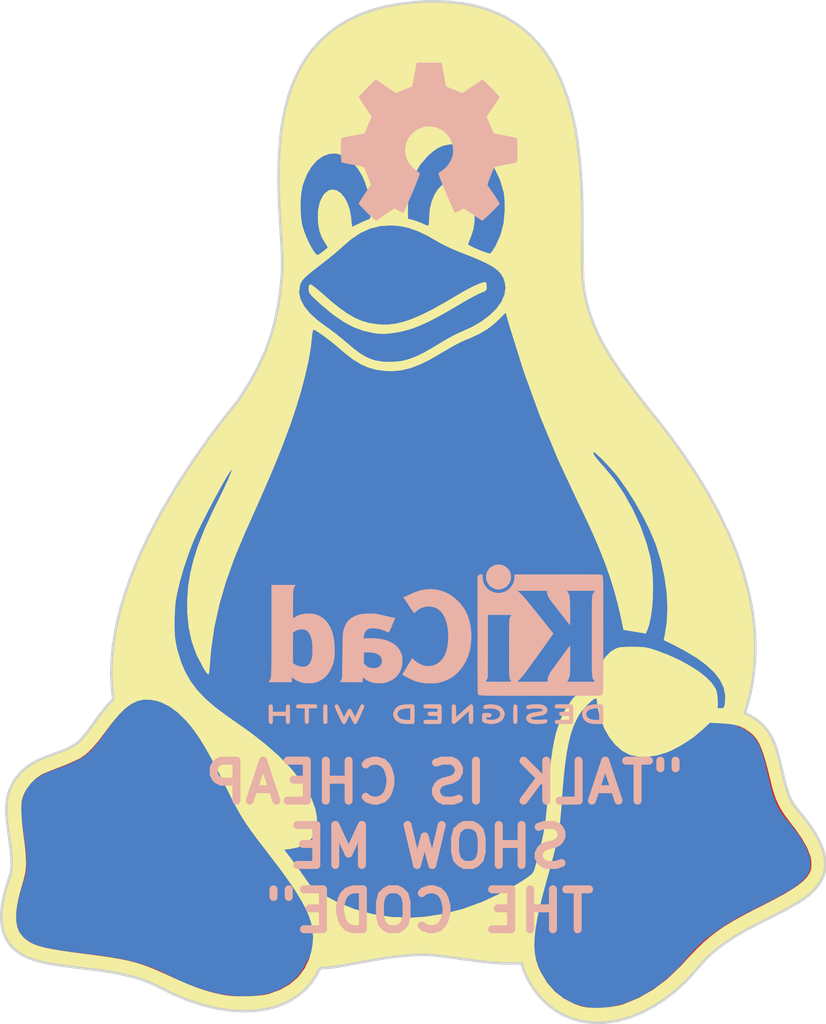
<source format=kicad_pcb>
(kicad_pcb (version 20171130) (host pcbnew "(5.1.5)-3")

  (general
    (thickness 1.6)
    (drawings 273)
    (tracks 0)
    (zones 0)
    (modules 6)
    (nets 1)
  )

  (page A4)
  (layers
    (0 F.Cu signal hide)
    (31 B.Cu signal hide)
    (32 B.Adhes user)
    (33 F.Adhes user)
    (34 B.Paste user)
    (35 F.Paste user)
    (36 B.SilkS user)
    (37 F.SilkS user hide)
    (38 B.Mask user)
    (39 F.Mask user hide)
    (40 Dwgs.User user)
    (41 Cmts.User user)
    (42 Eco1.User user)
    (43 Eco2.User user)
    (44 Edge.Cuts user)
    (45 Margin user)
    (46 B.CrtYd user)
    (47 F.CrtYd user)
    (48 B.Fab user)
    (49 F.Fab user)
  )

  (setup
    (last_trace_width 0.25)
    (trace_clearance 0.2)
    (zone_clearance 0.508)
    (zone_45_only no)
    (trace_min 0.2)
    (via_size 0.6)
    (via_drill 0.4)
    (via_min_size 0.4)
    (via_min_drill 0.3)
    (uvia_size 0.3)
    (uvia_drill 0.1)
    (uvias_allowed no)
    (uvia_min_size 0.2)
    (uvia_min_drill 0.1)
    (edge_width 0.15)
    (segment_width 0.2)
    (pcb_text_width 0.3)
    (pcb_text_size 1.5 1.5)
    (mod_edge_width 0.15)
    (mod_text_size 1 1)
    (mod_text_width 0.15)
    (pad_size 1.524 1.524)
    (pad_drill 0.762)
    (pad_to_mask_clearance 0.2)
    (aux_axis_origin 0 0)
    (visible_elements 7FFFFFFF)
    (pcbplotparams
      (layerselection 0x010f0_80000001)
      (usegerberextensions false)
      (usegerberattributes false)
      (usegerberadvancedattributes false)
      (creategerberjobfile false)
      (excludeedgelayer true)
      (linewidth 0.100000)
      (plotframeref false)
      (viasonmask false)
      (mode 1)
      (useauxorigin false)
      (hpglpennumber 1)
      (hpglpenspeed 20)
      (hpglpendiameter 15.000000)
      (psnegative false)
      (psa4output false)
      (plotreference true)
      (plotvalue true)
      (plotinvisibletext false)
      (padsonsilk false)
      (subtractmaskfromsilk false)
      (outputformat 1)
      (mirror false)
      (drillshape 1)
      (scaleselection 1)
      (outputdirectory "gerbers/"))
  )

  (net 0 "")

  (net_class Default "This is the default net class."
    (clearance 0.2)
    (trace_width 0.25)
    (via_dia 0.6)
    (via_drill 0.4)
    (uvia_dia 0.3)
    (uvia_drill 0.1)
  )

  (module Symbol:KiCad-Logo2_5mm_SilkScreen (layer B.Cu) (tedit 0) (tstamp 5E98554E)
    (at 109.728 91.186 180)
    (descr "KiCad Logo")
    (tags "Logo KiCad")
    (attr virtual)
    (fp_text reference REF** (at 0 5.08) (layer B.SilkS) hide
      (effects (font (size 1 1) (thickness 0.15)) (justify mirror))
    )
    (fp_text value KiCad-Logo2_5mm_SilkScreen (at 0 -5.08) (layer B.Fab) hide
      (effects (font (size 1 1) (thickness 0.15)) (justify mirror))
    )
    (fp_poly (pts (xy 6.228823 -2.274533) (xy 6.260202 -2.296776) (xy 6.287911 -2.324485) (xy 6.287911 -2.63392)
      (xy 6.287838 -2.725799) (xy 6.287495 -2.79784) (xy 6.286692 -2.85278) (xy 6.285241 -2.89336)
      (xy 6.282952 -2.922317) (xy 6.279636 -2.942391) (xy 6.275105 -2.956321) (xy 6.269169 -2.966845)
      (xy 6.264514 -2.9731) (xy 6.233783 -2.997673) (xy 6.198496 -3.000341) (xy 6.166245 -2.985271)
      (xy 6.155588 -2.976374) (xy 6.148464 -2.964557) (xy 6.144167 -2.945526) (xy 6.141991 -2.914992)
      (xy 6.141228 -2.868662) (xy 6.141155 -2.832871) (xy 6.141155 -2.698045) (xy 5.644444 -2.698045)
      (xy 5.644444 -2.8207) (xy 5.643931 -2.876787) (xy 5.641876 -2.915333) (xy 5.637508 -2.941361)
      (xy 5.630056 -2.959897) (xy 5.621047 -2.9731) (xy 5.590144 -2.997604) (xy 5.555196 -3.000506)
      (xy 5.521738 -2.983089) (xy 5.512604 -2.973959) (xy 5.506152 -2.961855) (xy 5.501897 -2.943001)
      (xy 5.499352 -2.91362) (xy 5.498029 -2.869937) (xy 5.497443 -2.808175) (xy 5.497375 -2.794)
      (xy 5.496891 -2.677631) (xy 5.496641 -2.581727) (xy 5.496723 -2.504177) (xy 5.497231 -2.442869)
      (xy 5.498262 -2.39569) (xy 5.499913 -2.36053) (xy 5.502279 -2.335276) (xy 5.505457 -2.317817)
      (xy 5.509544 -2.306041) (xy 5.514634 -2.297835) (xy 5.520266 -2.291645) (xy 5.552128 -2.271844)
      (xy 5.585357 -2.274533) (xy 5.616735 -2.296776) (xy 5.629433 -2.311126) (xy 5.637526 -2.326978)
      (xy 5.642042 -2.349554) (xy 5.644006 -2.384078) (xy 5.644444 -2.435776) (xy 5.644444 -2.551289)
      (xy 6.141155 -2.551289) (xy 6.141155 -2.432756) (xy 6.141662 -2.378148) (xy 6.143698 -2.341275)
      (xy 6.148035 -2.317307) (xy 6.155447 -2.301415) (xy 6.163733 -2.291645) (xy 6.195594 -2.271844)
      (xy 6.228823 -2.274533)) (layer B.SilkS) (width 0.01))
    (fp_poly (pts (xy 4.963065 -2.269163) (xy 5.041772 -2.269542) (xy 5.102863 -2.270333) (xy 5.148817 -2.27167)
      (xy 5.182114 -2.273683) (xy 5.205236 -2.276506) (xy 5.220662 -2.280269) (xy 5.230871 -2.285105)
      (xy 5.235813 -2.288822) (xy 5.261457 -2.321358) (xy 5.264559 -2.355138) (xy 5.248711 -2.385826)
      (xy 5.238348 -2.398089) (xy 5.227196 -2.40645) (xy 5.211035 -2.411657) (xy 5.185642 -2.414457)
      (xy 5.146798 -2.415596) (xy 5.09028 -2.415821) (xy 5.07918 -2.415822) (xy 4.933244 -2.415822)
      (xy 4.933244 -2.686756) (xy 4.933148 -2.772154) (xy 4.932711 -2.837864) (xy 4.931712 -2.886774)
      (xy 4.929928 -2.921773) (xy 4.927137 -2.945749) (xy 4.923117 -2.961593) (xy 4.917645 -2.972191)
      (xy 4.910666 -2.980267) (xy 4.877734 -3.000112) (xy 4.843354 -2.998548) (xy 4.812176 -2.975906)
      (xy 4.809886 -2.9731) (xy 4.802429 -2.962492) (xy 4.796747 -2.950081) (xy 4.792601 -2.93285)
      (xy 4.78975 -2.907784) (xy 4.787954 -2.871867) (xy 4.786972 -2.822083) (xy 4.786564 -2.755417)
      (xy 4.786489 -2.679589) (xy 4.786489 -2.415822) (xy 4.647127 -2.415822) (xy 4.587322 -2.415418)
      (xy 4.545918 -2.41384) (xy 4.518748 -2.410547) (xy 4.501646 -2.404992) (xy 4.490443 -2.396631)
      (xy 4.489083 -2.395178) (xy 4.472725 -2.361939) (xy 4.474172 -2.324362) (xy 4.492978 -2.291645)
      (xy 4.50025 -2.285298) (xy 4.509627 -2.280266) (xy 4.523609 -2.276396) (xy 4.544696 -2.273537)
      (xy 4.575389 -2.271535) (xy 4.618189 -2.270239) (xy 4.675595 -2.269498) (xy 4.75011 -2.269158)
      (xy 4.844233 -2.269068) (xy 4.86426 -2.269067) (xy 4.963065 -2.269163)) (layer B.SilkS) (width 0.01))
    (fp_poly (pts (xy 4.188614 -2.275877) (xy 4.212327 -2.290647) (xy 4.238978 -2.312227) (xy 4.238978 -2.633773)
      (xy 4.238893 -2.72783) (xy 4.238529 -2.801932) (xy 4.237724 -2.858704) (xy 4.236313 -2.900768)
      (xy 4.234133 -2.930748) (xy 4.231021 -2.951267) (xy 4.226814 -2.964949) (xy 4.221348 -2.974416)
      (xy 4.217472 -2.979082) (xy 4.186034 -2.999575) (xy 4.150233 -2.998739) (xy 4.118873 -2.981264)
      (xy 4.092222 -2.959684) (xy 4.092222 -2.312227) (xy 4.118873 -2.290647) (xy 4.144594 -2.274949)
      (xy 4.1656 -2.269067) (xy 4.188614 -2.275877)) (layer B.SilkS) (width 0.01))
    (fp_poly (pts (xy 3.744665 -2.271034) (xy 3.764255 -2.278035) (xy 3.76501 -2.278377) (xy 3.791613 -2.298678)
      (xy 3.80627 -2.319561) (xy 3.809138 -2.329352) (xy 3.808996 -2.342361) (xy 3.804961 -2.360895)
      (xy 3.796146 -2.387257) (xy 3.781669 -2.423752) (xy 3.760645 -2.472687) (xy 3.732188 -2.536365)
      (xy 3.695415 -2.617093) (xy 3.675175 -2.661216) (xy 3.638625 -2.739985) (xy 3.604315 -2.812423)
      (xy 3.573552 -2.87588) (xy 3.547648 -2.927708) (xy 3.52791 -2.965259) (xy 3.51565 -2.985884)
      (xy 3.513224 -2.988733) (xy 3.482183 -3.001302) (xy 3.447121 -2.999619) (xy 3.419 -2.984332)
      (xy 3.417854 -2.983089) (xy 3.406668 -2.966154) (xy 3.387904 -2.93317) (xy 3.363875 -2.88838)
      (xy 3.336897 -2.836032) (xy 3.327201 -2.816742) (xy 3.254014 -2.67015) (xy 3.17424 -2.829393)
      (xy 3.145767 -2.884415) (xy 3.11935 -2.932132) (xy 3.097148 -2.968893) (xy 3.081319 -2.991044)
      (xy 3.075954 -2.995741) (xy 3.034257 -3.002102) (xy 2.999849 -2.988733) (xy 2.989728 -2.974446)
      (xy 2.972214 -2.942692) (xy 2.948735 -2.896597) (xy 2.92072 -2.839285) (xy 2.889599 -2.77388)
      (xy 2.856799 -2.703507) (xy 2.82375 -2.631291) (xy 2.791881 -2.560355) (xy 2.762619 -2.493825)
      (xy 2.737395 -2.434826) (xy 2.717636 -2.386481) (xy 2.704772 -2.351915) (xy 2.700231 -2.334253)
      (xy 2.700277 -2.333613) (xy 2.711326 -2.311388) (xy 2.73341 -2.288753) (xy 2.73471 -2.287768)
      (xy 2.761853 -2.272425) (xy 2.786958 -2.272574) (xy 2.796368 -2.275466) (xy 2.807834 -2.281718)
      (xy 2.82001 -2.294014) (xy 2.834357 -2.314908) (xy 2.852336 -2.346949) (xy 2.875407 -2.392688)
      (xy 2.90503 -2.454677) (xy 2.931745 -2.511898) (xy 2.96248 -2.578226) (xy 2.990021 -2.637874)
      (xy 3.012938 -2.687725) (xy 3.029798 -2.724664) (xy 3.039173 -2.745573) (xy 3.04054 -2.748845)
      (xy 3.046689 -2.743497) (xy 3.060822 -2.721109) (xy 3.081057 -2.684946) (xy 3.105515 -2.638277)
      (xy 3.115248 -2.619022) (xy 3.148217 -2.554004) (xy 3.173643 -2.506654) (xy 3.193612 -2.474219)
      (xy 3.21021 -2.453946) (xy 3.225524 -2.443082) (xy 3.24164 -2.438875) (xy 3.252143 -2.4384)
      (xy 3.27067 -2.440042) (xy 3.286904 -2.446831) (xy 3.303035 -2.461566) (xy 3.321251 -2.487044)
      (xy 3.343739 -2.526061) (xy 3.372689 -2.581414) (xy 3.388662 -2.612903) (xy 3.41457 -2.663087)
      (xy 3.437167 -2.704704) (xy 3.454458 -2.734242) (xy 3.46445 -2.748189) (xy 3.465809 -2.74877)
      (xy 3.472261 -2.737793) (xy 3.486708 -2.70929) (xy 3.507703 -2.666244) (xy 3.533797 -2.611638)
      (xy 3.563546 -2.548454) (xy 3.57818 -2.517071) (xy 3.61625 -2.436078) (xy 3.646905 -2.373756)
      (xy 3.671737 -2.328071) (xy 3.692337 -2.296989) (xy 3.710298 -2.278478) (xy 3.72721 -2.270504)
      (xy 3.744665 -2.271034)) (layer B.SilkS) (width 0.01))
    (fp_poly (pts (xy 1.018309 -2.269275) (xy 1.147288 -2.273636) (xy 1.256991 -2.286861) (xy 1.349226 -2.309741)
      (xy 1.425802 -2.34307) (xy 1.488527 -2.387638) (xy 1.539212 -2.444236) (xy 1.579663 -2.513658)
      (xy 1.580459 -2.515351) (xy 1.604601 -2.577483) (xy 1.613203 -2.632509) (xy 1.606231 -2.687887)
      (xy 1.583654 -2.751073) (xy 1.579372 -2.760689) (xy 1.550172 -2.816966) (xy 1.517356 -2.860451)
      (xy 1.475002 -2.897417) (xy 1.41719 -2.934135) (xy 1.413831 -2.936052) (xy 1.363504 -2.960227)
      (xy 1.306621 -2.978282) (xy 1.239527 -2.990839) (xy 1.158565 -2.998522) (xy 1.060082 -3.001953)
      (xy 1.025286 -3.002251) (xy 0.859594 -3.002845) (xy 0.836197 -2.9731) (xy 0.829257 -2.963319)
      (xy 0.823842 -2.951897) (xy 0.819765 -2.936095) (xy 0.816837 -2.913175) (xy 0.814867 -2.880396)
      (xy 0.814225 -2.856089) (xy 0.970844 -2.856089) (xy 1.064726 -2.856089) (xy 1.119664 -2.854483)
      (xy 1.17606 -2.850255) (xy 1.222345 -2.844292) (xy 1.225139 -2.84379) (xy 1.307348 -2.821736)
      (xy 1.371114 -2.7886) (xy 1.418452 -2.742847) (xy 1.451382 -2.682939) (xy 1.457108 -2.667061)
      (xy 1.462721 -2.642333) (xy 1.460291 -2.617902) (xy 1.448467 -2.5854) (xy 1.44134 -2.569434)
      (xy 1.418 -2.527006) (xy 1.38988 -2.49724) (xy 1.35894 -2.476511) (xy 1.296966 -2.449537)
      (xy 1.217651 -2.429998) (xy 1.125253 -2.418746) (xy 1.058333 -2.41627) (xy 0.970844 -2.415822)
      (xy 0.970844 -2.856089) (xy 0.814225 -2.856089) (xy 0.813668 -2.835021) (xy 0.81305 -2.774311)
      (xy 0.812825 -2.695526) (xy 0.8128 -2.63392) (xy 0.8128 -2.324485) (xy 0.840509 -2.296776)
      (xy 0.852806 -2.285544) (xy 0.866103 -2.277853) (xy 0.884672 -2.27304) (xy 0.912786 -2.270446)
      (xy 0.954717 -2.26941) (xy 1.014737 -2.26927) (xy 1.018309 -2.269275)) (layer B.SilkS) (width 0.01))
    (fp_poly (pts (xy 0.230343 -2.26926) (xy 0.306701 -2.270174) (xy 0.365217 -2.272311) (xy 0.408255 -2.276175)
      (xy 0.438183 -2.282267) (xy 0.457368 -2.29109) (xy 0.468176 -2.303146) (xy 0.472973 -2.318939)
      (xy 0.474127 -2.33897) (xy 0.474133 -2.341335) (xy 0.473131 -2.363992) (xy 0.468396 -2.381503)
      (xy 0.457333 -2.394574) (xy 0.437348 -2.403913) (xy 0.405846 -2.410227) (xy 0.360232 -2.414222)
      (xy 0.297913 -2.416606) (xy 0.216293 -2.418086) (xy 0.191277 -2.418414) (xy -0.0508 -2.421467)
      (xy -0.054186 -2.486378) (xy -0.057571 -2.551289) (xy 0.110576 -2.551289) (xy 0.176266 -2.551531)
      (xy 0.223172 -2.552556) (xy 0.255083 -2.554811) (xy 0.275791 -2.558742) (xy 0.289084 -2.564798)
      (xy 0.298755 -2.573424) (xy 0.298817 -2.573493) (xy 0.316356 -2.607112) (xy 0.315722 -2.643448)
      (xy 0.297314 -2.674423) (xy 0.293671 -2.677607) (xy 0.280741 -2.685812) (xy 0.263024 -2.691521)
      (xy 0.23657 -2.695162) (xy 0.197432 -2.697167) (xy 0.141662 -2.697964) (xy 0.105994 -2.698045)
      (xy -0.056445 -2.698045) (xy -0.056445 -2.856089) (xy 0.190161 -2.856089) (xy 0.27158 -2.856231)
      (xy 0.33341 -2.856814) (xy 0.378637 -2.858068) (xy 0.410248 -2.860227) (xy 0.431231 -2.863523)
      (xy 0.444573 -2.868189) (xy 0.453261 -2.874457) (xy 0.45545 -2.876733) (xy 0.471614 -2.90828)
      (xy 0.472797 -2.944168) (xy 0.459536 -2.975285) (xy 0.449043 -2.985271) (xy 0.438129 -2.990769)
      (xy 0.421217 -2.995022) (xy 0.395633 -2.99818) (xy 0.358701 -3.000392) (xy 0.307746 -3.001806)
      (xy 0.240094 -3.002572) (xy 0.153069 -3.002838) (xy 0.133394 -3.002845) (xy 0.044911 -3.002787)
      (xy -0.023773 -3.002467) (xy -0.075436 -3.001667) (xy -0.112855 -3.000167) (xy -0.13881 -2.997749)
      (xy -0.156078 -2.994194) (xy -0.167438 -2.989282) (xy -0.175668 -2.982795) (xy -0.180183 -2.978138)
      (xy -0.186979 -2.969889) (xy -0.192288 -2.959669) (xy -0.196294 -2.9448) (xy -0.199179 -2.922602)
      (xy -0.201126 -2.890393) (xy -0.202319 -2.845496) (xy -0.202939 -2.785228) (xy -0.203171 -2.706911)
      (xy -0.2032 -2.640994) (xy -0.203129 -2.548628) (xy -0.202792 -2.476117) (xy -0.202002 -2.420737)
      (xy -0.200574 -2.379765) (xy -0.198321 -2.350478) (xy -0.195057 -2.330153) (xy -0.190596 -2.316066)
      (xy -0.184752 -2.305495) (xy -0.179803 -2.298811) (xy -0.156406 -2.269067) (xy 0.133774 -2.269067)
      (xy 0.230343 -2.26926)) (layer B.SilkS) (width 0.01))
    (fp_poly (pts (xy -1.300114 -2.273448) (xy -1.276548 -2.287273) (xy -1.245735 -2.309881) (xy -1.206078 -2.342338)
      (xy -1.15598 -2.385708) (xy -1.093843 -2.441058) (xy -1.018072 -2.509451) (xy -0.931334 -2.588084)
      (xy -0.750711 -2.751878) (xy -0.745067 -2.532029) (xy -0.743029 -2.456351) (xy -0.741063 -2.399994)
      (xy -0.738734 -2.359706) (xy -0.735606 -2.332235) (xy -0.731245 -2.314329) (xy -0.725216 -2.302737)
      (xy -0.717084 -2.294208) (xy -0.712772 -2.290623) (xy -0.678241 -2.27167) (xy -0.645383 -2.274441)
      (xy -0.619318 -2.290633) (xy -0.592667 -2.312199) (xy -0.589352 -2.627151) (xy -0.588435 -2.719779)
      (xy -0.587968 -2.792544) (xy -0.588113 -2.848161) (xy -0.589032 -2.889342) (xy -0.590887 -2.918803)
      (xy -0.593839 -2.939255) (xy -0.59805 -2.953413) (xy -0.603682 -2.963991) (xy -0.609927 -2.972474)
      (xy -0.623439 -2.988207) (xy -0.636883 -2.998636) (xy -0.652124 -3.002639) (xy -0.671026 -2.999094)
      (xy -0.695455 -2.986879) (xy -0.727273 -2.964871) (xy -0.768348 -2.931949) (xy -0.820542 -2.886991)
      (xy -0.885722 -2.828875) (xy -0.959556 -2.762099) (xy -1.224845 -2.521458) (xy -1.230489 -2.740589)
      (xy -1.232531 -2.816128) (xy -1.234502 -2.872354) (xy -1.236839 -2.912524) (xy -1.239981 -2.939896)
      (xy -1.244364 -2.957728) (xy -1.250424 -2.969279) (xy -1.2586 -2.977807) (xy -1.262784 -2.981282)
      (xy -1.299765 -3.000372) (xy -1.334708 -2.997493) (xy -1.365136 -2.9731) (xy -1.372097 -2.963286)
      (xy -1.377523 -2.951826) (xy -1.381603 -2.935968) (xy -1.384529 -2.912963) (xy -1.386492 -2.880062)
      (xy -1.387683 -2.834516) (xy -1.388292 -2.773573) (xy -1.388511 -2.694486) (xy -1.388534 -2.635956)
      (xy -1.38846 -2.544407) (xy -1.388113 -2.472687) (xy -1.387301 -2.418045) (xy -1.385833 -2.377732)
      (xy -1.383519 -2.348998) (xy -1.380167 -2.329093) (xy -1.375588 -2.315268) (xy -1.369589 -2.304772)
      (xy -1.365136 -2.298811) (xy -1.35385 -2.284691) (xy -1.343301 -2.274029) (xy -1.331893 -2.267892)
      (xy -1.31803 -2.267343) (xy -1.300114 -2.273448)) (layer B.SilkS) (width 0.01))
    (fp_poly (pts (xy -1.950081 -2.274599) (xy -1.881565 -2.286095) (xy -1.828943 -2.303967) (xy -1.794708 -2.327499)
      (xy -1.785379 -2.340924) (xy -1.775893 -2.372148) (xy -1.782277 -2.400395) (xy -1.80243 -2.427182)
      (xy -1.833745 -2.439713) (xy -1.879183 -2.438696) (xy -1.914326 -2.431906) (xy -1.992419 -2.418971)
      (xy -2.072226 -2.417742) (xy -2.161555 -2.428241) (xy -2.186229 -2.43269) (xy -2.269291 -2.456108)
      (xy -2.334273 -2.490945) (xy -2.380461 -2.536604) (xy -2.407145 -2.592494) (xy -2.412663 -2.621388)
      (xy -2.409051 -2.680012) (xy -2.385729 -2.731879) (xy -2.344824 -2.775978) (xy -2.288459 -2.811299)
      (xy -2.21876 -2.836829) (xy -2.137852 -2.851559) (xy -2.04786 -2.854478) (xy -1.95091 -2.844575)
      (xy -1.945436 -2.843641) (xy -1.906875 -2.836459) (xy -1.885494 -2.829521) (xy -1.876227 -2.819227)
      (xy -1.874006 -2.801976) (xy -1.873956 -2.792841) (xy -1.873956 -2.754489) (xy -1.942431 -2.754489)
      (xy -2.0029 -2.750347) (xy -2.044165 -2.737147) (xy -2.068175 -2.71373) (xy -2.076877 -2.678936)
      (xy -2.076983 -2.674394) (xy -2.071892 -2.644654) (xy -2.054433 -2.623419) (xy -2.021939 -2.609366)
      (xy -1.971743 -2.601173) (xy -1.923123 -2.598161) (xy -1.852456 -2.596433) (xy -1.801198 -2.59907)
      (xy -1.766239 -2.6088) (xy -1.74447 -2.628353) (xy -1.73278 -2.660456) (xy -1.72806 -2.707838)
      (xy -1.7272 -2.770071) (xy -1.728609 -2.839535) (xy -1.732848 -2.886786) (xy -1.739936 -2.912012)
      (xy -1.741311 -2.913988) (xy -1.780228 -2.945508) (xy -1.837286 -2.97047) (xy -1.908869 -2.98834)
      (xy -1.991358 -2.998586) (xy -2.081139 -3.000673) (xy -2.174592 -2.994068) (xy -2.229556 -2.985956)
      (xy -2.315766 -2.961554) (xy -2.395892 -2.921662) (xy -2.462977 -2.869887) (xy -2.473173 -2.859539)
      (xy -2.506302 -2.816035) (xy -2.536194 -2.762118) (xy -2.559357 -2.705592) (xy -2.572298 -2.654259)
      (xy -2.573858 -2.634544) (xy -2.567218 -2.593419) (xy -2.549568 -2.542252) (xy -2.524297 -2.488394)
      (xy -2.494789 -2.439195) (xy -2.468719 -2.406334) (xy -2.407765 -2.357452) (xy -2.328969 -2.318545)
      (xy -2.235157 -2.290494) (xy -2.12915 -2.274179) (xy -2.032 -2.270192) (xy -1.950081 -2.274599)) (layer B.SilkS) (width 0.01))
    (fp_poly (pts (xy -2.923822 -2.291645) (xy -2.917242 -2.299218) (xy -2.912079 -2.308987) (xy -2.908164 -2.323571)
      (xy -2.905324 -2.345585) (xy -2.903387 -2.377648) (xy -2.902183 -2.422375) (xy -2.901539 -2.482385)
      (xy -2.901284 -2.560294) (xy -2.901245 -2.635956) (xy -2.901314 -2.729802) (xy -2.901638 -2.803689)
      (xy -2.902386 -2.860232) (xy -2.903732 -2.902049) (xy -2.905846 -2.931757) (xy -2.9089 -2.951973)
      (xy -2.913066 -2.965314) (xy -2.918516 -2.974398) (xy -2.923822 -2.980267) (xy -2.956826 -2.999947)
      (xy -2.991991 -2.998181) (xy -3.023455 -2.976717) (xy -3.030684 -2.968337) (xy -3.036334 -2.958614)
      (xy -3.040599 -2.944861) (xy -3.043673 -2.924389) (xy -3.045752 -2.894512) (xy -3.04703 -2.852541)
      (xy -3.047701 -2.795789) (xy -3.047959 -2.721567) (xy -3.048 -2.637537) (xy -3.048 -2.324485)
      (xy -3.020291 -2.296776) (xy -2.986137 -2.273463) (xy -2.953006 -2.272623) (xy -2.923822 -2.291645)) (layer B.SilkS) (width 0.01))
    (fp_poly (pts (xy -3.691703 -2.270351) (xy -3.616888 -2.275581) (xy -3.547306 -2.28375) (xy -3.487002 -2.29455)
      (xy -3.44002 -2.307673) (xy -3.410406 -2.322813) (xy -3.40586 -2.327269) (xy -3.390054 -2.36185)
      (xy -3.394847 -2.397351) (xy -3.419364 -2.427725) (xy -3.420534 -2.428596) (xy -3.434954 -2.437954)
      (xy -3.450008 -2.442876) (xy -3.471005 -2.443473) (xy -3.503257 -2.439861) (xy -3.552073 -2.432154)
      (xy -3.556 -2.431505) (xy -3.628739 -2.422569) (xy -3.707217 -2.418161) (xy -3.785927 -2.418119)
      (xy -3.859361 -2.422279) (xy -3.922011 -2.430479) (xy -3.96837 -2.442557) (xy -3.971416 -2.443771)
      (xy -4.005048 -2.462615) (xy -4.016864 -2.481685) (xy -4.007614 -2.500439) (xy -3.978047 -2.518337)
      (xy -3.928911 -2.534837) (xy -3.860957 -2.549396) (xy -3.815645 -2.556406) (xy -3.721456 -2.569889)
      (xy -3.646544 -2.582214) (xy -3.587717 -2.594449) (xy -3.541785 -2.607661) (xy -3.505555 -2.622917)
      (xy -3.475838 -2.641285) (xy -3.449442 -2.663831) (xy -3.42823 -2.685971) (xy -3.403065 -2.716819)
      (xy -3.390681 -2.743345) (xy -3.386808 -2.776026) (xy -3.386667 -2.787995) (xy -3.389576 -2.827712)
      (xy -3.401202 -2.857259) (xy -3.421323 -2.883486) (xy -3.462216 -2.923576) (xy -3.507817 -2.954149)
      (xy -3.561513 -2.976203) (xy -3.626692 -2.990735) (xy -3.706744 -2.998741) (xy -3.805057 -3.001218)
      (xy -3.821289 -3.001177) (xy -3.886849 -2.999818) (xy -3.951866 -2.99673) (xy -4.009252 -2.992356)
      (xy -4.051922 -2.98714) (xy -4.055372 -2.986541) (xy -4.097796 -2.976491) (xy -4.13378 -2.963796)
      (xy -4.15415 -2.95219) (xy -4.173107 -2.921572) (xy -4.174427 -2.885918) (xy -4.158085 -2.854144)
      (xy -4.154429 -2.850551) (xy -4.139315 -2.839876) (xy -4.120415 -2.835276) (xy -4.091162 -2.836059)
      (xy -4.055651 -2.840127) (xy -4.01597 -2.843762) (xy -3.960345 -2.846828) (xy -3.895406 -2.849053)
      (xy -3.827785 -2.850164) (xy -3.81 -2.850237) (xy -3.742128 -2.849964) (xy -3.692454 -2.848646)
      (xy -3.65661 -2.845827) (xy -3.630224 -2.84105) (xy -3.608926 -2.833857) (xy -3.596126 -2.827867)
      (xy -3.568 -2.811233) (xy -3.550068 -2.796168) (xy -3.547447 -2.791897) (xy -3.552976 -2.774263)
      (xy -3.57926 -2.757192) (xy -3.624478 -2.741458) (xy -3.686808 -2.727838) (xy -3.705171 -2.724804)
      (xy -3.80109 -2.709738) (xy -3.877641 -2.697146) (xy -3.93778 -2.686111) (xy -3.98446 -2.67572)
      (xy -4.020637 -2.665056) (xy -4.049265 -2.653205) (xy -4.073298 -2.639251) (xy -4.095692 -2.622281)
      (xy -4.119402 -2.601378) (xy -4.12738 -2.594049) (xy -4.155353 -2.566699) (xy -4.17016 -2.545029)
      (xy -4.175952 -2.520232) (xy -4.176889 -2.488983) (xy -4.166575 -2.427705) (xy -4.135752 -2.37564)
      (xy -4.084595 -2.332958) (xy -4.013283 -2.299825) (xy -3.9624 -2.284964) (xy -3.9071 -2.275366)
      (xy -3.840853 -2.269936) (xy -3.767706 -2.268367) (xy -3.691703 -2.270351)) (layer B.SilkS) (width 0.01))
    (fp_poly (pts (xy -4.712794 -2.269146) (xy -4.643386 -2.269518) (xy -4.590997 -2.270385) (xy -4.552847 -2.271946)
      (xy -4.526159 -2.274403) (xy -4.508153 -2.277957) (xy -4.496049 -2.28281) (xy -4.487069 -2.289161)
      (xy -4.483818 -2.292084) (xy -4.464043 -2.323142) (xy -4.460482 -2.358828) (xy -4.473491 -2.39051)
      (xy -4.479506 -2.396913) (xy -4.489235 -2.403121) (xy -4.504901 -2.40791) (xy -4.529408 -2.411514)
      (xy -4.565661 -2.414164) (xy -4.616565 -2.416095) (xy -4.685026 -2.417539) (xy -4.747617 -2.418418)
      (xy -4.995334 -2.421467) (xy -4.998719 -2.486378) (xy -5.002105 -2.551289) (xy -4.833958 -2.551289)
      (xy -4.760959 -2.551919) (xy -4.707517 -2.554553) (xy -4.670628 -2.560309) (xy -4.647288 -2.570304)
      (xy -4.634494 -2.585656) (xy -4.629242 -2.607482) (xy -4.628445 -2.627738) (xy -4.630923 -2.652592)
      (xy -4.640277 -2.670906) (xy -4.659383 -2.683637) (xy -4.691118 -2.691741) (xy -4.738359 -2.696176)
      (xy -4.803983 -2.697899) (xy -4.839801 -2.698045) (xy -5.000978 -2.698045) (xy -5.000978 -2.856089)
      (xy -4.752622 -2.856089) (xy -4.671213 -2.856202) (xy -4.609342 -2.856712) (xy -4.563968 -2.85787)
      (xy -4.532054 -2.85993) (xy -4.510559 -2.863146) (xy -4.496443 -2.867772) (xy -4.486668 -2.874059)
      (xy -4.481689 -2.878667) (xy -4.46461 -2.90556) (xy -4.459111 -2.929467) (xy -4.466963 -2.958667)
      (xy -4.481689 -2.980267) (xy -4.489546 -2.987066) (xy -4.499688 -2.992346) (xy -4.514844 -2.996298)
      (xy -4.537741 -2.999113) (xy -4.571109 -3.000982) (xy -4.617675 -3.002098) (xy -4.680167 -3.002651)
      (xy -4.761314 -3.002833) (xy -4.803422 -3.002845) (xy -4.893598 -3.002765) (xy -4.963924 -3.002398)
      (xy -5.017129 -3.001552) (xy -5.05594 -3.000036) (xy -5.083087 -2.997659) (xy -5.101298 -2.994229)
      (xy -5.1133 -2.989554) (xy -5.121822 -2.983444) (xy -5.125156 -2.980267) (xy -5.131755 -2.97267)
      (xy -5.136927 -2.96287) (xy -5.140846 -2.948239) (xy -5.143684 -2.926152) (xy -5.145615 -2.893982)
      (xy -5.146812 -2.849103) (xy -5.147448 -2.788889) (xy -5.147697 -2.710713) (xy -5.147734 -2.637923)
      (xy -5.1477 -2.544707) (xy -5.147465 -2.471431) (xy -5.14683 -2.415458) (xy -5.145594 -2.374151)
      (xy -5.143556 -2.344872) (xy -5.140517 -2.324984) (xy -5.136277 -2.31185) (xy -5.130635 -2.302832)
      (xy -5.123391 -2.295293) (xy -5.121606 -2.293612) (xy -5.112945 -2.286172) (xy -5.102882 -2.280409)
      (xy -5.088625 -2.276112) (xy -5.067383 -2.273064) (xy -5.036364 -2.271051) (xy -4.992777 -2.26986)
      (xy -4.933831 -2.269275) (xy -4.856734 -2.269083) (xy -4.802001 -2.269067) (xy -4.712794 -2.269146)) (layer B.SilkS) (width 0.01))
    (fp_poly (pts (xy -6.121371 -2.269066) (xy -6.081889 -2.269467) (xy -5.9662 -2.272259) (xy -5.869311 -2.28055)
      (xy -5.787919 -2.295232) (xy -5.718723 -2.317193) (xy -5.65842 -2.347322) (xy -5.603708 -2.38651)
      (xy -5.584167 -2.403532) (xy -5.55175 -2.443363) (xy -5.52252 -2.497413) (xy -5.499991 -2.557323)
      (xy -5.487679 -2.614739) (xy -5.4864 -2.635956) (xy -5.494417 -2.694769) (xy -5.515899 -2.759013)
      (xy -5.546999 -2.819821) (xy -5.583866 -2.86833) (xy -5.589854 -2.874182) (xy -5.640579 -2.915321)
      (xy -5.696125 -2.947435) (xy -5.759696 -2.971365) (xy -5.834494 -2.987953) (xy -5.923722 -2.998041)
      (xy -6.030582 -3.002469) (xy -6.079528 -3.002845) (xy -6.141762 -3.002545) (xy -6.185528 -3.001292)
      (xy -6.214931 -2.998554) (xy -6.234079 -2.993801) (xy -6.247077 -2.986501) (xy -6.254045 -2.980267)
      (xy -6.260626 -2.972694) (xy -6.265788 -2.962924) (xy -6.269703 -2.94834) (xy -6.272543 -2.926326)
      (xy -6.27448 -2.894264) (xy -6.275684 -2.849536) (xy -6.276328 -2.789526) (xy -6.276583 -2.711617)
      (xy -6.276622 -2.635956) (xy -6.27687 -2.535041) (xy -6.276817 -2.454427) (xy -6.275857 -2.415822)
      (xy -6.129867 -2.415822) (xy -6.129867 -2.856089) (xy -6.036734 -2.856004) (xy -5.980693 -2.854396)
      (xy -5.921999 -2.850256) (xy -5.873028 -2.844464) (xy -5.871538 -2.844226) (xy -5.792392 -2.82509)
      (xy -5.731002 -2.795287) (xy -5.684305 -2.752878) (xy -5.654635 -2.706961) (xy -5.636353 -2.656026)
      (xy -5.637771 -2.6082) (xy -5.658988 -2.556933) (xy -5.700489 -2.503899) (xy -5.757998 -2.4646)
      (xy -5.83275 -2.438331) (xy -5.882708 -2.429035) (xy -5.939416 -2.422507) (xy -5.999519 -2.417782)
      (xy -6.050639 -2.415817) (xy -6.053667 -2.415808) (xy -6.129867 -2.415822) (xy -6.275857 -2.415822)
      (xy -6.27526 -2.391851) (xy -6.270998 -2.345055) (xy -6.26283 -2.311778) (xy -6.249556 -2.289759)
      (xy -6.229974 -2.276739) (xy -6.202883 -2.270457) (xy -6.167082 -2.268653) (xy -6.121371 -2.269066)) (layer B.SilkS) (width 0.01))
    (fp_poly (pts (xy -2.273043 2.973429) (xy -2.176768 2.949191) (xy -2.090184 2.906359) (xy -2.015373 2.846581)
      (xy -1.954418 2.771506) (xy -1.909399 2.68278) (xy -1.883136 2.58647) (xy -1.877286 2.489205)
      (xy -1.89214 2.395346) (xy -1.92584 2.307489) (xy -1.976528 2.22823) (xy -2.042345 2.160164)
      (xy -2.121434 2.105888) (xy -2.211934 2.067998) (xy -2.2632 2.055574) (xy -2.307698 2.048053)
      (xy -2.341999 2.045081) (xy -2.37496 2.046906) (xy -2.415434 2.053775) (xy -2.448531 2.06075)
      (xy -2.541947 2.092259) (xy -2.625619 2.143383) (xy -2.697665 2.212571) (xy -2.7562 2.298272)
      (xy -2.770148 2.325511) (xy -2.786586 2.361878) (xy -2.796894 2.392418) (xy -2.80246 2.42455)
      (xy -2.804669 2.465693) (xy -2.804948 2.511778) (xy -2.800861 2.596135) (xy -2.787446 2.665414)
      (xy -2.762256 2.726039) (xy -2.722846 2.784433) (xy -2.684298 2.828698) (xy -2.612406 2.894516)
      (xy -2.537313 2.939947) (xy -2.454562 2.96715) (xy -2.376928 2.977424) (xy -2.273043 2.973429)) (layer B.SilkS) (width 0.01))
    (fp_poly (pts (xy 6.186507 0.527755) (xy 6.186526 0.293338) (xy 6.186552 0.080397) (xy 6.186625 -0.112168)
      (xy 6.186782 -0.285459) (xy 6.187064 -0.440576) (xy 6.187509 -0.57862) (xy 6.188156 -0.700692)
      (xy 6.189045 -0.807894) (xy 6.190213 -0.901326) (xy 6.191701 -0.98209) (xy 6.193546 -1.051286)
      (xy 6.195789 -1.110015) (xy 6.198469 -1.159379) (xy 6.201623 -1.200478) (xy 6.205292 -1.234413)
      (xy 6.209513 -1.262286) (xy 6.214327 -1.285198) (xy 6.219773 -1.304249) (xy 6.225888 -1.32054)
      (xy 6.232712 -1.335173) (xy 6.240285 -1.349249) (xy 6.248645 -1.363868) (xy 6.253839 -1.372974)
      (xy 6.288104 -1.433689) (xy 5.429955 -1.433689) (xy 5.429955 -1.337733) (xy 5.429224 -1.29437)
      (xy 5.427272 -1.261205) (xy 5.424463 -1.243424) (xy 5.423221 -1.241778) (xy 5.411799 -1.248662)
      (xy 5.389084 -1.266505) (xy 5.366385 -1.285879) (xy 5.3118 -1.326614) (xy 5.242321 -1.367617)
      (xy 5.16527 -1.405123) (xy 5.087965 -1.435364) (xy 5.057113 -1.445012) (xy 4.988616 -1.459578)
      (xy 4.905764 -1.469539) (xy 4.816371 -1.474583) (xy 4.728248 -1.474396) (xy 4.649207 -1.468666)
      (xy 4.611511 -1.462858) (xy 4.473414 -1.424797) (xy 4.346113 -1.367073) (xy 4.230292 -1.290211)
      (xy 4.126637 -1.194739) (xy 4.035833 -1.081179) (xy 3.969031 -0.970381) (xy 3.914164 -0.853625)
      (xy 3.872163 -0.734276) (xy 3.842167 -0.608283) (xy 3.823311 -0.471594) (xy 3.814732 -0.320158)
      (xy 3.814006 -0.242711) (xy 3.8161 -0.185934) (xy 4.645217 -0.185934) (xy 4.645424 -0.279002)
      (xy 4.648337 -0.366692) (xy 4.654 -0.443772) (xy 4.662455 -0.505009) (xy 4.665038 -0.51735)
      (xy 4.69684 -0.624633) (xy 4.738498 -0.711658) (xy 4.790363 -0.778642) (xy 4.852781 -0.825805)
      (xy 4.9261 -0.853365) (xy 5.010669 -0.861541) (xy 5.106835 -0.850551) (xy 5.170311 -0.834829)
      (xy 5.219454 -0.816639) (xy 5.273583 -0.790791) (xy 5.314244 -0.767089) (xy 5.3848 -0.720721)
      (xy 5.3848 0.42947) (xy 5.317392 0.473038) (xy 5.238867 0.51396) (xy 5.154681 0.540611)
      (xy 5.069557 0.552535) (xy 4.988216 0.549278) (xy 4.91538 0.530385) (xy 4.883426 0.514816)
      (xy 4.825501 0.471819) (xy 4.776544 0.415047) (xy 4.73539 0.342425) (xy 4.700874 0.251879)
      (xy 4.671833 0.141334) (xy 4.670552 0.135467) (xy 4.660381 0.073212) (xy 4.652739 -0.004594)
      (xy 4.64767 -0.09272) (xy 4.645217 -0.185934) (xy 3.8161 -0.185934) (xy 3.821857 -0.029895)
      (xy 3.843802 0.165941) (xy 3.879786 0.344668) (xy 3.929759 0.506155) (xy 3.993668 0.650274)
      (xy 4.071462 0.776894) (xy 4.163089 0.885885) (xy 4.268497 0.977117) (xy 4.313662 1.008068)
      (xy 4.414611 1.064215) (xy 4.517901 1.103826) (xy 4.627989 1.127986) (xy 4.74933 1.137781)
      (xy 4.841836 1.136735) (xy 4.97149 1.125769) (xy 5.084084 1.103954) (xy 5.182875 1.070286)
      (xy 5.271121 1.023764) (xy 5.319986 0.989552) (xy 5.349353 0.967638) (xy 5.371043 0.952667)
      (xy 5.379253 0.948267) (xy 5.380868 0.959096) (xy 5.382159 0.989749) (xy 5.383138 1.037474)
      (xy 5.383817 1.099521) (xy 5.38421 1.173138) (xy 5.38433 1.255573) (xy 5.384188 1.344075)
      (xy 5.383797 1.435893) (xy 5.383171 1.528276) (xy 5.38232 1.618472) (xy 5.38126 1.703729)
      (xy 5.380001 1.781297) (xy 5.378556 1.848424) (xy 5.376938 1.902359) (xy 5.375161 1.94035)
      (xy 5.374669 1.947333) (xy 5.367092 2.017749) (xy 5.355531 2.072898) (xy 5.337792 2.120019)
      (xy 5.311682 2.166353) (xy 5.305415 2.175933) (xy 5.280983 2.212622) (xy 6.186311 2.212622)
      (xy 6.186507 0.527755)) (layer B.SilkS) (width 0.01))
    (fp_poly (pts (xy 2.673574 1.133448) (xy 2.825492 1.113433) (xy 2.960756 1.079798) (xy 3.080239 1.032275)
      (xy 3.184815 0.970595) (xy 3.262424 0.907035) (xy 3.331265 0.832901) (xy 3.385006 0.753129)
      (xy 3.42791 0.660909) (xy 3.443384 0.617839) (xy 3.456244 0.578858) (xy 3.467446 0.542711)
      (xy 3.47712 0.507566) (xy 3.485396 0.47159) (xy 3.492403 0.43295) (xy 3.498272 0.389815)
      (xy 3.503131 0.340351) (xy 3.50711 0.282727) (xy 3.51034 0.215109) (xy 3.512949 0.135666)
      (xy 3.515067 0.042564) (xy 3.516824 -0.066027) (xy 3.518349 -0.191942) (xy 3.519772 -0.337012)
      (xy 3.521025 -0.479778) (xy 3.522351 -0.635968) (xy 3.523556 -0.771239) (xy 3.524766 -0.887246)
      (xy 3.526106 -0.985645) (xy 3.5277 -1.068093) (xy 3.529675 -1.136246) (xy 3.532156 -1.19176)
      (xy 3.535269 -1.236292) (xy 3.539138 -1.271498) (xy 3.543889 -1.299034) (xy 3.549648 -1.320556)
      (xy 3.556539 -1.337722) (xy 3.564689 -1.352186) (xy 3.574223 -1.365606) (xy 3.585266 -1.379638)
      (xy 3.589566 -1.385071) (xy 3.605386 -1.40791) (xy 3.612422 -1.423463) (xy 3.612444 -1.423922)
      (xy 3.601567 -1.426121) (xy 3.570582 -1.428147) (xy 3.521957 -1.429942) (xy 3.458163 -1.431451)
      (xy 3.381669 -1.432616) (xy 3.294944 -1.43338) (xy 3.200457 -1.433686) (xy 3.18955 -1.433689)
      (xy 2.766657 -1.433689) (xy 2.763395 -1.337622) (xy 2.760133 -1.241556) (xy 2.698044 -1.292543)
      (xy 2.600714 -1.360057) (xy 2.490813 -1.414749) (xy 2.404349 -1.444978) (xy 2.335278 -1.459666)
      (xy 2.251925 -1.469659) (xy 2.162159 -1.474646) (xy 2.073845 -1.474313) (xy 1.994851 -1.468351)
      (xy 1.958622 -1.462638) (xy 1.818603 -1.424776) (xy 1.692178 -1.369932) (xy 1.58026 -1.298924)
      (xy 1.483762 -1.212568) (xy 1.4036 -1.111679) (xy 1.340687 -0.997076) (xy 1.296312 -0.870984)
      (xy 1.283978 -0.814401) (xy 1.276368 -0.752202) (xy 1.272739 -0.677363) (xy 1.272245 -0.643467)
      (xy 1.27231 -0.640282) (xy 2.032248 -0.640282) (xy 2.041541 -0.715333) (xy 2.069728 -0.77916)
      (xy 2.118197 -0.834798) (xy 2.123254 -0.839211) (xy 2.171548 -0.874037) (xy 2.223257 -0.89662)
      (xy 2.283989 -0.90854) (xy 2.359352 -0.911383) (xy 2.377459 -0.910978) (xy 2.431278 -0.908325)
      (xy 2.471308 -0.902909) (xy 2.506324 -0.892745) (xy 2.545103 -0.87585) (xy 2.555745 -0.870672)
      (xy 2.616396 -0.834844) (xy 2.663215 -0.792212) (xy 2.675952 -0.776973) (xy 2.720622 -0.720462)
      (xy 2.720622 -0.524586) (xy 2.720086 -0.445939) (xy 2.718396 -0.387988) (xy 2.715428 -0.348875)
      (xy 2.711057 -0.326741) (xy 2.706972 -0.320274) (xy 2.691047 -0.317111) (xy 2.657264 -0.314488)
      (xy 2.61034 -0.312655) (xy 2.554993 -0.311857) (xy 2.546106 -0.311842) (xy 2.42533 -0.317096)
      (xy 2.32266 -0.333263) (xy 2.236106 -0.360961) (xy 2.163681 -0.400808) (xy 2.108751 -0.447758)
      (xy 2.064204 -0.505645) (xy 2.03948 -0.568693) (xy 2.032248 -0.640282) (xy 1.27231 -0.640282)
      (xy 1.274178 -0.549712) (xy 1.282522 -0.470812) (xy 1.298768 -0.39959) (xy 1.324405 -0.328864)
      (xy 1.348401 -0.276493) (xy 1.40702 -0.181196) (xy 1.485117 -0.09317) (xy 1.580315 -0.014017)
      (xy 1.690238 0.05466) (xy 1.81251 0.111259) (xy 1.944755 0.154179) (xy 2.009422 0.169118)
      (xy 2.145604 0.191223) (xy 2.294049 0.205806) (xy 2.445505 0.212187) (xy 2.572064 0.210555)
      (xy 2.73395 0.203776) (xy 2.72653 0.262755) (xy 2.707238 0.361908) (xy 2.676104 0.442628)
      (xy 2.632269 0.505534) (xy 2.574871 0.551244) (xy 2.503048 0.580378) (xy 2.415941 0.593553)
      (xy 2.312686 0.591389) (xy 2.274711 0.587388) (xy 2.13352 0.56222) (xy 1.996707 0.521186)
      (xy 1.902178 0.483185) (xy 1.857018 0.46381) (xy 1.818585 0.44824) (xy 1.792234 0.438595)
      (xy 1.784546 0.436548) (xy 1.774802 0.445626) (xy 1.758083 0.474595) (xy 1.734232 0.523783)
      (xy 1.703093 0.593516) (xy 1.664507 0.684121) (xy 1.65791 0.699911) (xy 1.627853 0.772228)
      (xy 1.600874 0.837575) (xy 1.578136 0.893094) (xy 1.560806 0.935928) (xy 1.550048 0.963219)
      (xy 1.546941 0.972058) (xy 1.55694 0.976813) (xy 1.583217 0.98209) (xy 1.611489 0.985769)
      (xy 1.641646 0.990526) (xy 1.689433 0.999972) (xy 1.750612 1.01318) (xy 1.820946 1.029224)
      (xy 1.896194 1.04718) (xy 1.924755 1.054203) (xy 2.029816 1.079791) (xy 2.11748 1.099853)
      (xy 2.192068 1.115031) (xy 2.257903 1.125965) (xy 2.319307 1.133296) (xy 2.380602 1.137665)
      (xy 2.44611 1.139713) (xy 2.504128 1.140111) (xy 2.673574 1.133448)) (layer B.SilkS) (width 0.01))
    (fp_poly (pts (xy 0.328429 2.050929) (xy 0.48857 2.029755) (xy 0.65251 1.989615) (xy 0.822313 1.930111)
      (xy 1.000043 1.850846) (xy 1.01131 1.845301) (xy 1.069005 1.817275) (xy 1.120552 1.793198)
      (xy 1.162191 1.774751) (xy 1.190162 1.763614) (xy 1.199733 1.761067) (xy 1.21895 1.756059)
      (xy 1.223561 1.751853) (xy 1.218458 1.74142) (xy 1.202418 1.715132) (xy 1.177288 1.675743)
      (xy 1.144914 1.626009) (xy 1.107143 1.568685) (xy 1.065822 1.506524) (xy 1.022798 1.442282)
      (xy 0.979917 1.378715) (xy 0.939026 1.318575) (xy 0.901971 1.26462) (xy 0.8706 1.219603)
      (xy 0.846759 1.186279) (xy 0.832294 1.167403) (xy 0.830309 1.165213) (xy 0.820191 1.169862)
      (xy 0.79785 1.187038) (xy 0.76728 1.21356) (xy 0.751536 1.228036) (xy 0.655047 1.303318)
      (xy 0.548336 1.358759) (xy 0.432832 1.393859) (xy 0.309962 1.40812) (xy 0.240561 1.406949)
      (xy 0.119423 1.389788) (xy 0.010205 1.353906) (xy -0.087418 1.299041) (xy -0.173772 1.22493)
      (xy -0.249185 1.131312) (xy -0.313982 1.017924) (xy -0.351399 0.931333) (xy -0.395252 0.795634)
      (xy -0.427572 0.64815) (xy -0.448443 0.492686) (xy -0.457949 0.333044) (xy -0.456173 0.173027)
      (xy -0.443197 0.016439) (xy -0.419106 -0.132918) (xy -0.383982 -0.27124) (xy -0.337908 -0.394724)
      (xy -0.321627 -0.428978) (xy -0.25338 -0.543064) (xy -0.172921 -0.639557) (xy -0.08143 -0.71767)
      (xy 0.019911 -0.776617) (xy 0.12992 -0.815612) (xy 0.247415 -0.833868) (xy 0.288883 -0.835211)
      (xy 0.410441 -0.82429) (xy 0.530878 -0.791474) (xy 0.648666 -0.737439) (xy 0.762277 -0.662865)
      (xy 0.853685 -0.584539) (xy 0.900215 -0.540008) (xy 1.081483 -0.837271) (xy 1.12658 -0.911433)
      (xy 1.167819 -0.979646) (xy 1.203735 -1.039459) (xy 1.232866 -1.08842) (xy 1.25375 -1.124079)
      (xy 1.264924 -1.143984) (xy 1.266375 -1.147079) (xy 1.258146 -1.156718) (xy 1.232567 -1.173999)
      (xy 1.192873 -1.197283) (xy 1.142297 -1.224934) (xy 1.084074 -1.255315) (xy 1.021437 -1.28679)
      (xy 0.957621 -1.317722) (xy 0.89586 -1.346473) (xy 0.839388 -1.371408) (xy 0.791438 -1.390889)
      (xy 0.767986 -1.399318) (xy 0.634221 -1.437133) (xy 0.496327 -1.462136) (xy 0.348622 -1.47514)
      (xy 0.221833 -1.477468) (xy 0.153878 -1.476373) (xy 0.088277 -1.474275) (xy 0.030847 -1.471434)
      (xy -0.012597 -1.468106) (xy -0.026702 -1.466422) (xy -0.165716 -1.437587) (xy -0.307243 -1.392468)
      (xy -0.444725 -1.33375) (xy -0.571606 -1.26412) (xy -0.649111 -1.211441) (xy -0.776519 -1.103239)
      (xy -0.894822 -0.976671) (xy -1.001828 -0.834866) (xy -1.095348 -0.680951) (xy -1.17319 -0.518053)
      (xy -1.217044 -0.400756) (xy -1.267292 -0.217128) (xy -1.300791 -0.022581) (xy -1.317551 0.178675)
      (xy -1.317584 0.382432) (xy -1.300899 0.584479) (xy -1.267507 0.780608) (xy -1.21742 0.966609)
      (xy -1.213603 0.978197) (xy -1.150719 1.14025) (xy -1.073972 1.288168) (xy -0.980758 1.426135)
      (xy -0.868473 1.558339) (xy -0.824608 1.603601) (xy -0.688466 1.727543) (xy -0.548509 1.830085)
      (xy -0.402589 1.912344) (xy -0.248558 1.975436) (xy -0.084268 2.020477) (xy 0.011289 2.037967)
      (xy 0.170023 2.053534) (xy 0.328429 2.050929)) (layer B.SilkS) (width 0.01))
    (fp_poly (pts (xy -2.9464 2.510946) (xy -2.935535 2.397007) (xy -2.903918 2.289384) (xy -2.853015 2.190385)
      (xy -2.784293 2.102316) (xy -2.699219 2.027484) (xy -2.602232 1.969616) (xy -2.495964 1.929995)
      (xy -2.38895 1.911427) (xy -2.2833 1.912566) (xy -2.181125 1.93207) (xy -2.084534 1.968594)
      (xy -1.995638 2.020795) (xy -1.916546 2.087327) (xy -1.849369 2.166848) (xy -1.796217 2.258013)
      (xy -1.759199 2.359477) (xy -1.740427 2.469898) (xy -1.738489 2.519794) (xy -1.738489 2.607733)
      (xy -1.68656 2.607733) (xy -1.650253 2.604889) (xy -1.623355 2.593089) (xy -1.596249 2.569351)
      (xy -1.557867 2.530969) (xy -1.557867 0.339398) (xy -1.557876 0.077261) (xy -1.557908 -0.163241)
      (xy -1.557972 -0.383048) (xy -1.558076 -0.583101) (xy -1.558227 -0.764344) (xy -1.558434 -0.927716)
      (xy -1.558706 -1.07416) (xy -1.55905 -1.204617) (xy -1.559474 -1.320029) (xy -1.559987 -1.421338)
      (xy -1.560597 -1.509484) (xy -1.561312 -1.58541) (xy -1.56214 -1.650057) (xy -1.563089 -1.704367)
      (xy -1.564167 -1.74928) (xy -1.565383 -1.78574) (xy -1.566745 -1.814687) (xy -1.568261 -1.837063)
      (xy -1.569938 -1.853809) (xy -1.571786 -1.865868) (xy -1.573813 -1.87418) (xy -1.576025 -1.879687)
      (xy -1.577108 -1.881537) (xy -1.581271 -1.888549) (xy -1.584805 -1.894996) (xy -1.588635 -1.9009)
      (xy -1.593682 -1.906286) (xy -1.600871 -1.911178) (xy -1.611123 -1.915598) (xy -1.625364 -1.919572)
      (xy -1.644514 -1.923121) (xy -1.669499 -1.92627) (xy -1.70124 -1.929042) (xy -1.740662 -1.931461)
      (xy -1.788686 -1.933551) (xy -1.846237 -1.935335) (xy -1.914237 -1.936837) (xy -1.99361 -1.93808)
      (xy -2.085279 -1.939089) (xy -2.190166 -1.939885) (xy -2.309196 -1.940494) (xy -2.44329 -1.940939)
      (xy -2.593373 -1.941243) (xy -2.760367 -1.94143) (xy -2.945196 -1.941524) (xy -3.148783 -1.941548)
      (xy -3.37205 -1.941525) (xy -3.615922 -1.94148) (xy -3.881321 -1.941437) (xy -3.919704 -1.941432)
      (xy -4.186682 -1.941389) (xy -4.432002 -1.941318) (xy -4.656583 -1.941213) (xy -4.861345 -1.941066)
      (xy -5.047206 -1.940869) (xy -5.215088 -1.940616) (xy -5.365908 -1.9403) (xy -5.500587 -1.939913)
      (xy -5.620044 -1.939447) (xy -5.725199 -1.938897) (xy -5.816971 -1.938253) (xy -5.896279 -1.937511)
      (xy -5.964043 -1.936661) (xy -6.021182 -1.935697) (xy -6.068617 -1.934611) (xy -6.107266 -1.933397)
      (xy -6.138049 -1.932047) (xy -6.161885 -1.930555) (xy -6.179694 -1.928911) (xy -6.192395 -1.927111)
      (xy -6.200908 -1.925145) (xy -6.205266 -1.923477) (xy -6.213728 -1.919906) (xy -6.221497 -1.91727)
      (xy -6.228602 -1.914634) (xy -6.235073 -1.911062) (xy -6.240939 -1.905621) (xy -6.246229 -1.897375)
      (xy -6.250974 -1.88539) (xy -6.255202 -1.868731) (xy -6.258943 -1.846463) (xy -6.262227 -1.817652)
      (xy -6.265083 -1.781363) (xy -6.26754 -1.736661) (xy -6.269629 -1.682611) (xy -6.271378 -1.618279)
      (xy -6.272817 -1.54273) (xy -6.273976 -1.45503) (xy -6.274883 -1.354243) (xy -6.275569 -1.239434)
      (xy -6.276063 -1.10967) (xy -6.276395 -0.964015) (xy -6.276593 -0.801535) (xy -6.276687 -0.621295)
      (xy -6.276708 -0.42236) (xy -6.276685 -0.203796) (xy -6.276646 0.035332) (xy -6.276622 0.29596)
      (xy -6.276622 0.338111) (xy -6.276636 0.601008) (xy -6.276661 0.842268) (xy -6.276671 1.062835)
      (xy -6.276642 1.263648) (xy -6.276548 1.445651) (xy -6.276362 1.609784) (xy -6.276059 1.756989)
      (xy -6.275614 1.888208) (xy -6.275034 1.998133) (xy -5.972197 1.998133) (xy -5.932407 1.940289)
      (xy -5.921236 1.924521) (xy -5.911166 1.910559) (xy -5.902138 1.897216) (xy -5.894097 1.883307)
      (xy -5.886986 1.867644) (xy -5.880747 1.849042) (xy -5.875325 1.826314) (xy -5.870662 1.798273)
      (xy -5.866701 1.763733) (xy -5.863385 1.721508) (xy -5.860659 1.670411) (xy -5.858464 1.609256)
      (xy -5.856745 1.536856) (xy -5.855444 1.452025) (xy -5.854505 1.353578) (xy -5.85387 1.240326)
      (xy -5.853484 1.111084) (xy -5.853288 0.964666) (xy -5.853227 0.799884) (xy -5.853243 0.615553)
      (xy -5.85328 0.410487) (xy -5.853289 0.287867) (xy -5.853265 0.070918) (xy -5.853231 -0.124642)
      (xy -5.853243 -0.299999) (xy -5.853358 -0.456341) (xy -5.85363 -0.594857) (xy -5.854118 -0.716734)
      (xy -5.854876 -0.82316) (xy -5.855962 -0.915322) (xy -5.857431 -0.994409) (xy -5.85934 -1.061608)
      (xy -5.861744 -1.118107) (xy -5.864701 -1.165093) (xy -5.868266 -1.203755) (xy -5.872495 -1.23528)
      (xy -5.877446 -1.260855) (xy -5.883173 -1.28167) (xy -5.889733 -1.298911) (xy -5.897183 -1.313765)
      (xy -5.905579 -1.327422) (xy -5.914976 -1.341069) (xy -5.925432 -1.355893) (xy -5.931523 -1.364783)
      (xy -5.970296 -1.4224) (xy -5.438732 -1.4224) (xy -5.315483 -1.422365) (xy -5.212987 -1.422215)
      (xy -5.12942 -1.421878) (xy -5.062956 -1.421286) (xy -5.011771 -1.420367) (xy -4.974041 -1.419051)
      (xy -4.94794 -1.417269) (xy -4.931644 -1.414951) (xy -4.923328 -1.412026) (xy -4.921168 -1.408424)
      (xy -4.923339 -1.404075) (xy -4.924535 -1.402645) (xy -4.949685 -1.365573) (xy -4.975583 -1.312772)
      (xy -4.999192 -1.25077) (xy -5.007461 -1.224357) (xy -5.012078 -1.206416) (xy -5.015979 -1.185355)
      (xy -5.019248 -1.159089) (xy -5.021966 -1.125532) (xy -5.024215 -1.082599) (xy -5.026077 -1.028204)
      (xy -5.027636 -0.960262) (xy -5.028972 -0.876688) (xy -5.030169 -0.775395) (xy -5.031308 -0.6543)
      (xy -5.031685 -0.6096) (xy -5.032702 -0.484449) (xy -5.03346 -0.380082) (xy -5.033903 -0.294707)
      (xy -5.03397 -0.226533) (xy -5.033605 -0.173765) (xy -5.032748 -0.134614) (xy -5.031341 -0.107285)
      (xy -5.029325 -0.089986) (xy -5.026643 -0.080926) (xy -5.023236 -0.078312) (xy -5.019044 -0.080351)
      (xy -5.014571 -0.084667) (xy -5.004216 -0.097602) (xy -4.982158 -0.126676) (xy -4.949957 -0.169759)
      (xy -4.909174 -0.224718) (xy -4.86137 -0.289423) (xy -4.808105 -0.361742) (xy -4.75094 -0.439544)
      (xy -4.691437 -0.520698) (xy -4.631155 -0.603072) (xy -4.571655 -0.684536) (xy -4.514498 -0.762957)
      (xy -4.461245 -0.836204) (xy -4.413457 -0.902147) (xy -4.372693 -0.958654) (xy -4.340516 -1.003593)
      (xy -4.318485 -1.034834) (xy -4.313917 -1.041466) (xy -4.290996 -1.078369) (xy -4.264188 -1.126359)
      (xy -4.238789 -1.175897) (xy -4.235568 -1.182577) (xy -4.21389 -1.230772) (xy -4.201304 -1.268334)
      (xy -4.195574 -1.30416) (xy -4.194456 -1.3462) (xy -4.19509 -1.4224) (xy -3.040651 -1.4224)
      (xy -3.131815 -1.328669) (xy -3.178612 -1.278775) (xy -3.228899 -1.222295) (xy -3.274944 -1.168026)
      (xy -3.295369 -1.142673) (xy -3.325807 -1.103128) (xy -3.365862 -1.049916) (xy -3.414361 -0.984667)
      (xy -3.470135 -0.909011) (xy -3.532011 -0.824577) (xy -3.598819 -0.732994) (xy -3.669387 -0.635892)
      (xy -3.742545 -0.534901) (xy -3.817121 -0.43165) (xy -3.891944 -0.327768) (xy -3.965843 -0.224885)
      (xy -4.037646 -0.124631) (xy -4.106184 -0.028636) (xy -4.170284 0.061473) (xy -4.228775 0.144064)
      (xy -4.280486 0.217508) (xy -4.324247 0.280176) (xy -4.358885 0.330439) (xy -4.38323 0.366666)
      (xy -4.396111 0.387229) (xy -4.397869 0.391332) (xy -4.38991 0.402658) (xy -4.369115 0.429838)
      (xy -4.336847 0.471171) (xy -4.29447 0.524956) (xy -4.243347 0.589494) (xy -4.184841 0.663082)
      (xy -4.120314 0.744022) (xy -4.051131 0.830612) (xy -3.978653 0.921152) (xy -3.904246 1.01394)
      (xy -3.844517 1.088298) (xy -2.833511 1.088298) (xy -2.827602 1.075341) (xy -2.813272 1.053092)
      (xy -2.812225 1.051609) (xy -2.793438 1.021456) (xy -2.773791 0.984625) (xy -2.769892 0.976489)
      (xy -2.766356 0.96806) (xy -2.76323 0.957941) (xy -2.760486 0.94474) (xy -2.758092 0.927062)
      (xy -2.756019 0.903516) (xy -2.754235 0.872707) (xy -2.752712 0.833243) (xy -2.751419 0.783731)
      (xy -2.750326 0.722777) (xy -2.749403 0.648989) (xy -2.748619 0.560972) (xy -2.747945 0.457335)
      (xy -2.74735 0.336684) (xy -2.746805 0.197626) (xy -2.746279 0.038768) (xy -2.745745 -0.140089)
      (xy -2.745206 -0.325207) (xy -2.744772 -0.489145) (xy -2.744509 -0.633303) (xy -2.744484 -0.759079)
      (xy -2.744765 -0.867871) (xy -2.745419 -0.961077) (xy -2.746514 -1.040097) (xy -2.748118 -1.106328)
      (xy -2.750297 -1.16117) (xy -2.753119 -1.206021) (xy -2.756651 -1.242278) (xy -2.760961 -1.271341)
      (xy -2.766117 -1.294609) (xy -2.772185 -1.313479) (xy -2.779233 -1.329351) (xy -2.787329 -1.343622)
      (xy -2.79654 -1.357691) (xy -2.80504 -1.370158) (xy -2.822176 -1.396452) (xy -2.832322 -1.414037)
      (xy -2.833511 -1.417257) (xy -2.822604 -1.418334) (xy -2.791411 -1.419335) (xy -2.742223 -1.420235)
      (xy -2.677333 -1.42101) (xy -2.59903 -1.421637) (xy -2.509607 -1.422091) (xy -2.411356 -1.422349)
      (xy -2.342445 -1.4224) (xy -2.237452 -1.42218) (xy -2.14061 -1.421548) (xy -2.054107 -1.420549)
      (xy -1.980132 -1.419227) (xy -1.920874 -1.417626) (xy -1.87852 -1.415791) (xy -1.85526 -1.413765)
      (xy -1.851378 -1.412493) (xy -1.859076 -1.397591) (xy -1.867074 -1.38956) (xy -1.880246 -1.372434)
      (xy -1.897485 -1.342183) (xy -1.909407 -1.317622) (xy -1.936045 -1.258711) (xy -1.93912 -0.081845)
      (xy -1.942195 1.095022) (xy -2.387853 1.095022) (xy -2.48567 1.094858) (xy -2.576064 1.094389)
      (xy -2.65663 1.093653) (xy -2.724962 1.092684) (xy -2.778656 1.09152) (xy -2.815305 1.090197)
      (xy -2.832504 1.088751) (xy -2.833511 1.088298) (xy -3.844517 1.088298) (xy -3.82927 1.107278)
      (xy -3.75509 1.199463) (xy -3.683069 1.288796) (xy -3.614569 1.373576) (xy -3.550955 1.452102)
      (xy -3.493588 1.522674) (xy -3.443833 1.583591) (xy -3.403052 1.633153) (xy -3.385888 1.653822)
      (xy -3.299596 1.754484) (xy -3.222997 1.837741) (xy -3.154183 1.905562) (xy -3.091248 1.959911)
      (xy -3.081867 1.967278) (xy -3.042356 1.997883) (xy -4.174116 1.998133) (xy -4.168827 1.950156)
      (xy -4.17213 1.892812) (xy -4.193661 1.824537) (xy -4.233635 1.744788) (xy -4.278943 1.672505)
      (xy -4.295161 1.64986) (xy -4.323214 1.612304) (xy -4.36143 1.561979) (xy -4.408137 1.501027)
      (xy -4.461661 1.431589) (xy -4.520331 1.355806) (xy -4.582475 1.27582) (xy -4.646421 1.193772)
      (xy -4.710495 1.111804) (xy -4.773027 1.032057) (xy -4.832343 0.956673) (xy -4.886771 0.887793)
      (xy -4.934639 0.827558) (xy -4.974275 0.778111) (xy -5.004006 0.741592) (xy -5.022161 0.720142)
      (xy -5.02522 0.716844) (xy -5.028079 0.724851) (xy -5.030293 0.755145) (xy -5.031857 0.807444)
      (xy -5.032767 0.881469) (xy -5.03302 0.976937) (xy -5.032613 1.093566) (xy -5.031704 1.213555)
      (xy -5.030382 1.345667) (xy -5.028857 1.457406) (xy -5.026881 1.550975) (xy -5.024206 1.628581)
      (xy -5.020582 1.692426) (xy -5.015761 1.744717) (xy -5.009494 1.787656) (xy -5.001532 1.823449)
      (xy -4.991627 1.8543) (xy -4.979531 1.882414) (xy -4.964993 1.909995) (xy -4.950311 1.935034)
      (xy -4.912314 1.998133) (xy -5.972197 1.998133) (xy -6.275034 1.998133) (xy -6.275001 2.004383)
      (xy -6.274195 2.106456) (xy -6.27317 2.195367) (xy -6.2719 2.272059) (xy -6.27036 2.337473)
      (xy -6.268524 2.392551) (xy -6.266367 2.438235) (xy -6.263863 2.475466) (xy -6.260987 2.505187)
      (xy -6.257713 2.528338) (xy -6.254015 2.545861) (xy -6.249869 2.558699) (xy -6.245247 2.567792)
      (xy -6.240126 2.574082) (xy -6.234478 2.578512) (xy -6.228279 2.582022) (xy -6.221504 2.585555)
      (xy -6.215508 2.589124) (xy -6.210275 2.5917) (xy -6.202099 2.594028) (xy -6.189886 2.596122)
      (xy -6.172541 2.597993) (xy -6.148969 2.599653) (xy -6.118077 2.601116) (xy -6.078768 2.602392)
      (xy -6.02995 2.603496) (xy -5.970527 2.604439) (xy -5.899404 2.605233) (xy -5.815488 2.605891)
      (xy -5.717683 2.606425) (xy -5.604894 2.606847) (xy -5.476029 2.607171) (xy -5.329991 2.607408)
      (xy -5.165686 2.60757) (xy -4.98202 2.60767) (xy -4.777897 2.60772) (xy -4.566753 2.607733)
      (xy -2.9464 2.607733) (xy -2.9464 2.510946)) (layer B.SilkS) (width 0.01))
  )

  (module Symbol:OSHW-Symbol_6.7x6mm_SilkScreen (layer B.Cu) (tedit 0) (tstamp 5E8FD0AC)
    (at 109.474 72.3392 180)
    (descr "Open Source Hardware Symbol")
    (tags "Logo Symbol OSHW")
    (attr virtual)
    (fp_text reference REF** (at 0 0) (layer B.SilkS) hide
      (effects (font (size 1 1) (thickness 0.15)) (justify mirror))
    )
    (fp_text value OSHW-Symbol_6.7x6mm_SilkScreen (at 0.75 0) (layer B.Fab) hide
      (effects (font (size 1 1) (thickness 0.15)) (justify mirror))
    )
    (fp_poly (pts (xy 0.555814 2.531069) (xy 0.639635 2.086445) (xy 0.94892 1.958947) (xy 1.258206 1.831449)
      (xy 1.629246 2.083754) (xy 1.733157 2.154004) (xy 1.827087 2.216728) (xy 1.906652 2.269062)
      (xy 1.96747 2.308143) (xy 2.005157 2.331107) (xy 2.015421 2.336058) (xy 2.03391 2.323324)
      (xy 2.07342 2.288118) (xy 2.129522 2.234938) (xy 2.197787 2.168282) (xy 2.273786 2.092646)
      (xy 2.353092 2.012528) (xy 2.431275 1.932426) (xy 2.503907 1.856836) (xy 2.566559 1.790255)
      (xy 2.614803 1.737182) (xy 2.64421 1.702113) (xy 2.651241 1.690377) (xy 2.641123 1.66874)
      (xy 2.612759 1.621338) (xy 2.569129 1.552807) (xy 2.513218 1.467785) (xy 2.448006 1.370907)
      (xy 2.410219 1.31565) (xy 2.341343 1.214752) (xy 2.28014 1.123701) (xy 2.229578 1.04703)
      (xy 2.192628 0.989272) (xy 2.172258 0.954957) (xy 2.169197 0.947746) (xy 2.176136 0.927252)
      (xy 2.195051 0.879487) (xy 2.223087 0.811168) (xy 2.257391 0.729011) (xy 2.295109 0.63973)
      (xy 2.333387 0.550042) (xy 2.36937 0.466662) (xy 2.400206 0.396306) (xy 2.423039 0.34569)
      (xy 2.435017 0.321529) (xy 2.435724 0.320578) (xy 2.454531 0.315964) (xy 2.504618 0.305672)
      (xy 2.580793 0.290713) (xy 2.677865 0.272099) (xy 2.790643 0.250841) (xy 2.856442 0.238582)
      (xy 2.97695 0.215638) (xy 3.085797 0.193805) (xy 3.177476 0.174278) (xy 3.246481 0.158252)
      (xy 3.287304 0.146921) (xy 3.295511 0.143326) (xy 3.303548 0.118994) (xy 3.310033 0.064041)
      (xy 3.31497 -0.015108) (xy 3.318364 -0.112026) (xy 3.320218 -0.220287) (xy 3.320538 -0.333465)
      (xy 3.319327 -0.445135) (xy 3.31659 -0.548868) (xy 3.312331 -0.638241) (xy 3.306555 -0.706826)
      (xy 3.299267 -0.748197) (xy 3.294895 -0.75681) (xy 3.268764 -0.767133) (xy 3.213393 -0.781892)
      (xy 3.136107 -0.799352) (xy 3.04423 -0.81778) (xy 3.012158 -0.823741) (xy 2.857524 -0.852066)
      (xy 2.735375 -0.874876) (xy 2.641673 -0.89308) (xy 2.572384 -0.907583) (xy 2.523471 -0.919292)
      (xy 2.490897 -0.929115) (xy 2.470628 -0.937956) (xy 2.458626 -0.946724) (xy 2.456947 -0.948457)
      (xy 2.440184 -0.976371) (xy 2.414614 -1.030695) (xy 2.382788 -1.104777) (xy 2.34726 -1.191965)
      (xy 2.310583 -1.285608) (xy 2.275311 -1.379052) (xy 2.243996 -1.465647) (xy 2.219193 -1.53874)
      (xy 2.203454 -1.591678) (xy 2.199332 -1.617811) (xy 2.199676 -1.618726) (xy 2.213641 -1.640086)
      (xy 2.245322 -1.687084) (xy 2.291391 -1.754827) (xy 2.348518 -1.838423) (xy 2.413373 -1.932982)
      (xy 2.431843 -1.959854) (xy 2.497699 -2.057275) (xy 2.55565 -2.146163) (xy 2.602538 -2.221412)
      (xy 2.635207 -2.27792) (xy 2.6505 -2.310581) (xy 2.651241 -2.314593) (xy 2.638392 -2.335684)
      (xy 2.602888 -2.377464) (xy 2.549293 -2.435445) (xy 2.482171 -2.505135) (xy 2.406087 -2.582045)
      (xy 2.325604 -2.661683) (xy 2.245287 -2.739561) (xy 2.169699 -2.811186) (xy 2.103405 -2.87207)
      (xy 2.050969 -2.917721) (xy 2.016955 -2.94365) (xy 2.007545 -2.947883) (xy 1.985643 -2.937912)
      (xy 1.9408 -2.91102) (xy 1.880321 -2.871736) (xy 1.833789 -2.840117) (xy 1.749475 -2.782098)
      (xy 1.649626 -2.713784) (xy 1.549473 -2.645579) (xy 1.495627 -2.609075) (xy 1.313371 -2.4858)
      (xy 1.160381 -2.56852) (xy 1.090682 -2.604759) (xy 1.031414 -2.632926) (xy 0.991311 -2.648991)
      (xy 0.981103 -2.651226) (xy 0.968829 -2.634722) (xy 0.944613 -2.588082) (xy 0.910263 -2.515609)
      (xy 0.867588 -2.421606) (xy 0.818394 -2.310374) (xy 0.76449 -2.186215) (xy 0.707684 -2.053432)
      (xy 0.649782 -1.916327) (xy 0.592593 -1.779202) (xy 0.537924 -1.646358) (xy 0.487584 -1.522098)
      (xy 0.44338 -1.410725) (xy 0.407119 -1.316539) (xy 0.380609 -1.243844) (xy 0.365658 -1.196941)
      (xy 0.363254 -1.180833) (xy 0.382311 -1.160286) (xy 0.424036 -1.126933) (xy 0.479706 -1.087702)
      (xy 0.484378 -1.084599) (xy 0.628264 -0.969423) (xy 0.744283 -0.835053) (xy 0.83143 -0.685784)
      (xy 0.888699 -0.525913) (xy 0.915086 -0.359737) (xy 0.909585 -0.191552) (xy 0.87119 -0.025655)
      (xy 0.798895 0.133658) (xy 0.777626 0.168513) (xy 0.666996 0.309263) (xy 0.536302 0.422286)
      (xy 0.390064 0.506997) (xy 0.232808 0.562806) (xy 0.069057 0.589126) (xy -0.096667 0.58537)
      (xy -0.259838 0.55095) (xy -0.415935 0.485277) (xy -0.560433 0.387765) (xy -0.605131 0.348187)
      (xy -0.718888 0.224297) (xy -0.801782 0.093876) (xy -0.858644 -0.052315) (xy -0.890313 -0.197088)
      (xy -0.898131 -0.35986) (xy -0.872062 -0.52344) (xy -0.814755 -0.682298) (xy -0.728856 -0.830906)
      (xy -0.617014 -0.963735) (xy -0.481877 -1.075256) (xy -0.464117 -1.087011) (xy -0.40785 -1.125508)
      (xy -0.365077 -1.158863) (xy -0.344628 -1.18016) (xy -0.344331 -1.180833) (xy -0.348721 -1.203871)
      (xy -0.366124 -1.256157) (xy -0.394732 -1.33339) (xy -0.432735 -1.431268) (xy -0.478326 -1.545491)
      (xy -0.529697 -1.671758) (xy -0.585038 -1.805767) (xy -0.642542 -1.943218) (xy -0.700399 -2.079808)
      (xy -0.756802 -2.211237) (xy -0.809942 -2.333205) (xy -0.85801 -2.441409) (xy -0.899199 -2.531549)
      (xy -0.931699 -2.599323) (xy -0.953703 -2.64043) (xy -0.962564 -2.651226) (xy -0.98964 -2.642819)
      (xy -1.040303 -2.620272) (xy -1.105817 -2.587613) (xy -1.141841 -2.56852) (xy -1.294832 -2.4858)
      (xy -1.477088 -2.609075) (xy -1.570125 -2.672228) (xy -1.671985 -2.741727) (xy -1.767438 -2.807165)
      (xy -1.81525 -2.840117) (xy -1.882495 -2.885273) (xy -1.939436 -2.921057) (xy -1.978646 -2.942938)
      (xy -1.991381 -2.947563) (xy -2.009917 -2.935085) (xy -2.050941 -2.900252) (xy -2.110475 -2.846678)
      (xy -2.184542 -2.777983) (xy -2.269165 -2.697781) (xy -2.322685 -2.646286) (xy -2.416319 -2.554286)
      (xy -2.497241 -2.471999) (xy -2.562177 -2.402945) (xy -2.607858 -2.350644) (xy -2.631011 -2.318616)
      (xy -2.633232 -2.312116) (xy -2.622924 -2.287394) (xy -2.594439 -2.237405) (xy -2.550937 -2.167212)
      (xy -2.495577 -2.081875) (xy -2.43152 -1.986456) (xy -2.413303 -1.959854) (xy -2.346927 -1.863167)
      (xy -2.287378 -1.776117) (xy -2.237984 -1.703595) (xy -2.202075 -1.650493) (xy -2.182981 -1.621703)
      (xy -2.181136 -1.618726) (xy -2.183895 -1.595782) (xy -2.198538 -1.545336) (xy -2.222513 -1.474041)
      (xy -2.253266 -1.388547) (xy -2.288244 -1.295507) (xy -2.324893 -1.201574) (xy -2.360661 -1.113399)
      (xy -2.392994 -1.037634) (xy -2.419338 -0.980931) (xy -2.437142 -0.949943) (xy -2.438407 -0.948457)
      (xy -2.449294 -0.939601) (xy -2.467682 -0.930843) (xy -2.497606 -0.921277) (xy -2.543103 -0.909996)
      (xy -2.608209 -0.896093) (xy -2.696961 -0.878663) (xy -2.813393 -0.856798) (xy -2.961542 -0.829591)
      (xy -2.993618 -0.823741) (xy -3.088686 -0.805374) (xy -3.171565 -0.787405) (xy -3.23493 -0.771569)
      (xy -3.271458 -0.7596) (xy -3.276356 -0.75681) (xy -3.284427 -0.732072) (xy -3.290987 -0.67679)
      (xy -3.296033 -0.597389) (xy -3.299559 -0.500296) (xy -3.301561 -0.391938) (xy -3.302036 -0.27874)
      (xy -3.300977 -0.167128) (xy -3.298382 -0.063529) (xy -3.294246 0.025632) (xy -3.288563 0.093928)
      (xy -3.281331 0.134934) (xy -3.276971 0.143326) (xy -3.252698 0.151792) (xy -3.197426 0.165565)
      (xy -3.116662 0.18345) (xy -3.015912 0.204252) (xy -2.900683 0.226777) (xy -2.837902 0.238582)
      (xy -2.718787 0.260849) (xy -2.612565 0.281021) (xy -2.524427 0.298085) (xy -2.459566 0.311031)
      (xy -2.423174 0.318845) (xy -2.417184 0.320578) (xy -2.407061 0.34011) (xy -2.385662 0.387157)
      (xy -2.355839 0.454997) (xy -2.320445 0.536909) (xy -2.282332 0.626172) (xy -2.244353 0.716065)
      (xy -2.20936 0.799865) (xy -2.180206 0.870853) (xy -2.159743 0.922306) (xy -2.150823 0.947503)
      (xy -2.150657 0.948604) (xy -2.160769 0.968481) (xy -2.189117 1.014223) (xy -2.232723 1.081283)
      (xy -2.288606 1.165116) (xy -2.353787 1.261174) (xy -2.391679 1.31635) (xy -2.460725 1.417519)
      (xy -2.52205 1.50937) (xy -2.572663 1.587256) (xy -2.609571 1.646531) (xy -2.629782 1.682549)
      (xy -2.632701 1.690623) (xy -2.620153 1.709416) (xy -2.585463 1.749543) (xy -2.533063 1.806507)
      (xy -2.467384 1.875815) (xy -2.392856 1.952969) (xy -2.313913 2.033475) (xy -2.234983 2.112837)
      (xy -2.1605 2.18656) (xy -2.094894 2.250148) (xy -2.042596 2.299106) (xy -2.008039 2.328939)
      (xy -1.996478 2.336058) (xy -1.977654 2.326047) (xy -1.932631 2.297922) (xy -1.865787 2.254546)
      (xy -1.781499 2.198782) (xy -1.684144 2.133494) (xy -1.610707 2.083754) (xy -1.239667 1.831449)
      (xy -0.621095 2.086445) (xy -0.537275 2.531069) (xy -0.453454 2.975693) (xy 0.471994 2.975693)
      (xy 0.555814 2.531069)) (layer B.SilkS) (width 0.01))
  )

  (module drawing:drawing (layer F.Cu) (tedit 0) (tstamp 5E8FC9BA)
    (at 129.6924 107.7722)
    (fp_text reference Ref** (at 0 0) (layer F.SilkS) hide
      (effects (font (size 1.27 1.27) (thickness 0.15)))
    )
    (fp_text value Val** (at 0 0) (layer F.SilkS) hide
      (effects (font (size 1.27 1.27) (thickness 0.15)))
    )
    (fp_poly (pts (xy -21.302879 -32.300706) (xy -21.209 -32.28235) (xy -20.970475 -32.223339) (xy -20.743075 -32.147888)
      (xy -20.505921 -32.047313) (xy -20.238138 -31.912926) (xy -19.981333 -31.771564) (xy -19.752554 -31.650159)
      (xy -19.47661 -31.515956) (xy -19.18621 -31.384241) (xy -18.914062 -31.270299) (xy -18.880666 -31.257176)
      (xy -18.522322 -31.114827) (xy -18.234377 -30.992815) (xy -18.006775 -30.885109) (xy -17.829459 -30.785682)
      (xy -17.692373 -30.688502) (xy -17.585459 -30.58754) (xy -17.498662 -30.476767) (xy -17.449819 -30.399292)
      (xy -17.37812 -30.254734) (xy -17.344787 -30.112915) (xy -17.33848 -29.948154) (xy -17.363197 -29.716)
      (xy -17.437109 -29.499707) (xy -17.568403 -29.283386) (xy -17.765268 -29.051147) (xy -17.840635 -28.973693)
      (xy -18.025832 -28.797643) (xy -18.201148 -28.655894) (xy -18.388339 -28.53467) (xy -18.609163 -28.420197)
      (xy -18.885377 -28.298701) (xy -18.946964 -28.273256) (xy -19.155451 -28.179254) (xy -19.399057 -28.056402)
      (xy -19.642571 -27.92299) (xy -19.79325 -27.833651) (xy -20.179241 -27.603324) (xy -20.508627 -27.425087)
      (xy -20.788593 -27.295365) (xy -21.02633 -27.210582) (xy -21.069751 -27.198622) (xy -21.282975 -27.160261)
      (xy -21.538667 -27.140204) (xy -21.809166 -27.138169) (xy -22.066814 -27.153879) (xy -22.283952 -27.187052)
      (xy -22.373719 -27.211814) (xy -22.569401 -27.290009) (xy -22.758555 -27.390465) (xy -22.958368 -27.524315)
      (xy -23.186026 -27.702692) (xy -23.361618 -27.851724) (xy -23.562672 -28.019775) (xy -23.788663 -28.198634)
      (xy -24.006936 -28.362877) (xy -24.133445 -28.45266) (xy -24.44272 -28.68637) (xy -24.70796 -28.930917)
      (xy -24.91707 -29.173862) (xy -25.05795 -29.402762) (xy -25.058536 -29.404006) (xy -25.126237 -29.620507)
      (xy -25.143224 -29.85347) (xy -25.137822 -29.889951) (xy -24.722666 -29.889951) (xy -24.712397 -29.826152)
      (xy -24.674794 -29.756057) (xy -24.599671 -29.667192) (xy -24.476838 -29.547081) (xy -24.343137 -29.425279)
      (xy -23.967057 -29.102779) (xy -23.626151 -28.843368) (xy -23.308614 -28.639693) (xy -23.002642 -28.484406)
      (xy -22.696431 -28.370157) (xy -22.606 -28.343679) (xy -22.374841 -28.302434) (xy -22.089088 -28.285604)
      (xy -21.774836 -28.29196) (xy -21.458178 -28.320271) (xy -21.165212 -28.369308) (xy -20.971209 -28.420736)
      (xy -20.750316 -28.501785) (xy -20.495607 -28.612781) (xy -20.199723 -28.757459) (xy -19.855306 -28.939556)
      (xy -19.454996 -29.162809) (xy -19.055948 -29.393182) (xy -18.830237 -29.522799) (xy -18.621878 -29.638164)
      (xy -18.444777 -29.73191) (xy -18.312845 -29.796668) (xy -18.241031 -29.824851) (xy -18.151474 -29.860466)
      (xy -18.120487 -29.932601) (xy -18.118666 -29.975363) (xy -18.134795 -30.069392) (xy -18.189149 -30.098915)
      (xy -18.19275 -30.098966) (xy -18.293669 -30.075293) (xy -18.459545 -30.005926) (xy -18.685646 -29.893251)
      (xy -18.96724 -29.739656) (xy -19.299594 -29.547528) (xy -19.376188 -29.502035) (xy -19.85769 -29.22407)
      (xy -20.284743 -28.998429) (xy -20.666554 -28.821615) (xy -21.012332 -28.690131) (xy -21.331285 -28.600477)
      (xy -21.632619 -28.549155) (xy -21.925544 -28.532667) (xy -21.927745 -28.532666) (xy -22.219677 -28.545123)
      (xy -22.492492 -28.585958) (xy -22.756499 -28.66037) (xy -23.022007 -28.77356) (xy -23.299326 -28.930725)
      (xy -23.598764 -29.137065) (xy -23.930633 -29.39778) (xy -24.305239 -29.718067) (xy -24.341128 -29.74975)
      (xy -24.475193 -29.864717) (xy -24.58768 -29.954451) (xy -24.662451 -30.006405) (xy -24.68142 -30.014333)
      (xy -24.710614 -29.977603) (xy -24.722666 -29.889951) (xy -25.137822 -29.889951) (xy -25.110536 -30.074195)
      (xy -25.029208 -30.253985) (xy -25.02776 -30.25603) (xy -24.964654 -30.324263) (xy -24.846943 -30.432933)
      (xy -24.687291 -30.571062) (xy -24.498361 -30.727673) (xy -24.309541 -30.878667) (xy -24.081871 -31.059307)
      (xy -23.849406 -31.246781) (xy -23.631512 -31.425265) (xy -23.447554 -31.578933) (xy -23.348684 -31.663841)
      (xy -22.961326 -31.957562) (xy -22.565197 -32.167493) (xy -22.158167 -32.29425) (xy -21.738104 -32.338449)
      (xy -21.302879 -32.300706)) (layer F.Cu) (width 0.01))
    (fp_poly (pts (xy -30.530763 -14.470774) (xy -30.23361 -14.380213) (xy -29.978809 -14.254172) (xy -29.85194 -14.164243)
      (xy -29.692905 -14.031964) (xy -29.525901 -13.878163) (xy -29.427398 -13.7795) (xy -29.263666 -13.601275)
      (xy -29.106929 -13.412727) (xy -28.952137 -13.205628) (xy -28.794242 -12.971749) (xy -28.628196 -12.702863)
      (xy -28.44895 -12.390743) (xy -28.251455 -12.02716) (xy -28.030663 -11.603887) (xy -27.781526 -11.112695)
      (xy -27.738987 -11.027833) (xy -27.595843 -10.74312) (xy -27.473996 -10.505908) (xy -27.364915 -10.302851)
      (xy -27.260066 -10.120601) (xy -27.150916 -9.945813) (xy -27.028931 -9.765138) (xy -26.885579 -9.565231)
      (xy -26.712325 -9.332745) (xy -26.500638 -9.054332) (xy -26.358636 -8.868833) (xy -25.99304 -8.386172)
      (xy -25.679886 -7.959849) (xy -25.415115 -7.583147) (xy -25.194668 -7.249349) (xy -25.014483 -6.951739)
      (xy -24.870502 -6.683598) (xy -24.758665 -6.438211) (xy -24.674913 -6.20886) (xy -24.615185 -5.988828)
      (xy -24.613534 -5.98146) (xy -24.564138 -5.605597) (xy -24.586362 -5.230721) (xy -24.682074 -4.845332)
      (xy -24.85314 -4.437929) (xy -24.869398 -4.4055) (xy -25.063984 -4.11348) (xy -25.330457 -3.85814)
      (xy -25.662273 -3.644264) (xy -26.052887 -3.476638) (xy -26.204634 -3.429108) (xy -26.477732 -3.371241)
      (xy -26.804476 -3.333456) (xy -27.156016 -3.316791) (xy -27.5035 -3.322284) (xy -27.818079 -3.350976)
      (xy -27.918833 -3.367392) (xy -28.381276 -3.467532) (xy -28.817881 -3.592395) (xy -29.258846 -3.751773)
      (xy -29.734374 -3.95546) (xy -29.739166 -3.957644) (xy -30.072319 -4.108594) (xy -30.36478 -4.237577)
      (xy -30.627607 -4.347485) (xy -30.871861 -4.441206) (xy -31.108599 -4.521633) (xy -31.348881 -4.591654)
      (xy -31.603765 -4.65416) (xy -31.884311 -4.712041) (xy -32.201577 -4.768187) (xy -32.566622 -4.825489)
      (xy -32.990506 -4.886837) (xy -33.484286 -4.955121) (xy -33.633833 -4.975504) (xy -34.047178 -5.034311)
      (xy -34.386571 -5.08925) (xy -34.662447 -5.14333) (xy -34.885241 -5.19956) (xy -35.065389 -5.26095)
      (xy -35.213325 -5.330509) (xy -35.339484 -5.411246) (xy -35.445155 -5.497864) (xy -35.593933 -5.662515)
      (xy -35.698468 -5.853241) (xy -35.759172 -6.077797) (xy -35.776458 -6.343938) (xy -35.750737 -6.659421)
      (xy -35.682422 -7.031999) (xy -35.571923 -7.469429) (xy -35.553382 -7.535333) (xy -35.481014 -7.838666)
      (xy -35.438567 -8.145328) (xy -35.425464 -8.473655) (xy -35.44113 -8.841982) (xy -35.484988 -9.268645)
      (xy -35.496177 -9.355666) (xy -35.525339 -9.615877) (xy -35.548986 -9.900972) (xy -35.564186 -10.171124)
      (xy -35.568256 -10.334716) (xy -35.567795 -10.539269) (xy -35.560808 -10.683857) (xy -35.542531 -10.793163)
      (xy -35.508204 -10.89187) (xy -35.453063 -11.004661) (xy -35.430944 -11.046449) (xy -35.309219 -11.247211)
      (xy -35.170586 -11.41371) (xy -35.000505 -11.557095) (xy -34.784438 -11.688511) (xy -34.507846 -11.819108)
      (xy -34.324836 -11.894552) (xy -33.981449 -12.033626) (xy -33.701308 -12.155983) (xy -33.46977 -12.272637)
      (xy -33.272189 -12.394602) (xy -33.093922 -12.532894) (xy -32.920324 -12.698526) (xy -32.736751 -12.902513)
      (xy -32.528558 -13.155869) (xy -32.353393 -13.377333) (xy -32.096484 -13.691736) (xy -31.855391 -13.961291)
      (xy -31.637424 -14.178596) (xy -31.449893 -14.336253) (xy -31.331257 -14.412126) (xy -31.098589 -14.48895)
      (xy -30.825424 -14.507759) (xy -30.530763 -14.470774)) (layer F.Cu) (width 0.01))
    (fp_poly (pts (xy -13.947759 -14.504612) (xy -13.901917 -14.448897) (xy -13.885333 -14.362061) (xy -13.874096 -14.262944)
      (xy -13.844533 -14.113881) (xy -13.802867 -13.945955) (xy -13.799751 -13.93463) (xy -13.648936 -13.502922)
      (xy -13.45398 -13.131664) (xy -13.218511 -12.825971) (xy -12.946156 -12.590957) (xy -12.775645 -12.490508)
      (xy -12.608706 -12.415644) (xy -12.462909 -12.376426) (xy -12.293908 -12.362651) (xy -12.216988 -12.361959)
      (xy -11.77236 -12.404503) (xy -11.322189 -12.528792) (xy -10.871466 -12.732558) (xy -10.425181 -13.013536)
      (xy -9.988325 -13.369462) (xy -9.979261 -13.377749) (xy -9.695097 -13.638134) (xy -9.165076 -13.597137)
      (xy -8.920214 -13.575337) (xy -8.738332 -13.550884) (xy -8.597759 -13.519394) (xy -8.476826 -13.476481)
      (xy -8.404199 -13.443193) (xy -8.218768 -13.334163) (xy -8.058452 -13.196311) (xy -7.91795 -13.020302)
      (xy -7.791959 -12.796799) (xy -7.675178 -12.516466) (xy -7.562305 -12.169966) (xy -7.453274 -11.768666)
      (xy -7.360532 -11.409933) (xy -7.279052 -11.117813) (xy -7.201583 -10.876302) (xy -7.120873 -10.669396)
      (xy -7.029672 -10.481092) (xy -6.920727 -10.295384) (xy -6.786788 -10.096269) (xy -6.620603 -9.867742)
      (xy -6.547906 -9.770416) (xy -6.394827 -9.559615) (xy -6.248249 -9.345753) (xy -6.121713 -9.149411)
      (xy -6.028755 -8.991168) (xy -6.004863 -8.944916) (xy -5.928097 -8.773474) (xy -5.885453 -8.631048)
      (xy -5.867361 -8.476004) (xy -5.864162 -8.332894) (xy -5.867025 -8.159061) (xy -5.881897 -8.039872)
      (xy -5.91626 -7.945425) (xy -5.977597 -7.845819) (xy -5.990778 -7.826887) (xy -6.065978 -7.734094)
      (xy -6.166495 -7.637618) (xy -6.29958 -7.532792) (xy -6.472486 -7.41495) (xy -6.692463 -7.279424)
      (xy -6.966761 -7.121549) (xy -7.302633 -6.936657) (xy -7.70733 -6.720082) (xy -7.725615 -6.710396)
      (xy -8.247841 -6.429165) (xy -8.69238 -6.179674) (xy -9.059878 -5.961535) (xy -9.350983 -5.774364)
      (xy -9.566343 -5.617775) (xy -9.5885 -5.599898) (xy -9.651979 -5.542914) (xy -9.766198 -5.435251)
      (xy -9.921834 -5.285906) (xy -10.109564 -5.103874) (xy -10.320068 -4.898151) (xy -10.541 -4.680719)
      (xy -10.910016 -4.323068) (xy -11.235641 -4.023683) (xy -11.528071 -3.775278) (xy -11.797501 -3.570564)
      (xy -12.054124 -3.402257) (xy -12.308135 -3.263069) (xy -12.569731 -3.145714) (xy -12.817544 -3.053606)
      (xy -13.149185 -2.964209) (xy -13.513685 -2.906733) (xy -13.883479 -2.883055) (xy -14.231004 -2.895048)
      (xy -14.505606 -2.938772) (xy -14.807895 -3.035996) (xy -15.084352 -3.179573) (xy -15.355131 -3.381622)
      (xy -15.561462 -3.573669) (xy -15.840705 -3.885769) (xy -16.047358 -4.198392) (xy -16.187162 -4.527089)
      (xy -16.26586 -4.887412) (xy -16.289191 -5.294914) (xy -16.281703 -5.5245) (xy -16.268913 -5.707927)
      (xy -16.250664 -5.887471) (xy -16.224768 -6.073625) (xy -16.189035 -6.276884) (xy -16.141276 -6.507739)
      (xy -16.079302 -6.776685) (xy -16.000925 -7.094216) (xy -15.903954 -7.470824) (xy -15.786201 -7.917004)
      (xy -15.769474 -7.979833) (xy -15.658262 -8.401185) (xy -15.567518 -8.757094) (xy -15.494379 -9.063505)
      (xy -15.435982 -9.336363) (xy -15.389467 -9.591615) (xy -15.35197 -9.845206) (xy -15.320631 -10.113082)
      (xy -15.292585 -10.411188) (xy -15.264973 -10.75547) (xy -15.260384 -10.816166) (xy -15.207945 -11.438142)
      (xy -15.149185 -11.982549) (xy -15.08243 -12.456359) (xy -15.006 -12.866541) (xy -14.91822 -13.220069)
      (xy -14.817412 -13.523911) (xy -14.701899 -13.785039) (xy -14.570005 -14.010425) (xy -14.45446 -14.16616)
      (xy -14.32453 -14.303691) (xy -14.187331 -14.414814) (xy -14.061295 -14.487219) (xy -13.964853 -14.508595)
      (xy -13.947759 -14.504612)) (layer F.Cu) (width 0.01))
  )

  (module LOGO (layer F.Cu) (tedit 5E8F71FB) (tstamp 5E8F71BC)
    (at 81.73974 111.25708)
    (fp_text reference G*** (at 0 0) (layer F.SilkS) hide
      (effects (font (size 1.524 1.524) (thickness 0.3)))
    )
    (fp_text value LOGO (at 0.75 0) (layer F.SilkS) hide
      (effects (font (size 1.524 1.524) (thickness 0.3)))
    )
    (fp_poly (pts (xy 28.583727 -44.182587) (xy 29.168473 -44.106439) (xy 29.704268 -43.985327) (xy 29.902661 -43.92414)
      (xy 30.473654 -43.691413) (xy 30.993563 -43.393392) (xy 31.462957 -43.029372) (xy 31.882402 -42.59865)
      (xy 32.252467 -42.100521) (xy 32.573718 -41.534282) (xy 32.846722 -40.89923) (xy 33.072048 -40.19466)
      (xy 33.147534 -39.899166) (xy 33.216354 -39.595925) (xy 33.276047 -39.296767) (xy 33.327377 -38.992676)
      (xy 33.371104 -38.674635) (xy 33.40799 -38.333628) (xy 33.438797 -37.960639) (xy 33.464285 -37.546651)
      (xy 33.485217 -37.082648) (xy 33.502354 -36.559614) (xy 33.516457 -35.968532) (xy 33.526533 -35.411833)
      (xy 33.534171 -34.943524) (xy 33.541032 -34.551284) (xy 33.547611 -34.226526) (xy 33.554403 -33.960662)
      (xy 33.561904 -33.745105) (xy 33.570607 -33.571266) (xy 33.581008 -33.430559) (xy 33.593602 -33.314395)
      (xy 33.608884 -33.214187) (xy 33.627349 -33.121347) (xy 33.649491 -33.027288) (xy 33.668255 -32.952949)
      (xy 33.754775 -32.640185) (xy 33.853431 -32.33789) (xy 33.968228 -32.039429) (xy 34.10317 -31.738162)
      (xy 34.262263 -31.427452) (xy 34.449512 -31.100663) (xy 34.668922 -30.751156) (xy 34.924498 -30.372295)
      (xy 35.220246 -29.957441) (xy 35.56017 -29.499958) (xy 35.948276 -28.993207) (xy 36.388569 -28.430552)
      (xy 36.424923 -28.3845) (xy 37.141251 -27.434256) (xy 37.776204 -26.499713) (xy 38.331073 -25.578267)
      (xy 38.807147 -24.66731) (xy 39.205717 -23.764238) (xy 39.528071 -22.866443) (xy 39.775499 -21.97132)
      (xy 39.902626 -21.357166) (xy 39.938091 -21.100403) (xy 39.965916 -20.782323) (xy 39.985477 -20.425987)
      (xy 39.996148 -20.054454) (xy 39.997306 -19.690785) (xy 39.988326 -19.358037) (xy 39.968583 -19.079272)
      (xy 39.965179 -19.048076) (xy 39.912265 -18.670543) (xy 39.840865 -18.282107) (xy 39.757977 -17.917964)
      (xy 39.69552 -17.691918) (xy 39.636601 -17.498003) (xy 39.828011 -17.39646) (xy 39.961564 -17.312761)
      (xy 40.118089 -17.196268) (xy 40.245143 -17.08862) (xy 40.389209 -16.939368) (xy 40.516226 -16.76628)
      (xy 40.631001 -16.558586) (xy 40.738336 -16.305521) (xy 40.843037 -15.996317) (xy 40.949909 -15.620206)
      (xy 41.016633 -15.359721) (xy 41.086278 -15.089055) (xy 41.157071 -14.831246) (xy 41.223969 -14.603419)
      (xy 41.281935 -14.422694) (xy 41.325928 -14.306196) (xy 41.328122 -14.301388) (xy 41.397976 -14.176469)
      (xy 41.507199 -14.010508) (xy 41.639915 -13.826622) (xy 41.759197 -13.673666) (xy 42.057377 -13.284286)
      (xy 42.288365 -12.931201) (xy 42.456435 -12.605307) (xy 42.565861 -12.2975) (xy 42.620919 -11.998677)
      (xy 42.629633 -11.819657) (xy 42.623411 -11.624693) (xy 42.599283 -11.474472) (xy 42.54899 -11.329622)
      (xy 42.507911 -11.2395) (xy 42.344937 -10.977711) (xy 42.114581 -10.720949) (xy 41.8332 -10.486723)
      (xy 41.752034 -10.430567) (xy 41.652022 -10.369615) (xy 41.490152 -10.277451) (xy 41.27992 -10.161466)
      (xy 41.034824 -10.029049) (xy 40.768358 -9.887591) (xy 40.587867 -9.793139) (xy 40.138843 -9.557549)
      (xy 39.757163 -9.35208) (xy 39.433645 -9.170638) (xy 39.159102 -9.00713) (xy 38.92435 -8.855461)
      (xy 38.720205 -8.709538) (xy 38.537481 -8.563265) (xy 38.366994 -8.410549) (xy 38.199559 -8.245295)
      (xy 38.1034 -8.144682) (xy 37.77539 -7.798855) (xy 37.492818 -7.508891) (xy 37.246045 -7.26635)
      (xy 37.025432 -7.062791) (xy 36.821339 -6.889776) (xy 36.624126 -6.738863) (xy 36.424156 -6.601612)
      (xy 36.211787 -6.469584) (xy 36.14592 -6.430726) (xy 35.707777 -6.200003) (xy 35.286829 -6.034696)
      (xy 34.857261 -5.927289) (xy 34.393262 -5.870268) (xy 34.184167 -5.859611) (xy 33.928824 -5.853864)
      (xy 33.733743 -5.857304) (xy 33.57484 -5.871727) (xy 33.428035 -5.898926) (xy 33.33211 -5.923107)
      (xy 32.880332 -6.086142) (xy 32.460323 -6.318123) (xy 32.085949 -6.609801) (xy 31.771078 -6.951929)
      (xy 31.752172 -6.976798) (xy 31.623485 -7.16389) (xy 31.49447 -7.378166) (xy 31.37761 -7.596234)
      (xy 31.285389 -7.794702) (xy 31.23029 -7.950178) (xy 31.228189 -7.958666) (xy 31.215438 -8.002132)
      (xy 31.192056 -8.031929) (xy 31.14374 -8.050936) (xy 31.056183 -8.062031) (xy 30.915078 -8.068094)
      (xy 30.706122 -8.072001) (xy 30.661578 -8.072677) (xy 30.470142 -8.076547) (xy 30.293928 -8.082868)
      (xy 30.119916 -8.092927) (xy 29.935085 -8.108009) (xy 29.726414 -8.1294) (xy 29.480884 -8.158387)
      (xy 29.185474 -8.196255) (xy 28.827164 -8.24429) (xy 28.575 -8.278741) (xy 28.24458 -8.320975)
      (xy 27.942833 -8.351477) (xy 27.657658 -8.369531) (xy 27.376956 -8.374421) (xy 27.088623 -8.365431)
      (xy 26.780561 -8.341846) (xy 26.440668 -8.302951) (xy 26.056843 -8.24803) (xy 25.616984 -8.176367)
      (xy 25.108992 -8.087246) (xy 24.997834 -8.067207) (xy 24.726383 -8.019148) (xy 24.464273 -7.974641)
      (xy 24.23036 -7.936747) (xy 24.043499 -7.908529) (xy 23.929498 -7.89376) (xy 23.665496 -7.865822)
      (xy 23.51854 -7.623907) (xy 23.238894 -7.239045) (xy 22.906393 -6.919053) (xy 22.519667 -6.663045)
      (xy 22.077348 -6.470134) (xy 21.578069 -6.339433) (xy 21.520227 -6.328923) (xy 20.967143 -6.271257)
      (xy 20.386028 -6.286801) (xy 19.774763 -6.37598) (xy 19.131232 -6.539223) (xy 18.453314 -6.776954)
      (xy 17.738892 -7.0896) (xy 17.737667 -7.090186) (xy 17.441121 -7.228913) (xy 17.174406 -7.345604)
      (xy 16.924258 -7.44372) (xy 16.677415 -7.526725) (xy 16.420616 -7.598079) (xy 16.140598 -7.661245)
      (xy 15.824099 -7.719685) (xy 15.457856 -7.77686) (xy 15.028607 -7.836233) (xy 14.732 -7.874773)
      (xy 14.257216 -7.937441) (xy 13.857035 -7.995279) (xy 13.5217 -8.050679) (xy 13.241456 -8.106037)
      (xy 13.006549 -8.163747) (xy 12.807221 -8.226204) (xy 12.633719 -8.295802) (xy 12.476286 -8.374936)
      (xy 12.326328 -8.465249) (xy 12.060059 -8.684006) (xy 11.860829 -8.952942) (xy 11.728584 -9.27237)
      (xy 11.663276 -9.642607) (xy 11.663426 -9.68281) (xy 12.201664 -9.68281) (xy 12.241351 -9.437668)
      (xy 12.328974 -9.235384) (xy 12.469679 -9.059468) (xy 12.504676 -9.025966) (xy 12.614604 -8.934838)
      (xy 12.738048 -8.855472) (xy 12.883679 -8.785609) (xy 13.060167 -8.722989) (xy 13.276182 -8.665352)
      (xy 13.540395 -8.610439) (xy 13.861477 -8.55599) (xy 14.248097 -8.499746) (xy 14.708926 -8.439446)
      (xy 14.798056 -8.428283) (xy 15.292616 -8.364198) (xy 15.716211 -8.302852) (xy 16.082321 -8.240825)
      (xy 16.404422 -8.174694) (xy 16.695993 -8.101038) (xy 16.970512 -8.016437) (xy 17.241458 -7.917469)
      (xy 17.522307 -7.800713) (xy 17.826538 -7.662747) (xy 17.841479 -7.655758) (xy 18.270993 -7.458731)
      (xy 18.642317 -7.298382) (xy 18.970749 -7.169344) (xy 19.271588 -7.066251) (xy 19.560133 -6.983736)
      (xy 19.851683 -6.916432) (xy 20.066 -6.875453) (xy 20.297588 -6.847618) (xy 20.576899 -6.83442)
      (xy 20.878541 -6.835136) (xy 21.177123 -6.849041) (xy 21.447253 -6.875414) (xy 21.663541 -6.91353)
      (xy 21.695834 -6.921869) (xy 22.12671 -7.078183) (xy 22.497105 -7.291202) (xy 22.804785 -7.558679)
      (xy 23.047518 -7.878365) (xy 23.223072 -8.248012) (xy 23.306652 -8.543981) (xy 23.33601 -8.719529)
      (xy 31.673288 -8.719529) (xy 31.693755 -8.444338) (xy 31.742169 -8.19324) (xy 31.817956 -7.958476)
      (xy 31.906209 -7.760483) (xy 32.149208 -7.356362) (xy 32.439745 -7.02177) (xy 32.780634 -6.754345)
      (xy 33.174687 -6.551727) (xy 33.4645 -6.452567) (xy 33.679096 -6.414267) (xy 33.948915 -6.399821)
      (xy 34.24837 -6.407827) (xy 34.551872 -6.43688) (xy 34.833834 -6.485578) (xy 35.02849 -6.538335)
      (xy 35.597399 -6.772603) (xy 36.143704 -7.08577) (xy 36.66123 -7.473677) (xy 37.1438 -7.932165)
      (xy 37.218414 -8.012963) (xy 37.52108 -8.341281) (xy 37.794898 -8.623926) (xy 38.052249 -8.87002)
      (xy 38.305515 -9.088686) (xy 38.567076 -9.289045) (xy 38.849315 -9.480219) (xy 39.164612 -9.67133)
      (xy 39.525348 -9.871501) (xy 39.943906 -10.089853) (xy 40.241234 -10.240042) (xy 40.68056 -10.464835)
      (xy 41.04721 -10.663875) (xy 41.347502 -10.841882) (xy 41.587751 -11.003576) (xy 41.774275 -11.153677)
      (xy 41.913391 -11.296904) (xy 42.011415 -11.437977) (xy 42.074664 -11.581618) (xy 42.08572 -11.618253)
      (xy 42.105966 -11.842743) (xy 42.055228 -12.108461) (xy 41.934792 -12.412527) (xy 41.745943 -12.752062)
      (xy 41.489969 -13.124188) (xy 41.309352 -13.356166) (xy 41.07683 -13.664048) (xy 40.897652 -13.954906)
      (xy 40.758343 -14.25643) (xy 40.645426 -14.596308) (xy 40.57789 -14.859) (xy 40.473728 -15.288376)
      (xy 40.379753 -15.643579) (xy 40.292034 -15.933918) (xy 40.206639 -16.168702) (xy 40.119636 -16.357237)
      (xy 40.027095 -16.508834) (xy 39.925084 -16.632801) (xy 39.80967 -16.738446) (xy 39.771497 -16.76822)
      (xy 39.584717 -16.894067) (xy 39.397954 -16.982747) (xy 39.188332 -17.041324) (xy 38.932972 -17.076864)
      (xy 38.725292 -17.091285) (xy 38.271084 -17.114574) (xy 37.978224 -16.838304) (xy 37.638372 -16.556416)
      (xy 37.247275 -16.296625) (xy 36.838346 -16.079977) (xy 36.639869 -15.995278) (xy 36.292576 -15.890207)
      (xy 35.939629 -15.838476) (xy 35.60223 -15.841228) (xy 35.301578 -15.899609) (xy 35.242812 -15.919903)
      (xy 34.979014 -16.061891) (xy 34.731694 -16.276817) (xy 34.509295 -16.553338) (xy 34.320265 -16.880105)
      (xy 34.173047 -17.245774) (xy 34.120856 -17.427235) (xy 34.080539 -17.604027) (xy 34.050705 -17.766798)
      (xy 34.036975 -17.88421) (xy 34.03665 -17.896416) (xy 34.025241 -17.990079) (xy 33.998325 -18.03361)
      (xy 33.995253 -18.034) (xy 33.920341 -18.002845) (xy 33.810525 -17.91992) (xy 33.681903 -17.801036)
      (xy 33.550574 -17.662001) (xy 33.432639 -17.518625) (xy 33.355038 -17.405299) (xy 33.236138 -17.186058)
      (xy 33.13241 -16.945567) (xy 33.042225 -16.675653) (xy 32.963957 -16.368146) (xy 32.895978 -16.014874)
      (xy 32.836661 -15.607664) (xy 32.784379 -15.138346) (xy 32.737504 -14.598747) (xy 32.704674 -14.139333)
      (xy 32.680378 -13.802399) (xy 32.653464 -13.504775) (xy 32.621034 -13.231153) (xy 32.580194 -12.966225)
      (xy 32.528047 -12.694683) (xy 32.461697 -12.40122) (xy 32.378249 -12.070527) (xy 32.274807 -11.687296)
      (xy 32.169626 -11.311036) (xy 32.010319 -10.728381) (xy 31.882412 -10.216365) (xy 31.785331 -9.767229)
      (xy 31.718501 -9.373216) (xy 31.681345 -9.026569) (xy 31.673288 -8.719529) (xy 23.33601 -8.719529)
      (xy 23.350334 -8.805173) (xy 23.366083 -9.058694) (xy 23.350899 -9.311291) (xy 23.301778 -9.569714)
      (xy 23.215721 -9.840709) (xy 23.089725 -10.131026) (xy 22.920788 -10.447413) (xy 22.70591 -10.796618)
      (xy 22.442088 -11.185389) (xy 22.126322 -11.620475) (xy 21.755609 -12.108624) (xy 21.674646 -12.213166)
      (xy 21.413483 -12.550892) (xy 21.196155 -12.836848) (xy 21.013629 -13.085393) (xy 20.856872 -13.310888)
      (xy 20.716848 -13.527693) (xy 20.584526 -13.750167) (xy 20.450871 -13.992672) (xy 20.306848 -14.269567)
      (xy 20.143425 -14.595213) (xy 20.0235 -14.837833) (xy 19.764751 -15.352836) (xy 19.530405 -15.796732)
      (xy 19.31541 -16.177792) (xy 19.114716 -16.504286) (xy 18.923269 -16.784484) (xy 18.736018 -17.026658)
      (xy 18.573154 -17.212252) (xy 18.271603 -17.504346) (xy 17.978942 -17.721343) (xy 17.684386 -17.870496)
      (xy 17.50702 -17.929157) (xy 17.240684 -17.980952) (xy 16.993673 -17.982729) (xy 16.758615 -17.930194)
      (xy 16.528135 -17.819055) (xy 16.294861 -17.645021) (xy 16.05142 -17.403799) (xy 15.790438 -17.091097)
      (xy 15.578219 -16.806333) (xy 15.306152 -16.445837) (xy 15.061056 -16.160419) (xy 14.839321 -15.946206)
      (xy 14.641983 -15.802092) (xy 14.515453 -15.73541) (xy 14.332253 -15.650578) (xy 14.115494 -15.557797)
      (xy 13.888284 -15.467271) (xy 13.854261 -15.45434) (xy 13.639036 -15.371794) (xy 13.441372 -15.293576)
      (xy 13.28033 -15.227396) (xy 13.17497 -15.180963) (xy 13.159806 -15.173469) (xy 12.947921 -15.028893)
      (xy 12.745679 -14.828941) (xy 12.578769 -14.601367) (xy 12.509869 -14.47123) (xy 12.453273 -14.334305)
      (xy 12.418832 -14.212988) (xy 12.401585 -14.078021) (xy 12.396569 -13.900148) (xy 12.396921 -13.805144)
      (xy 12.405253 -13.599051) (xy 12.425301 -13.342985) (xy 12.454008 -13.07034) (xy 12.486425 -12.827)
      (xy 12.519891 -12.575999) (xy 12.547237 -12.316303) (xy 12.565626 -12.07872) (xy 12.572221 -11.895666)
      (xy 12.570378 -11.750893) (xy 12.562802 -11.623972) (xy 12.54612 -11.497823) (xy 12.516959 -11.355368)
      (xy 12.471946 -11.179525) (xy 12.407709 -10.953217) (xy 12.342334 -10.7315) (xy 12.284991 -10.503926)
      (xy 12.237022 -10.250948) (xy 12.207367 -10.020932) (xy 12.20477 -9.987299) (xy 12.201664 -9.68281)
      (xy 11.663426 -9.68281) (xy 11.664854 -10.063967) (xy 11.733267 -10.536764) (xy 11.868464 -11.061314)
      (xy 11.89547 -11.147509) (xy 11.958623 -11.370459) (xy 11.999868 -11.586922) (xy 12.019579 -11.813516)
      (xy 12.018133 -12.06686) (xy 11.995903 -12.363573) (xy 11.953263 -12.720273) (xy 11.934054 -12.859078)
      (xy 11.884081 -13.275595) (xy 11.861197 -13.64042) (xy 11.862351 -13.950412) (xy 11.872687 -14.16909)
      (xy 11.888644 -14.329483) (xy 11.915499 -14.457973) (xy 11.958531 -14.58094) (xy 12.013051 -14.703565)
      (xy 12.172972 -14.995909) (xy 12.362283 -15.241465) (xy 12.593442 -15.450668) (xy 12.878907 -15.633951)
      (xy 13.231136 -15.801751) (xy 13.409124 -15.872849) (xy 13.785813 -16.021483) (xy 14.087554 -16.151762)
      (xy 14.32129 -16.266838) (xy 14.471048 -16.354637) (xy 14.543894 -16.419223) (xy 14.654415 -16.538657)
      (xy 14.790741 -16.699133) (xy 14.941003 -16.886842) (xy 15.041337 -17.018) (xy 15.198282 -17.224544)
      (xy 15.351665 -17.421946) (xy 15.488459 -17.593755) (xy 15.59564 -17.723521) (xy 15.639454 -17.77342)
      (xy 15.808497 -17.95734) (xy 15.812766 -18.958753) (xy 15.815016 -19.291836) (xy 15.819446 -19.557551)
      (xy 15.827334 -19.773195) (xy 15.839962 -19.956062) (xy 15.858611 -20.123448) (xy 15.88456 -20.292648)
      (xy 15.91909 -20.480957) (xy 15.929382 -20.533906) (xy 16.000152 -20.83179) (xy 18.155644 -20.83179)
      (xy 18.155652 -20.828) (xy 18.159441 -20.557378) (xy 18.171614 -20.342039) (xy 18.195381 -20.152757)
      (xy 18.233954 -19.960306) (xy 18.264935 -19.833527) (xy 18.39364 -19.408258) (xy 18.555745 -19.022833)
      (xy 18.75884 -18.66764) (xy 19.010517 -18.333066) (xy 19.318366 -18.009499) (xy 19.689978 -17.687328)
      (xy 20.132943 -17.356941) (xy 20.324977 -17.224934) (xy 20.98961 -16.756372) (xy 21.573216 -16.300861)
      (xy 22.078046 -15.856156) (xy 22.506347 -15.420016) (xy 22.860367 -14.990196) (xy 23.142355 -14.564455)
      (xy 23.305781 -14.251131) (xy 23.441824 -13.888308) (xy 23.50577 -13.551567) (xy 23.499869 -13.246226)
      (xy 23.42637 -12.977602) (xy 23.287523 -12.751013) (xy 23.085577 -12.571775) (xy 22.822781 -12.445207)
      (xy 22.513383 -12.377963) (xy 22.272599 -12.350295) (xy 22.580525 -11.943064) (xy 22.727623 -11.745089)
      (xy 22.880088 -11.534175) (xy 23.016722 -11.339912) (xy 23.091524 -11.229788) (xy 23.220355 -11.050344)
      (xy 23.34504 -10.917561) (xy 23.496645 -10.801103) (xy 23.595881 -10.737266) (xy 24.243222 -10.384496)
      (xy 24.91349 -10.112472) (xy 25.603389 -9.921956) (xy 26.30962 -9.813712) (xy 27.028885 -9.788503)
      (xy 27.552009 -9.822093) (xy 28.284607 -9.935098) (xy 29.001047 -10.119726) (xy 29.713939 -10.379785)
      (xy 30.310667 -10.654988) (xy 30.555686 -10.782513) (xy 30.807729 -10.920917) (xy 31.041839 -11.056039)
      (xy 31.233063 -11.173717) (xy 31.284334 -11.207548) (xy 31.446379 -11.318583) (xy 31.553592 -11.400391)
      (xy 31.621263 -11.471197) (xy 31.664681 -11.549222) (xy 31.699135 -11.652691) (xy 31.719609 -11.726333)
      (xy 31.833859 -12.150462) (xy 31.925821 -12.513177) (xy 31.998714 -12.833798) (xy 32.055756 -13.131644)
      (xy 32.100166 -13.426035) (xy 32.135164 -13.736291) (xy 32.163966 -14.08173) (xy 32.189793 -14.481674)
      (xy 32.195675 -14.583833) (xy 32.222508 -14.949926) (xy 32.261633 -15.337603) (xy 32.310187 -15.726193)
      (xy 32.365303 -16.095022) (xy 32.424119 -16.42342) (xy 32.483768 -16.690713) (xy 32.491911 -16.721666)
      (xy 32.65721 -17.21827) (xy 32.867222 -17.649168) (xy 33.120182 -18.011809) (xy 33.414325 -18.303642)
      (xy 33.73176 -18.513743) (xy 34.020389 -18.665413) (xy 34.068905 -18.926292) (xy 34.166999 -19.267813)
      (xy 34.322576 -19.54823) (xy 34.534974 -19.766542) (xy 34.692167 -19.868794) (xy 34.776697 -19.908747)
      (xy 34.866911 -19.935104) (xy 34.982528 -19.950482) (xy 35.143268 -19.957502) (xy 35.368849 -19.958784)
      (xy 35.3695 -19.958782) (xy 35.59909 -19.95605) (xy 35.772491 -19.946392) (xy 35.918144 -19.925432)
      (xy 36.06449 -19.888791) (xy 36.239968 -19.832095) (xy 36.278286 -19.818923) (xy 36.725732 -19.648114)
      (xy 37.143509 -19.456937) (xy 37.522983 -19.251082) (xy 37.855516 -19.036238) (xy 38.132472 -18.818097)
      (xy 38.345214 -18.602349) (xy 38.485107 -18.394685) (xy 38.504701 -18.351964) (xy 38.537402 -18.230263)
      (xy 38.559529 -18.064779) (xy 38.565667 -17.929526) (xy 38.565667 -17.653) (xy 38.690073 -17.653)
      (xy 38.767322 -17.660355) (xy 38.809331 -17.697389) (xy 38.833882 -17.786561) (xy 38.843541 -17.846801)
      (xy 38.853839 -18.149396) (xy 38.791086 -18.441837) (xy 38.653536 -18.726154) (xy 38.439444 -19.00438)
      (xy 38.147061 -19.278546) (xy 37.774642 -19.550683) (xy 37.320439 -19.822823) (xy 37.000154 -19.990859)
      (xy 36.825736 -20.078087) (xy 36.681912 -20.149569) (xy 36.583804 -20.197821) (xy 36.546589 -20.215355)
      (xy 36.549949 -20.252746) (xy 36.568299 -20.344914) (xy 36.577263 -20.384688) (xy 36.656979 -20.879721)
      (xy 36.68137 -21.4223) (xy 36.652011 -21.997277) (xy 36.570478 -22.589506) (xy 36.438346 -23.183836)
      (xy 36.257193 -23.765121) (xy 36.213231 -23.883692) (xy 36.008474 -24.365194) (xy 35.75371 -24.875807)
      (xy 35.463438 -25.389804) (xy 35.152157 -25.881457) (xy 34.845778 -26.310166) (xy 34.729188 -26.454794)
      (xy 34.589723 -26.615914) (xy 34.438638 -26.781936) (xy 34.287187 -26.941268) (xy 34.146625 -27.082321)
      (xy 34.028207 -27.193503) (xy 33.943186 -27.263223) (xy 33.903594 -27.280492) (xy 33.887768 -27.239913)
      (xy 33.920858 -27.162754) (xy 34.006639 -27.043524) (xy 34.148884 -26.876733) (xy 34.279648 -26.7335)
      (xy 34.67899 -26.252905) (xy 35.048739 -25.707108) (xy 35.380133 -25.112972) (xy 35.664412 -24.487356)
      (xy 35.892818 -23.847124) (xy 36.017147 -23.389166) (xy 36.080177 -23.043314) (xy 36.119631 -22.658155)
      (xy 36.136122 -22.251797) (xy 36.130265 -21.842347) (xy 36.102674 -21.447912) (xy 36.053962 -21.0866)
      (xy 35.984743 -20.776517) (xy 35.922404 -20.594788) (xy 35.867548 -20.463499) (xy 35.449191 -20.532291)
      (xy 35.030834 -20.601084) (xy 34.941967 -21.021459) (xy 34.815162 -21.571941) (xy 34.668476 -22.11158)
      (xy 34.497384 -22.652518) (xy 34.297361 -23.206902) (xy 34.063881 -23.786876) (xy 33.792418 -24.404585)
      (xy 33.478447 -25.072174) (xy 33.286753 -25.4635) (xy 32.554922 -27.028292) (xy 31.886983 -28.640104)
      (xy 31.288417 -30.284662) (xy 30.764706 -31.947694) (xy 30.67224 -32.271251) (xy 30.603084 -32.517336)
      (xy 30.375639 -32.286229) (xy 30.142458 -32.069685) (xy 29.895772 -31.885449) (xy 29.61586 -31.721342)
      (xy 29.282996 -31.565185) (xy 29.061834 -31.474995) (xy 28.919499 -31.410792) (xy 28.727246 -31.312142)
      (xy 28.506286 -31.19052) (xy 28.277835 -31.057399) (xy 28.181982 -30.99911) (xy 27.754453 -30.750723)
      (xy 27.370241 -30.562207) (xy 27.016982 -30.429648) (xy 26.682318 -30.349134) (xy 26.353885 -30.316749)
      (xy 26.05413 -30.325459) (xy 25.733763 -30.369762) (xy 25.43937 -30.450993) (xy 25.155507 -30.576783)
      (xy 24.866731 -30.754759) (xy 24.557601 -30.992551) (xy 24.362834 -31.160936) (xy 24.203973 -31.296958)
      (xy 24.027102 -31.438934) (xy 23.84647 -31.576521) (xy 23.676325 -31.699378) (xy 23.530919 -31.797163)
      (xy 23.4245 -31.859534) (xy 23.376186 -31.877) (xy 23.355544 -31.83806) (xy 23.334284 -31.734585)
      (xy 23.316199 -31.586592) (xy 23.312151 -31.538991) (xy 23.264374 -31.132878) (xy 23.180472 -30.664746)
      (xy 23.0638 -30.147478) (xy 22.917713 -29.593952) (xy 22.745568 -29.01705) (xy 22.55072 -28.429651)
      (xy 22.37799 -27.953506) (xy 22.268741 -27.666054) (xy 22.16392 -27.39523) (xy 22.059451 -27.131437)
      (xy 21.951258 -26.86508) (xy 21.835265 -26.586564) (xy 21.707396 -26.286292) (xy 21.563576 -25.954669)
      (xy 21.399728 -25.582099) (xy 21.211778 -25.158987) (xy 20.995648 -24.675736) (xy 20.812145 -24.267034)
      (xy 20.417272 -23.328715) (xy 20.093462 -22.426895) (xy 19.838923 -21.554939) (xy 19.65186 -20.706216)
      (xy 19.530482 -19.874092) (xy 19.487726 -19.368521) (xy 19.47365 -19.185898) (xy 19.456843 -19.039516)
      (xy 19.439658 -18.946818) (xy 19.427632 -18.923) (xy 19.39076 -18.956509) (xy 19.325764 -19.044323)
      (xy 19.247347 -19.166416) (xy 18.991929 -19.653208) (xy 18.808169 -20.157113) (xy 18.691673 -20.693081)
      (xy 18.639816 -21.234113) (xy 18.635849 -21.737214) (xy 18.67235 -22.233045) (xy 18.752119 -22.732209)
      (xy 18.877954 -23.245312) (xy 19.052656 -23.782959) (xy 19.279023 -24.355754) (xy 19.559857 -24.974303)
      (xy 19.706044 -25.273) (xy 19.88692 -25.63929) (xy 20.038279 -25.954066) (xy 20.158123 -26.212867)
      (xy 20.24445 -26.411231) (xy 20.29526 -26.544696) (xy 20.308554 -26.6088) (xy 20.306655 -26.612789)
      (xy 20.275845 -26.58933) (xy 20.212551 -26.49974) (xy 20.121977 -26.353708) (xy 20.009325 -26.160918)
      (xy 19.879797 -25.931059) (xy 19.738596 -25.673817) (xy 19.590923 -25.39888) (xy 19.441982 -25.115934)
      (xy 19.296975 -24.834666) (xy 19.161103 -24.564763) (xy 19.03957 -24.315912) (xy 18.937578 -24.097801)
      (xy 18.860329 -23.920115) (xy 18.8596 -23.918333) (xy 18.667104 -23.41438) (xy 18.496067 -22.901245)
      (xy 18.353172 -22.401491) (xy 18.245103 -21.937683) (xy 18.201297 -21.695833) (xy 18.183257 -21.536453)
      (xy 18.168648 -21.320564) (xy 18.15895 -21.076298) (xy 18.155644 -20.83179) (xy 16.000152 -20.83179)
      (xy 16.1465 -21.447793) (xy 16.443953 -22.381678) (xy 16.822012 -23.33622) (xy 17.280948 -24.312081)
      (xy 17.821032 -25.30992) (xy 18.039305 -25.681193) (xy 18.510412 -26.436557) (xy 19.020043 -27.199768)
      (xy 19.549861 -27.944548) (xy 20.081527 -28.644618) (xy 20.286451 -28.901128) (xy 20.593554 -29.314122)
      (xy 20.896977 -29.786232) (xy 21.18305 -30.292497) (xy 21.438104 -30.807958) (xy 21.648468 -31.307655)
      (xy 21.730806 -31.538333) (xy 21.858484 -31.969592) (xy 21.974138 -32.452375) (xy 22.070676 -32.95368)
      (xy 22.115057 -33.260887) (xy 22.834316 -33.260887) (xy 22.891108 -33.007199) (xy 23.028091 -32.746773)
      (xy 23.243475 -32.482373) (xy 23.535469 -32.216765) (xy 23.836782 -31.99599) (xy 24.012518 -31.87076)
      (xy 24.223681 -31.709368) (xy 24.443336 -31.532922) (xy 24.638915 -31.367456) (xy 24.909401 -31.140847)
      (xy 25.141502 -30.970098) (xy 25.350708 -30.845753) (xy 25.552509 -30.758356) (xy 25.7175 -30.709067)
      (xy 25.991074 -30.66605) (xy 26.302506 -30.656728) (xy 26.612042 -30.680958) (xy 26.786099 -30.712893)
      (xy 27.0135 -30.777838) (xy 27.249737 -30.869903) (xy 27.509595 -30.996149) (xy 27.807862 -31.163637)
      (xy 28.088167 -31.334634) (xy 28.302655 -31.463791) (xy 28.522139 -31.587142) (xy 28.722309 -31.691547)
      (xy 28.878856 -31.763868) (xy 28.8925 -31.769352) (xy 29.32021 -31.961553) (xy 29.693825 -32.178141)
      (xy 30.008958 -32.414131) (xy 30.261225 -32.664542) (xy 30.44624 -32.924391) (xy 30.559619 -33.188695)
      (xy 30.596974 -33.452472) (xy 30.566133 -33.670931) (xy 30.509707 -33.825796) (xy 30.427325 -33.964059)
      (xy 30.310662 -34.091475) (xy 30.151396 -34.2138) (xy 29.941205 -34.33679) (xy 29.671766 -34.4662)
      (xy 29.334757 -34.607787) (xy 29.052031 -34.718048) (xy 28.801815 -34.81785) (xy 28.554004 -34.924416)
      (xy 28.330623 -35.027747) (xy 28.1537 -35.117844) (xy 28.088167 -35.155652) (xy 27.677669 -35.392791)
      (xy 27.307245 -35.569853) (xy 26.962734 -35.691777) (xy 26.629972 -35.7635) (xy 26.294797 -35.78996)
      (xy 26.267834 -35.790266) (xy 25.871306 -35.761537) (xy 25.498227 -35.666824) (xy 25.138539 -35.501655)
      (xy 24.782188 -35.26156) (xy 24.46969 -34.990758) (xy 24.334522 -34.869105) (xy 24.151976 -34.714259)
      (xy 23.94277 -34.543336) (xy 23.727625 -34.373454) (xy 23.653145 -34.31618) (xy 23.410035 -34.129037)
      (xy 23.225994 -33.981916) (xy 23.091549 -33.865135) (xy 22.997227 -33.769012) (xy 22.933555 -33.683867)
      (xy 22.891059 -33.600016) (xy 22.860268 -33.50778) (xy 22.859507 -33.505071) (xy 22.834316 -33.260887)
      (xy 22.115057 -33.260887) (xy 22.141007 -33.44051) (xy 22.142722 -33.455273) (xy 22.162002 -33.700504)
      (xy 22.172779 -34.020716) (xy 22.175196 -34.406663) (xy 22.169394 -34.849104) (xy 22.155515 -35.338793)
      (xy 22.133701 -35.866487) (xy 22.105539 -36.395797) (xy 22.890232 -36.395797) (xy 22.908074 -36.091536)
      (xy 22.947005 -35.829127) (xy 22.960564 -35.771666) (xy 23.023142 -35.568831) (xy 23.105237 -35.356133)
      (xy 23.199018 -35.148611) (xy 23.296658 -34.9613) (xy 23.390325 -34.809239) (xy 23.472192 -34.707463)
      (xy 23.533667 -34.671) (xy 23.584225 -34.695336) (xy 23.674711 -34.757335) (xy 23.732596 -34.801669)
      (xy 23.830954 -34.880384) (xy 23.898358 -34.935481) (xy 23.914039 -34.949069) (xy 23.902413 -34.99033)
      (xy 23.853646 -35.075697) (xy 23.820748 -35.125316) (xy 23.690186 -35.345837) (xy 23.606395 -35.572492)
      (xy 23.559746 -35.835612) (xy 23.547608 -35.985669) (xy 23.553869 -36.351765) (xy 23.618365 -36.659156)
      (xy 23.740712 -36.906311) (xy 23.796847 -36.977978) (xy 23.939771 -37.092639) (xy 24.091357 -37.130711)
      (xy 24.244513 -37.098789) (xy 24.392145 -37.003473) (xy 24.527161 -36.851358) (xy 24.642468 -36.649043)
      (xy 24.730972 -36.403126) (xy 24.785581 -36.120204) (xy 24.792493 -36.051868) (xy 24.806695 -35.898963)
      (xy 24.819687 -35.785258) (xy 24.82907 -35.731196) (xy 24.830368 -35.729333) (xy 24.870709 -35.746502)
      (xy 24.96588 -35.791405) (xy 25.088739 -35.851125) (xy 25.235123 -35.920244) (xy 25.364988 -35.976706)
      (xy 25.437853 -36.004081) (xy 25.48432 -36.021535) (xy 25.512628 -36.050416) (xy 25.525687 -36.107636)
      (xy 25.526405 -36.210108) (xy 25.517692 -36.374746) (xy 25.513395 -36.443206) (xy 25.510796 -36.468896)
      (xy 26.924 -36.468896) (xy 26.924 -36.03667) (xy 27.125084 -35.98218) (xy 27.285495 -35.930879)
      (xy 27.442348 -35.868799) (xy 27.48323 -35.849679) (xy 27.592213 -35.800477) (xy 27.671365 -35.773451)
      (xy 27.684314 -35.771666) (xy 27.708161 -35.811269) (xy 27.723607 -35.919582) (xy 27.728334 -36.059106)
      (xy 27.752797 -36.388904) (xy 27.821794 -36.68556) (xy 27.928738 -36.942738) (xy 28.067039 -37.154101)
      (xy 28.230109 -37.313313) (xy 28.411359 -37.414038) (xy 28.604202 -37.449939) (xy 28.802048 -37.414679)
      (xy 28.99831 -37.301922) (xy 29.010397 -37.292138) (xy 29.174123 -37.106632) (xy 29.300031 -36.861252)
      (xy 29.385791 -36.572996) (xy 29.429073 -36.258859) (xy 29.427548 -35.935838) (xy 29.378886 -35.620929)
      (xy 29.280756 -35.331129) (xy 29.279547 -35.32848) (xy 29.225791 -35.203113) (xy 29.191308 -35.107344)
      (xy 29.184158 -35.073166) (xy 29.221701 -35.04074) (xy 29.318857 -34.988641) (xy 29.455379 -34.925324)
      (xy 29.611023 -34.859243) (xy 29.765543 -34.798853) (xy 29.898694 -34.752608) (xy 29.99023 -34.728965)
      (xy 30.011193 -34.727785) (xy 30.05858 -34.765978) (xy 30.130078 -34.861225) (xy 30.212037 -34.994801)
      (xy 30.231386 -35.029814) (xy 30.415465 -35.444426) (xy 30.526713 -35.87941) (xy 30.569078 -36.350972)
      (xy 30.569735 -36.418075) (xy 30.565592 -36.625725) (xy 30.55409 -36.824035) (xy 30.537272 -36.983251)
      (xy 30.526891 -37.041666) (xy 30.387411 -37.505624) (xy 30.194204 -37.912316) (xy 29.950071 -38.257663)
      (xy 29.657812 -38.537586) (xy 29.374372 -38.720651) (xy 29.255677 -38.778322) (xy 29.149466 -38.813897)
      (xy 29.028523 -38.832528) (xy 28.865635 -38.839371) (xy 28.744334 -38.839973) (xy 28.477618 -38.827799)
      (xy 28.25901 -38.785186) (xy 28.064093 -38.70199) (xy 27.868455 -38.568065) (xy 27.668513 -38.392893)
      (xy 27.389101 -38.073479) (xy 27.173515 -37.701024) (xy 27.023513 -37.280069) (xy 26.940853 -36.815159)
      (xy 26.924 -36.468896) (xy 25.510796 -36.468896) (xy 25.475412 -36.818643) (xy 25.408381 -37.142528)
      (xy 25.304604 -37.445242) (xy 25.203689 -37.665384) (xy 25.049954 -37.918644) (xy 24.86205 -38.14376)
      (xy 24.658045 -38.321808) (xy 24.478607 -38.424919) (xy 24.223256 -38.490124) (xy 23.972202 -38.475498)
      (xy 23.731658 -38.385856) (xy 23.507833 -38.226011) (xy 23.306938 -38.000778) (xy 23.135184 -37.714971)
      (xy 22.998783 -37.373404) (xy 22.962768 -37.249948) (xy 22.917624 -37.005978) (xy 22.89343 -36.710936)
      (xy 22.890232 -36.395797) (xy 22.105539 -36.395797) (xy 22.104094 -36.422943) (xy 22.09484 -36.576)
      (xy 22.063609 -37.417022) (xy 22.075718 -38.220036) (xy 22.130249 -38.979483) (xy 22.226284 -39.689799)
      (xy 22.362905 -40.345426) (xy 22.539193 -40.940802) (xy 22.754231 -41.470367) (xy 22.968359 -41.867137)
      (xy 23.319984 -42.368888) (xy 23.718257 -42.807207) (xy 24.165875 -43.183527) (xy 24.665532 -43.499286)
      (xy 25.219925 -43.755918) (xy 25.83175 -43.954857) (xy 26.503702 -44.09754) (xy 27.238477 -44.185401)
      (xy 27.336704 -44.192729) (xy 27.967361 -44.211954) (xy 28.583727 -44.182587)) (layer F.SilkS) (width 0.01))
    (fp_poly (pts (xy 29.870156 -33.623041) (xy 29.886984 -33.520856) (xy 29.887334 -33.495603) (xy 29.881809 -33.399184)
      (xy 29.85139 -33.341268) (xy 29.775307 -33.298089) (xy 29.685372 -33.264476) (xy 29.58006 -33.218131)
      (xy 29.420143 -33.13664) (xy 29.223033 -33.029378) (xy 29.006139 -32.905723) (xy 28.870455 -32.825589)
      (xy 28.420008 -32.560963) (xy 28.026993 -32.342273) (xy 27.680889 -32.164952) (xy 27.371174 -32.024433)
      (xy 27.087325 -31.916148) (xy 26.818821 -31.83553) (xy 26.555139 -31.778011) (xy 26.400608 -31.753482)
      (xy 26.191373 -31.727016) (xy 26.030505 -31.715679) (xy 25.883097 -31.719313) (xy 25.71424 -31.737757)
      (xy 25.628058 -31.74995) (xy 25.253572 -31.831876) (xy 24.884382 -31.969615) (xy 24.511214 -32.168281)
      (xy 24.124796 -32.432989) (xy 23.715857 -32.768853) (xy 23.61172 -32.862078) (xy 23.443049 -33.016858)
      (xy 23.327779 -33.128886) (xy 23.255809 -33.211411) (xy 23.21704 -33.277681) (xy 23.20137 -33.340943)
      (xy 23.198667 -33.403853) (xy 23.2096 -33.520708) (xy 23.245572 -33.567891) (xy 23.261898 -33.570333)
      (xy 23.317732 -33.543337) (xy 23.419579 -33.470298) (xy 23.551744 -33.363142) (xy 23.665923 -33.263416)
      (xy 24.030586 -32.944324) (xy 24.352551 -32.68497) (xy 24.642687 -32.479528) (xy 24.911865 -32.322173)
      (xy 25.170953 -32.207077) (xy 25.430823 -32.128414) (xy 25.702345 -32.080357) (xy 25.908 -32.061631)
      (xy 26.179552 -32.060462) (xy 26.458908 -32.092592) (xy 26.754508 -32.161172) (xy 27.074791 -32.269352)
      (xy 27.428196 -32.42028) (xy 27.823162 -32.617108) (xy 28.268129 -32.862983) (xy 28.6385 -33.080727)
      (xy 29.002282 -33.292882) (xy 29.306718 -33.457275) (xy 29.549749 -33.572911) (xy 29.729313 -33.63879)
      (xy 29.825422 -33.655) (xy 29.870156 -33.623041)) (layer F.SilkS) (width 0.01))
  )

  (module LOGO (layer F.Cu) (tedit 0) (tstamp 0)
    (at 0 0)
    (fp_text reference G*** (at 0 0) (layer F.SilkS) hide
      (effects (font (size 1.524 1.524) (thickness 0.3)))
    )
    (fp_text value LOGO (at 0.75 0) (layer F.SilkS) hide
      (effects (font (size 1.524 1.524) (thickness 0.3)))
    )
  )

  (module LOGO (layer F.Cu) (tedit 0) (tstamp 0)
    (at 81.73974 111.25708)
    (fp_text reference G*** (at 0 0) (layer F.SilkS) hide
      (effects (font (size 1.524 1.524) (thickness 0.3)))
    )
    (fp_text value LOGO (at 0.75 0) (layer F.SilkS) hide
      (effects (font (size 1.524 1.524) (thickness 0.3)))
    )
    (fp_poly (pts (xy 34.049292 -17.975228) (xy 34.075695 -17.853752) (xy 34.077685 -17.795042) (xy 34.104696 -17.583029)
      (xy 34.177293 -17.328992) (xy 34.285504 -17.054798) (xy 34.419358 -16.782313) (xy 34.568885 -16.533404)
      (xy 34.724113 -16.329937) (xy 34.766202 -16.285132) (xy 35.038679 -16.065275) (xy 35.342056 -15.923507)
      (xy 35.676776 -15.859794) (xy 36.043285 -15.874104) (xy 36.442026 -15.966404) (xy 36.859274 -16.130072)
      (xy 37.258677 -16.336553) (xy 37.611359 -16.569795) (xy 37.9537 -16.853462) (xy 38.228688 -17.102666)
      (xy 38.60676 -17.102666) (xy 38.94353 -17.09191) (xy 39.216362 -17.055687) (xy 39.443702 -16.988065)
      (xy 39.643994 -16.883114) (xy 39.835683 -16.734901) (xy 39.882135 -16.692536) (xy 39.998903 -16.566091)
      (xy 40.102926 -16.412652) (xy 40.199183 -16.220849) (xy 40.292657 -15.97931) (xy 40.38833 -15.676666)
      (xy 40.490673 -15.3035) (xy 40.58764 -14.936948) (xy 40.672222 -14.637333) (xy 40.751583 -14.389213)
      (xy 40.832886 -14.177145) (xy 40.923294 -13.985688) (xy 41.029972 -13.799399) (xy 41.160082 -13.602837)
      (xy 41.320788 -13.380559) (xy 41.482396 -13.165666) (xy 41.624006 -12.968501) (xy 41.763634 -12.756178)
      (xy 41.882146 -12.558662) (xy 41.941934 -12.446) (xy 42.023593 -12.266982) (xy 42.070869 -12.124658)
      (xy 42.092834 -11.983057) (xy 42.098466 -11.825285) (xy 42.095502 -11.656116) (xy 42.078232 -11.539038)
      (xy 42.038239 -11.441679) (xy 41.971871 -11.338451) (xy 41.872619 -11.219619) (xy 41.734351 -11.094532)
      (xy 41.549663 -10.958242) (xy 41.311153 -10.805801) (xy 41.011416 -10.632258) (xy 40.643051 -10.432665)
      (xy 40.521028 -10.368523) (xy 40.01423 -10.100661) (xy 39.580495 -9.864897) (xy 39.215577 -9.658813)
      (xy 38.915226 -9.479991) (xy 38.675195 -9.326014) (xy 38.608 -9.279893) (xy 38.505682 -9.199559)
      (xy 38.354305 -9.06902) (xy 38.16455 -8.898066) (xy 37.947102 -8.696486) (xy 37.712642 -8.474069)
      (xy 37.471854 -8.240605) (xy 37.443834 -8.21309) (xy 37.124497 -7.901828) (xy 36.853218 -7.644467)
      (xy 36.620184 -7.433105) (xy 36.415581 -7.259842) (xy 36.229596 -7.116776) (xy 36.052418 -6.996007)
      (xy 35.874231 -6.889633) (xy 35.685225 -6.789752) (xy 35.661175 -6.777741) (xy 35.355303 -6.63526)
      (xy 35.085385 -6.534524) (xy 34.822191 -6.468358) (xy 34.536492 -6.429588) (xy 34.19906 -6.411043)
      (xy 34.163 -6.410066) (xy 33.935541 -6.407681) (xy 33.724107 -6.411508) (xy 33.550584 -6.420754)
      (xy 33.436857 -6.434623) (xy 33.427432 -6.436768) (xy 33.081419 -6.563726) (xy 32.744467 -6.763236)
      (xy 32.430502 -7.023326) (xy 32.153451 -7.33202) (xy 31.927239 -7.677346) (xy 31.881072 -7.766349)
      (xy 31.781034 -7.993937) (xy 31.716121 -8.210207) (xy 31.680125 -8.44476) (xy 31.666842 -8.727198)
      (xy 31.666368 -8.790543) (xy 31.673233 -9.02675) (xy 31.696289 -9.283156) (xy 31.737393 -9.569598)
      (xy 31.798398 -9.89591) (xy 31.881161 -10.271927) (xy 31.987537 -10.707486) (xy 32.119381 -11.212422)
      (xy 32.132307 -11.260666) (xy 32.246415 -11.688112) (xy 32.340364 -12.047916) (xy 32.416773 -12.353983)
      (xy 32.478257 -12.620218) (xy 32.527434 -12.860526) (xy 32.566921 -13.088811) (xy 32.599335 -13.318978)
      (xy 32.627293 -13.564931) (xy 32.653413 -13.840575) (xy 32.680311 -14.159815) (xy 32.682089 -14.181666)
      (xy 32.733395 -14.770477) (xy 32.785941 -15.282424) (xy 32.841173 -15.725309) (xy 32.900537 -16.106937)
      (xy 32.965478 -16.43511) (xy 33.037443 -16.717629) (xy 33.117877 -16.962299) (xy 33.208226 -17.176922)
      (xy 33.254175 -17.268967) (xy 33.387105 -17.485108) (xy 33.548289 -17.691294) (xy 33.718365 -17.865569)
      (xy 33.87797 -17.985982) (xy 33.894874 -17.995434) (xy 33.989978 -18.021403) (xy 34.049292 -17.975228)) (layer F.Mask) (width 0.01))
    (fp_poly (pts (xy 17.167145 -18.008988) (xy 17.374279 -17.978372) (xy 17.400206 -17.973091) (xy 17.740726 -17.865587)
      (xy 18.067404 -17.686157) (xy 18.385608 -17.430976) (xy 18.700706 -17.096216) (xy 18.797375 -16.977235)
      (xy 18.949647 -16.776003) (xy 19.098995 -16.560921) (xy 19.251363 -16.32183) (xy 19.412697 -16.04857)
      (xy 19.588941 -15.730983) (xy 19.786041 -15.358909) (xy 20.009942 -14.922191) (xy 20.072625 -14.798101)
      (xy 20.257382 -14.43345) (xy 20.414708 -14.129713) (xy 20.554116 -13.871622) (xy 20.68512 -13.64391)
      (xy 20.817233 -13.43131) (xy 20.959968 -13.218556) (xy 21.122839 -12.990378) (xy 21.315358 -12.731511)
      (xy 21.54704 -12.426686) (xy 21.564639 -12.403666) (xy 21.911633 -11.946389) (xy 22.20863 -11.546629)
      (xy 22.460178 -11.197149) (xy 22.670823 -10.890711) (xy 22.845112 -10.620076) (xy 22.987594 -10.378007)
      (xy 23.102815 -10.157264) (xy 23.195322 -9.950611) (xy 23.269664 -9.750809) (xy 23.308374 -9.628054)
      (xy 23.376481 -9.258644) (xy 23.374886 -8.869284) (xy 23.308143 -8.478172) (xy 23.180806 -8.103504)
      (xy 22.99743 -7.763476) (xy 22.772173 -7.485808) (xy 22.504537 -7.271299) (xy 22.172996 -7.092005)
      (xy 21.792409 -6.952084) (xy 21.377635 -6.855693) (xy 20.943534 -6.80699) (xy 20.504965 -6.810134)
      (xy 20.392451 -6.819914) (xy 19.865104 -6.903412) (xy 19.308946 -7.043838) (xy 18.750187 -7.233761)
      (xy 18.368113 -7.393739) (xy 17.947165 -7.583356) (xy 17.584522 -7.74125) (xy 17.264734 -7.871823)
      (xy 16.972352 -7.979476) (xy 16.691926 -8.06861) (xy 16.408006 -8.143627) (xy 16.105141 -8.208928)
      (xy 15.767882 -8.268915) (xy 15.38078 -8.327988) (xy 14.928383 -8.39055) (xy 14.816667 -8.40547)
      (xy 14.310822 -8.475186) (xy 13.881856 -8.540606) (xy 13.52226 -8.604298) (xy 13.224523 -8.668832)
      (xy 12.981137 -8.736776) (xy 12.784593 -8.810699) (xy 12.627381 -8.89317) (xy 12.501992 -8.986757)
      (xy 12.400916 -9.094031) (xy 12.316645 -9.217558) (xy 12.286548 -9.271) (xy 12.242313 -9.359321)
      (xy 12.214187 -9.440495) (xy 12.199717 -9.535232) (xy 12.19645 -9.664239) (xy 12.201934 -9.848223)
      (xy 12.206323 -9.948333) (xy 12.224133 -10.212346) (xy 12.255193 -10.446316) (xy 12.305745 -10.68674)
      (xy 12.379583 -10.961607) (xy 12.458542 -11.270912) (xy 12.508791 -11.560646) (xy 12.531297 -11.852348)
      (xy 12.527028 -12.167558) (xy 12.496952 -12.527814) (xy 12.462511 -12.807592) (xy 12.432793 -13.072135)
      (xy 12.408542 -13.37004) (xy 12.393081 -13.656153) (xy 12.389432 -13.800666) (xy 12.388726 -14.01604)
      (xy 12.394025 -14.168726) (xy 12.408755 -14.280664) (xy 12.436338 -14.373793) (xy 12.480198 -14.470052)
      (xy 12.499843 -14.508187) (xy 12.60305 -14.690491) (xy 12.710681 -14.84099) (xy 12.835401 -14.969046)
      (xy 12.989873 -15.084022) (xy 13.186759 -15.19528) (xy 13.438724 -15.312183) (xy 13.75843 -15.444095)
      (xy 13.774167 -15.450357) (xy 14.083339 -15.574632) (xy 14.331125 -15.680762) (xy 14.532161 -15.779766)
      (xy 14.701083 -15.882662) (xy 14.852526 -16.000467) (xy 15.001128 -16.1442) (xy 15.161524 -16.324878)
      (xy 15.34835 -16.553521) (xy 15.509669 -16.756839) (xy 15.792522 -17.107562) (xy 16.03755 -17.392372)
      (xy 16.252854 -17.616482) (xy 16.446539 -17.785104) (xy 16.626707 -17.903453) (xy 16.801462 -17.976742)
      (xy 16.978907 -18.010182) (xy 17.167145 -18.008988)) (layer F.Mask) (width 0.01))
    (fp_poly (pts (xy 26.53365 -35.807628) (xy 26.768944 -35.775737) (xy 27.002147 -35.718086) (xy 27.249038 -35.629438)
      (xy 27.525395 -35.504555) (xy 27.846995 -35.338197) (xy 28.027716 -35.23893) (xy 28.262702 -35.115997)
      (xy 28.543023 -34.981568) (xy 28.833956 -34.851693) (xy 29.100775 -34.742425) (xy 29.107216 -34.73995)
      (xy 29.442166 -34.608551) (xy 29.708262 -34.496727) (xy 29.917404 -34.39861) (xy 30.081493 -34.308333)
      (xy 30.212428 -34.220026) (xy 30.290431 -34.156503) (xy 30.468115 -33.957545) (xy 30.571245 -33.731685)
      (xy 30.606854 -33.463056) (xy 30.607 -33.442355) (xy 30.571509 -33.163322) (xy 30.462336 -32.894878)
      (xy 30.275436 -32.628725) (xy 30.137796 -32.480062) (xy 29.953836 -32.310871) (xy 29.757465 -32.162835)
      (xy 29.530327 -32.024515) (xy 29.254063 -31.884472) (xy 28.99381 -31.767179) (xy 28.784953 -31.669223)
      (xy 28.535923 -31.541234) (xy 28.277397 -31.399535) (xy 28.040054 -31.260445) (xy 28.031823 -31.255404)
      (xy 27.680063 -31.04794) (xy 27.378649 -30.889687) (xy 27.113756 -30.774625) (xy 26.871558 -30.696733)
      (xy 26.643433 -30.650734) (xy 26.349257 -30.61805) (xy 26.101473 -30.615714) (xy 25.866998 -30.64488)
      (xy 25.696334 -30.683805) (xy 25.50377 -30.743566) (xy 25.322372 -30.822939) (xy 25.136412 -30.931541)
      (xy 24.930162 -31.078993) (xy 24.687894 -31.274914) (xy 24.580804 -31.366062) (xy 24.381952 -31.53175)
      (xy 24.167129 -31.702052) (xy 23.963545 -31.855839) (xy 23.8125 -31.962611) (xy 23.449223 -32.23462)
      (xy 23.166497 -32.509028) (xy 22.965365 -32.784436) (xy 22.846868 -33.059446) (xy 22.811742 -33.30424)
      (xy 22.813988 -33.390416) (xy 23.241411 -33.390416) (xy 23.250787 -33.316319) (xy 23.286274 -33.24303)
      (xy 23.359625 -33.154581) (xy 23.482591 -33.035007) (xy 23.545236 -32.977666) (xy 23.891724 -32.673332)
      (xy 24.199073 -32.427108) (xy 24.480907 -32.230887) (xy 24.750845 -32.076561) (xy 25.022509 -31.956021)
      (xy 25.30952 -31.861159) (xy 25.505834 -31.810583) (xy 25.794536 -31.770719) (xy 26.130601 -31.77029)
      (xy 26.487362 -31.807643) (xy 26.838152 -31.881127) (xy 26.893196 -31.896491) (xy 27.113638 -31.968723)
      (xy 27.353895 -32.064611) (xy 27.623612 -32.188891) (xy 27.932435 -32.346298) (xy 28.29001 -32.541566)
      (xy 28.705982 -32.779432) (xy 28.78205 -32.823775) (xy 29.013668 -32.957142) (xy 29.233214 -33.079955)
      (xy 29.425241 -33.183841) (xy 29.574299 -33.260433) (xy 29.660467 -33.299695) (xy 29.775776 -33.351363)
      (xy 29.830188 -33.404318) (xy 29.844896 -33.48058) (xy 29.845 -33.491418) (xy 29.832341 -33.578073)
      (xy 29.803121 -33.612666) (xy 29.703182 -33.590945) (xy 29.541387 -33.525171) (xy 29.315914 -33.414434)
      (xy 29.024943 -33.257822) (xy 28.666653 -33.054422) (xy 28.532667 -32.976488) (xy 28.101884 -32.729512)
      (xy 27.729221 -32.527787) (xy 27.403933 -32.367312) (xy 27.115272 -32.244089) (xy 26.852489 -32.154117)
      (xy 26.604839 -32.093397) (xy 26.361573 -32.05793) (xy 26.111944 -32.043716) (xy 26.024311 -32.043012)
      (xy 25.692945 -32.057185) (xy 25.408818 -32.102959) (xy 25.137939 -32.188051) (xy 24.882051 -32.302315)
      (xy 24.71752 -32.388187) (xy 24.564346 -32.479758) (xy 24.407833 -32.58778) (xy 24.233285 -32.723004)
      (xy 24.026006 -32.896185) (xy 23.791952 -33.099874) (xy 23.621655 -33.248055) (xy 23.473075 -33.374003)
      (xy 23.357955 -33.468023) (xy 23.288039 -33.52042) (xy 23.273369 -33.528) (xy 23.251441 -33.490959)
      (xy 23.241471 -33.400747) (xy 23.241411 -33.390416) (xy 22.813988 -33.390416) (xy 22.815262 -33.439263)
      (xy 22.832779 -33.553921) (xy 22.872309 -33.65854) (xy 22.941863 -33.763445) (xy 23.049458 -33.878964)
      (xy 23.203107 -34.015421) (xy 23.410823 -34.183142) (xy 23.620226 -34.345931) (xy 23.841584 -34.52084)
      (xy 24.089623 -34.723469) (xy 24.329874 -34.925364) (xy 24.483634 -35.058673) (xy 24.833285 -35.342255)
      (xy 25.163994 -35.553997) (xy 25.490035 -35.699937) (xy 25.82568 -35.786115) (xy 26.185202 -35.81857)
      (xy 26.280486 -35.818998) (xy 26.53365 -35.807628)) (layer F.Mask) (width 0.01))
  )

  (gr_poly (pts (xy 102.108 83.82) (xy 117.856 83.82) (xy 117.856 87.884) (xy 102.108 87.884)) (layer B.Paste) (width 0.1) (tstamp 5E984D34))
  (gr_poly (pts (xy 102.108 83.82) (xy 117.856 83.82) (xy 117.856 87.884) (xy 102.108 87.884)) (layer B.Mask) (width 0.1))
  (gr_text "\"TALK IS CHEAP \nSHOW ME\nTHE CODE\"" (at 109.474 98.806) (layer B.SilkS)
    (effects (font (size 1.5 1.5) (thickness 0.3)) (justify mirror))
  )
  (gr_line (start 109.657703 67.057189) (end 109.288793 67.06464) (layer Edge.Cuts) (width 0.1))
  (gr_line (start 109.288793 67.06464) (end 108.904036 67.088439) (layer Edge.Cuts) (width 0.1))
  (gr_line (start 108.904036 67.088439) (end 108.307847 67.158577) (layer Edge.Cuts) (width 0.1))
  (gr_line (start 108.307847 67.158577) (end 107.758844 67.265355) (layer Edge.Cuts) (width 0.1))
  (gr_line (start 107.758844 67.265355) (end 107.255155 67.406692) (layer Edge.Cuts) (width 0.1))
  (gr_line (start 107.255155 67.406692) (end 106.794906 67.580507) (layer Edge.Cuts) (width 0.1))
  (gr_line (start 106.794906 67.580507) (end 106.376225 67.784718) (layer Edge.Cuts) (width 0.1))
  (gr_line (start 106.376225 67.784718) (end 105.997241 68.017244) (layer Edge.Cuts) (width 0.1))
  (gr_line (start 105.997241 68.017244) (end 105.656081 68.276003) (layer Edge.Cuts) (width 0.1))
  (gr_line (start 105.656081 68.276003) (end 105.350871 68.558914) (layer Edge.Cuts) (width 0.1))
  (gr_line (start 105.350871 68.558914) (end 105.079741 68.863897) (layer Edge.Cuts) (width 0.1))
  (gr_line (start 105.079741 68.863897) (end 104.840817 69.188869) (layer Edge.Cuts) (width 0.1))
  (gr_line (start 104.840817 69.188869) (end 104.632227 69.53175) (layer Edge.Cuts) (width 0.1))
  (gr_line (start 104.632227 69.53175) (end 104.452099 69.890458) (layer Edge.Cuts) (width 0.1))
  (gr_line (start 104.452099 69.890458) (end 104.29856 70.262911) (layer Edge.Cuts) (width 0.1))
  (gr_line (start 104.29856 70.262911) (end 104.169738 70.647029) (layer Edge.Cuts) (width 0.1))
  (gr_line (start 104.169738 70.647029) (end 104.063761 71.04073) (layer Edge.Cuts) (width 0.1))
  (gr_line (start 104.063761 71.04073) (end 103.978755 71.441933) (layer Edge.Cuts) (width 0.1))
  (gr_line (start 103.978755 71.441933) (end 103.912849 71.848557) (layer Edge.Cuts) (width 0.1))
  (gr_line (start 103.912849 71.848557) (end 103.864171 72.25852) (layer Edge.Cuts) (width 0.1))
  (gr_line (start 103.864171 72.25852) (end 103.811005 73.080138) (layer Edge.Cuts) (width 0.1))
  (gr_line (start 103.811005 73.080138) (end 103.80428 73.890138) (layer Edge.Cuts) (width 0.1))
  (gr_line (start 103.80428 73.890138) (end 103.829016 74.671869) (layer Edge.Cuts) (width 0.1))
  (gr_line (start 103.829016 74.671869) (end 103.912953 76.083922) (layer Edge.Cuts) (width 0.1))
  (gr_line (start 103.912953 76.083922) (end 103.942196 76.680944) (layer Edge.Cuts) (width 0.1))
  (gr_line (start 103.942196 76.680944) (end 103.942983 77.183095) (layer Edge.Cuts) (width 0.1))
  (gr_line (start 103.942983 77.183095) (end 103.885877 77.824007) (layer Edge.Cuts) (width 0.1))
  (gr_line (start 103.885877 77.824007) (end 103.800477 78.438355) (layer Edge.Cuts) (width 0.1))
  (gr_line (start 103.800477 78.438355) (end 103.679706 79.03438) (layer Edge.Cuts) (width 0.1))
  (gr_line (start 103.679706 79.03438) (end 103.516486 79.62032) (layer Edge.Cuts) (width 0.1))
  (gr_line (start 103.516486 79.62032) (end 103.303738 80.204417) (layer Edge.Cuts) (width 0.1))
  (gr_line (start 103.303738 80.204417) (end 103.034384 80.794908) (layer Edge.Cuts) (width 0.1))
  (gr_line (start 103.034384 80.794908) (end 102.701346 81.400036) (layer Edge.Cuts) (width 0.1))
  (gr_line (start 102.701346 81.400036) (end 102.297546 82.028038) (layer Edge.Cuts) (width 0.1))
  (gr_line (start 102.297546 82.028038) (end 101.755442 82.706267) (layer Edge.Cuts) (width 0.1))
  (gr_line (start 101.755442 82.706267) (end 101.17906 83.471212) (layer Edge.Cuts) (width 0.1))
  (gr_line (start 101.17906 83.471212) (end 100.587026 84.311977) (layer Edge.Cuts) (width 0.1))
  (gr_line (start 100.587026 84.311977) (end 99.997964 85.217669) (layer Edge.Cuts) (width 0.1))
  (gr_line (start 99.997964 85.217669) (end 99.430496 86.177395) (layer Edge.Cuts) (width 0.1))
  (gr_line (start 99.430496 86.177395) (end 99.160681 86.674117) (layer Edge.Cuts) (width 0.1))
  (gr_line (start 99.160681 86.674117) (end 98.903249 87.180261) (layer Edge.Cuts) (width 0.1))
  (gr_line (start 98.903249 87.180261) (end 98.660527 87.694467) (layer Edge.Cuts) (width 0.1))
  (gr_line (start 98.660527 87.694467) (end 98.434845 88.215373) (layer Edge.Cuts) (width 0.1))
  (gr_line (start 98.434845 88.215373) (end 98.228529 88.741617) (layer Edge.Cuts) (width 0.1))
  (gr_line (start 98.228529 88.741617) (end 98.043909 89.271837) (layer Edge.Cuts) (width 0.1))
  (gr_line (start 98.043909 89.271837) (end 97.891648 89.774797) (layer Edge.Cuts) (width 0.1))
  (gr_line (start 97.891648 89.774797) (end 97.762781 90.279012) (layer Edge.Cuts) (width 0.1))
  (gr_line (start 97.762781 90.279012) (end 97.659302 90.783324) (layer Edge.Cuts) (width 0.1))
  (gr_line (start 97.659302 90.783324) (end 97.583209 91.286576) (layer Edge.Cuts) (width 0.1))
  (gr_line (start 97.583209 91.286576) (end 97.536498 91.78761) (layer Edge.Cuts) (width 0.1))
  (gr_line (start 97.536498 91.78761) (end 97.521165 92.285267) (layer Edge.Cuts) (width 0.1))
  (gr_line (start 97.521165 92.285267) (end 97.539206 92.778391) (layer Edge.Cuts) (width 0.1))
  (gr_line (start 97.539206 92.778391) (end 97.592618 93.265822) (layer Edge.Cuts) (width 0.1))
  (gr_line (start 97.592618 93.265822) (end 97.42134 93.437583) (layer Edge.Cuts) (width 0.1))
  (gr_line (start 97.42134 93.437583) (end 97.134415 93.783742) (layer Edge.Cuts) (width 0.1))
  (gr_line (start 97.134415 93.783742) (end 96.874104 94.139846) (layer Edge.Cuts) (width 0.1))
  (gr_line (start 96.874104 94.139846) (end 96.627254 94.480631) (layer Edge.Cuts) (width 0.1))
  (gr_line (start 96.627254 94.480631) (end 96.38071 94.780829) (layer Edge.Cuts) (width 0.1))
  (gr_line (start 96.38071 94.780829) (end 96.25751 94.891646) (layer Edge.Cuts) (width 0.1))
  (gr_line (start 96.25751 94.891646) (end 96.12291 94.986938) (layer Edge.Cuts) (width 0.1))
  (gr_line (start 96.12291 94.986938) (end 95.823665 95.142938) (layer Edge.Cuts) (width 0.1))
  (gr_line (start 95.823665 95.142938) (end 95.491284 95.272811) (layer Edge.Cuts) (width 0.1))
  (gr_line (start 95.491284 95.272811) (end 95.134076 95.400544) (layer Edge.Cuts) (width 0.1))
  (gr_line (start 95.134076 95.400544) (end 94.76215 95.55579) (layer Edge.Cuts) (width 0.1))
  (gr_line (start 94.76215 95.55579) (end 94.577039 95.653899) (layer Edge.Cuts) (width 0.1))
  (gr_line (start 94.577039 95.653899) (end 94.396542 95.770199) (layer Edge.Cuts) (width 0.1))
  (gr_line (start 94.396542 95.770199) (end 94.223697 95.908092) (layer Edge.Cuts) (width 0.1))
  (gr_line (start 94.223697 95.908092) (end 94.061537 96.07098) (layer Edge.Cuts) (width 0.1))
  (gr_line (start 94.061537 96.07098) (end 93.913099 96.262263) (layer Edge.Cuts) (width 0.1))
  (gr_line (start 93.913099 96.262263) (end 93.781419 96.485343) (layer Edge.Cuts) (width 0.1))
  (gr_line (start 93.781419 96.485343) (end 93.781192 96.4857) (layer Edge.Cuts) (width 0.1))
  (gr_line (start 93.781192 96.4857) (end 93.779492 96.4889) (layer Edge.Cuts) (width 0.1))
  (gr_line (start 93.779492 96.4889) (end 93.685997 96.704229) (layer Edge.Cuts) (width 0.1))
  (gr_line (start 93.685997 96.704229) (end 93.623946 96.926012) (layer Edge.Cuts) (width 0.1))
  (gr_line (start 93.623946 96.926012) (end 93.588879 97.152686) (layer Edge.Cuts) (width 0.1))
  (gr_line (start 93.588879 97.152686) (end 93.576335 97.382691) (layer Edge.Cuts) (width 0.1))
  (gr_line (start 93.576335 97.382691) (end 93.581856 97.614464) (layer Edge.Cuts) (width 0.1))
  (gr_line (start 93.581856 97.614464) (end 93.600981 97.846445) (layer Edge.Cuts) (width 0.1))
  (gr_line (start 93.600981 97.846445) (end 93.662205 98.304784) (layer Edge.Cuts) (width 0.1))
  (gr_line (start 93.662205 98.304784) (end 93.726697 98.747697) (layer Edge.Cuts) (width 0.1))
  (gr_line (start 93.726697 98.747697) (end 93.771587 99.164138) (layer Edge.Cuts) (width 0.1))
  (gr_line (start 93.771587 99.164138) (end 93.776856 99.540074) (layer Edge.Cuts) (width 0.1))
  (gr_line (start 93.776856 99.540074) (end 93.758377 99.708465) (layer Edge.Cuts) (width 0.1))
  (gr_line (start 93.758377 99.708465) (end 93.722485 99.861466) (layer Edge.Cuts) (width 0.1))
  (gr_line (start 93.722485 99.861466) (end 93.593065 100.252226) (layer Edge.Cuts) (width 0.1))
  (gr_line (start 93.593065 100.252226) (end 93.495132 100.613184) (layer Edge.Cuts) (width 0.1))
  (gr_line (start 93.495132 100.613184) (end 93.428501 100.945842) (layer Edge.Cuts) (width 0.1))
  (gr_line (start 93.428501 100.945842) (end 93.392986 101.251702) (layer Edge.Cuts) (width 0.1))
  (gr_line (start 93.392986 101.251702) (end 93.388403 101.532268) (layer Edge.Cuts) (width 0.1))
  (gr_line (start 93.388403 101.532268) (end 93.414567 101.789043) (layer Edge.Cuts) (width 0.1))
  (gr_line (start 93.414567 101.789043) (end 93.471294 102.023528) (layer Edge.Cuts) (width 0.1))
  (gr_line (start 93.471294 102.023528) (end 93.558398 102.237227) (layer Edge.Cuts) (width 0.1))
  (gr_line (start 93.558398 102.237227) (end 93.673954 102.427572) (layer Edge.Cuts) (width 0.1))
  (gr_line (start 93.673954 102.427572) (end 93.814037 102.591734) (layer Edge.Cuts) (width 0.1))
  (gr_line (start 93.814037 102.591734) (end 93.976121 102.732054) (layer Edge.Cuts) (width 0.1))
  (gr_line (start 93.976121 102.732054) (end 94.157682 102.850869) (layer Edge.Cuts) (width 0.1))
  (gr_line (start 94.157682 102.850869) (end 94.356196 102.950517) (layer Edge.Cuts) (width 0.1))
  (gr_line (start 94.356196 102.950517) (end 94.569137 103.033339) (layer Edge.Cuts) (width 0.1))
  (gr_line (start 94.569137 103.033339) (end 94.793982 103.101671) (layer Edge.Cuts) (width 0.1))
  (gr_line (start 94.793982 103.101671) (end 95.028205 103.157852) (layer Edge.Cuts) (width 0.1))
  (gr_line (start 95.028205 103.157852) (end 95.523859 103.245961) (layer Edge.Cuts) (width 0.1))
  (gr_line (start 95.523859 103.245961) (end 96.052142 103.315682) (layer Edge.Cuts) (width 0.1))
  (gr_line (start 96.052142 103.315682) (end 97.168432 103.45345) (layer Edge.Cuts) (width 0.1))
  (gr_line (start 97.168432 103.45345) (end 97.737358 103.548244) (layer Edge.Cuts) (width 0.1))
  (gr_line (start 97.737358 103.548244) (end 98.300751 103.678144) (layer Edge.Cuts) (width 0.1))
  (gr_line (start 98.300751 103.678144) (end 98.577391 103.760438) (layer Edge.Cuts) (width 0.1))
  (gr_line (start 98.577391 103.760438) (end 98.849069 103.856523) (layer Edge.Cuts) (width 0.1))
  (gr_line (start 98.849069 103.856523) (end 99.114594 103.968071) (layer Edge.Cuts) (width 0.1))
  (gr_line (start 99.114594 103.968071) (end 99.372773 104.096754) (layer Edge.Cuts) (width 0.1))
  (gr_line (start 99.373978 104.097426) (end 99.91836 104.364927) (layer Edge.Cuts) (width 0.1))
  (gr_line (start 99.91836 104.364927) (end 100.460901 104.584933) (layer Edge.Cuts) (width 0.1))
  (gr_line (start 100.460901 104.584933) (end 100.997879 104.756863) (layer Edge.Cuts) (width 0.1))
  (gr_line (start 100.997879 104.756863) (end 101.525577 104.880136) (layer Edge.Cuts) (width 0.1))
  (gr_line (start 101.525577 104.880136) (end 102.040273 104.954171) (layer Edge.Cuts) (width 0.1))
  (gr_line (start 102.040273 104.954171) (end 102.538248 104.978386) (layer Edge.Cuts) (width 0.1))
  (gr_line (start 102.538248 104.978386) (end 103.015781 104.952201) (layer Edge.Cuts) (width 0.1))
  (gr_line (start 103.015781 104.952201) (end 103.469154 104.875035) (layer Edge.Cuts) (width 0.1))
  (gr_line (start 103.469154 104.875035) (end 103.780348 104.78557) (layer Edge.Cuts) (width 0.1))
  (gr_line (start 103.780348 104.78557) (end 104.074471 104.666622) (layer Edge.Cuts) (width 0.1))
  (gr_line (start 104.074471 104.666622) (end 104.349459 104.518661) (layer Edge.Cuts) (width 0.1))
  (gr_line (start 104.349459 104.518661) (end 104.603254 104.342158) (layer Edge.Cuts) (width 0.1))
  (gr_line (start 104.603254 104.342158) (end 104.833794 104.137585) (layer Edge.Cuts) (width 0.1))
  (gr_line (start 104.833794 104.137585) (end 105.039018 103.905412) (layer Edge.Cuts) (width 0.1))
  (gr_line (start 105.039018 103.905412) (end 105.216865 103.64611) (layer Edge.Cuts) (width 0.1))
  (gr_line (start 105.216865 103.64611) (end 105.365275 103.360151) (layer Edge.Cuts) (width 0.1))
  (gr_line (start 105.365275 103.360151) (end 105.714665 103.341363) (layer Edge.Cuts) (width 0.1))
  (gr_line (start 105.714665 103.341363) (end 106.078487 103.293917) (layer Edge.Cuts) (width 0.1))
  (gr_line (start 106.078487 103.293917) (end 106.873653 103.14587) (layer Edge.Cuts) (width 0.1))
  (gr_line (start 106.873653 103.14587) (end 107.799235 102.981644) (layer Edge.Cuts) (width 0.1))
  (gr_line (start 107.799235 102.981644) (end 108.326076 102.913974) (layer Edge.Cuts) (width 0.1))
  (gr_line (start 108.326076 102.913974) (end 108.903695 102.866871) (layer Edge.Cuts) (width 0.1))
  (gr_line (start 108.903695 102.866871) (end 109.3268 102.857886) (layer Edge.Cuts) (width 0.1))
  (gr_line (start 109.3268 102.857886) (end 109.774682 102.88956) (layer Edge.Cuts) (width 0.1))
  (gr_line (start 109.774682 102.88956) (end 110.741623 103.020729) (layer Edge.Cuts) (width 0.1))
  (gr_line (start 110.741623 103.020729) (end 111.259105 103.093144) (layer Edge.Cuts) (width 0.1))
  (gr_line (start 111.259105 103.093144) (end 111.798209 103.152059) (layer Edge.Cuts) (width 0.1))
  (gr_line (start 111.798209 103.152059) (end 112.358147 103.183933) (layer Edge.Cuts) (width 0.1))
  (gr_line (start 112.358147 103.183933) (end 112.93813 103.175228) (layer Edge.Cuts) (width 0.1))
  (gr_line (start 112.93813 103.175228) (end 113.014029 103.431908) (layer Edge.Cuts) (width 0.1))
  (gr_line (start 113.014029 103.431908) (end 113.120176 103.677341) (layer Edge.Cuts) (width 0.1))
  (gr_line (start 113.120176 103.677341) (end 113.122676 103.682241) (layer Edge.Cuts) (width 0.1))
  (gr_line (start 113.122676 103.682241) (end 113.243007 103.908202) (layer Edge.Cuts) (width 0.1))
  (gr_line (start 113.243007 103.908202) (end 113.37494 104.118313) (layer Edge.Cuts) (width 0.1))
  (gr_line (start 113.37494 104.118313) (end 113.51782 104.312586) (layer Edge.Cuts) (width 0.1))
  (gr_line (start 113.51782 104.312586) (end 113.670988 104.491035) (layer Edge.Cuts) (width 0.1))
  (gr_line (start 113.670988 104.491035) (end 113.833788 104.653672) (layer Edge.Cuts) (width 0.1))
  (gr_line (start 113.833788 104.653672) (end 114.005563 104.800511) (layer Edge.Cuts) (width 0.1))
  (gr_line (start 114.005563 104.800511) (end 114.185654 104.931563) (layer Edge.Cuts) (width 0.1))
  (gr_line (start 114.185654 104.931563) (end 114.373405 105.046841) (layer Edge.Cuts) (width 0.1))
  (gr_line (start 114.373405 105.046841) (end 114.568159 105.14636) (layer Edge.Cuts) (width 0.1))
  (gr_line (start 114.568159 105.14636) (end 114.769259 105.23013) (layer Edge.Cuts) (width 0.1))
  (gr_line (start 114.769259 105.23013) (end 114.976046 105.298166) (layer Edge.Cuts) (width 0.1))
  (gr_line (start 114.976046 105.298166) (end 115.187865 105.350479) (layer Edge.Cuts) (width 0.1))
  (gr_line (start 115.187865 105.350479) (end 115.404057 105.387083) (layer Edge.Cuts) (width 0.1))
  (gr_line (start 115.404057 105.387083) (end 115.623967 105.407991) (layer Edge.Cuts) (width 0.1))
  (gr_line (start 115.623967 105.407991) (end 115.846935 105.413214) (layer Edge.Cuts) (width 0.1))
  (gr_line (start 115.846935 105.413214) (end 116.072306 105.402767) (layer Edge.Cuts) (width 0.1))
  (gr_line (start 116.072306 105.402767) (end 116.528551 105.33674) (layer Edge.Cuts) (width 0.1))
  (gr_line (start 116.528551 105.33674) (end 116.988175 105.212615) (layer Edge.Cuts) (width 0.1))
  (gr_line (start 116.988175 105.212615) (end 117.447398 105.031517) (layer Edge.Cuts) (width 0.1))
  (gr_line (start 117.447398 105.031517) (end 117.902439 104.794569) (layer Edge.Cuts) (width 0.1))
  (gr_line (start 117.902439 104.794569) (end 118.349515 104.502896) (layer Edge.Cuts) (width 0.1))
  (gr_line (start 118.349515 104.502896) (end 118.784845 104.157623) (layer Edge.Cuts) (width 0.1))
  (gr_line (start 118.784845 104.157623) (end 119.204647 103.759873) (layer Edge.Cuts) (width 0.1))
  (gr_line (start 119.204647 103.759873) (end 119.605141 103.31077) (layer Edge.Cuts) (width 0.1))
  (gr_line (start 119.606594 103.30897) (end 119.799615 103.086825) (layer Edge.Cuts) (width 0.1))
  (gr_line (start 119.799615 103.086825) (end 120.006182 102.880243) (layer Edge.Cuts) (width 0.1))
  (gr_line (start 120.006182 102.880243) (end 120.224527 102.687931) (layer Edge.Cuts) (width 0.1))
  (gr_line (start 120.224527 102.687931) (end 120.452882 102.508596) (layer Edge.Cuts) (width 0.1))
  (gr_line (start 120.452882 102.508596) (end 120.932545 102.183689) (layer Edge.Cuts) (width 0.1))
  (gr_line (start 120.932545 102.183689) (end 121.431027 101.895184) (layer Edge.Cuts) (width 0.1))
  (gr_line (start 121.431027 101.895184) (end 122.427856 101.386023) (layer Edge.Cuts) (width 0.1))
  (gr_line (start 122.427856 101.386023) (end 122.897912 101.144689) (layer Edge.Cuts) (width 0.1))
  (gr_line (start 122.897912 101.144689) (end 123.330199 100.898399) (layer Edge.Cuts) (width 0.1))
  (gr_line (start 123.330199 100.898399) (end 123.529124 100.768105) (layer Edge.Cuts) (width 0.1))
  (gr_line (start 123.529124 100.768105) (end 123.714843 100.628622) (layer Edge.Cuts) (width 0.1))
  (gr_line (start 123.714843 100.628622) (end 123.883777 100.478712) (layer Edge.Cuts) (width 0.1))
  (gr_line (start 123.883777 100.478712) (end 124.032348 100.317135) (layer Edge.Cuts) (width 0.1))
  (gr_line (start 124.032348 100.317135) (end 124.156979 100.142651) (layer Edge.Cuts) (width 0.1))
  (gr_line (start 124.156979 100.142651) (end 124.25409 99.954021) (layer Edge.Cuts) (width 0.1))
  (gr_line (start 124.25409 99.954021) (end 124.320105 99.750006) (layer Edge.Cuts) (width 0.1))
  (gr_line (start 124.320105 99.750006) (end 124.351444 99.529366) (layer Edge.Cuts) (width 0.1))
  (gr_line (start 124.351444 99.529366) (end 124.346067 99.29636) (layer Edge.Cuts) (width 0.1))
  (gr_line (start 124.346067 99.29636) (end 124.303777 99.054595) (layer Edge.Cuts) (width 0.1))
  (gr_line (start 124.303777 99.054595) (end 124.223742 98.802228) (layer Edge.Cuts) (width 0.1))
  (gr_line (start 124.223742 98.802228) (end 124.105133 98.537417) (layer Edge.Cuts) (width 0.1))
  (gr_line (start 124.105133 98.537417) (end 123.947118 98.25832) (layer Edge.Cuts) (width 0.1))
  (gr_line (start 123.947118 98.25832) (end 123.748866 97.963094) (layer Edge.Cuts) (width 0.1))
  (gr_line (start 123.748866 97.963094) (end 123.509547 97.649895) (layer Edge.Cuts) (width 0.1))
  (gr_line (start 123.509547 97.649895) (end 123.22833 97.316883) (layer Edge.Cuts) (width 0.1))
  (gr_line (start 123.22833 97.316883) (end 123.228155 97.316704) (layer Edge.Cuts) (width 0.1))
  (gr_line (start 123.228155 97.316704) (end 123.227292 97.315604) (layer Edge.Cuts) (width 0.1))
  (gr_line (start 123.227292 97.315604) (end 123.134125 97.188876) (layer Edge.Cuts) (width 0.1))
  (gr_line (start 123.134125 97.188876) (end 123.052215 97.040266) (layer Edge.Cuts) (width 0.1))
  (gr_line (start 123.052215 97.040266) (end 122.915229 96.687927) (layer Edge.Cuts) (width 0.1))
  (gr_line (start 122.915229 96.687927) (end 122.802459 96.279643) (layer Edge.Cuts) (width 0.1))
  (gr_line (start 122.802459 96.279643) (end 122.700029 95.836474) (layer Edge.Cuts) (width 0.1))
  (gr_line (start 122.700029 95.836474) (end 122.590284 95.378567) (layer Edge.Cuts) (width 0.1))
  (gr_line (start 122.590284 95.378567) (end 122.523887 95.151037) (layer Edge.Cuts) (width 0.1))
  (gr_line (start 122.523887 95.151037) (end 122.444844 94.928786) (layer Edge.Cuts) (width 0.1))
  (gr_line (start 122.444844 94.928786) (end 122.349433 94.71506) (layer Edge.Cuts) (width 0.1))
  (gr_line (start 122.349433 94.71506) (end 122.23393 94.513108) (layer Edge.Cuts) (width 0.1))
  (gr_line (start 122.23393 94.513108) (end 122.094613 94.326176) (layer Edge.Cuts) (width 0.1))
  (gr_line (start 122.094613 94.326176) (end 121.927761 94.157512) (layer Edge.Cuts) (width 0.1))
  (gr_line (start 121.927761 94.157512) (end 121.924861 94.155012) (layer Edge.Cuts) (width 0.1))
  (gr_line (start 121.924861 94.155012) (end 121.778786 94.036046) (layer Edge.Cuts) (width 0.1))
  (gr_line (start 121.778786 94.036046) (end 121.630454 93.936226) (layer Edge.Cuts) (width 0.1))
  (gr_line (start 121.630454 93.936226) (end 121.480444 93.853959) (layer Edge.Cuts) (width 0.1))
  (gr_line (start 121.480444 93.853959) (end 121.329332 93.787656) (layer Edge.Cuts) (width 0.1))
  (gr_line (start 121.329332 93.787656) (end 121.444871 93.404147) (layer Edge.Cuts) (width 0.1))
  (gr_line (start 121.444871 93.404147) (end 121.539174 93.021117) (layer Edge.Cuts) (width 0.1))
  (gr_line (start 121.539174 93.021117) (end 121.613006 92.638841) (layer Edge.Cuts) (width 0.1))
  (gr_line (start 121.613006 92.638841) (end 121.667134 92.257594) (layer Edge.Cuts) (width 0.1))
  (gr_line (start 121.667134 92.257594) (end 121.702323 91.877651) (layer Edge.Cuts) (width 0.1))
  (gr_line (start 121.702323 91.877651) (end 121.719339 91.499287) (layer Edge.Cuts) (width 0.1))
  (gr_line (start 121.719339 91.499287) (end 121.718947 91.122776) (layer Edge.Cuts) (width 0.1))
  (gr_line (start 121.718947 91.122776) (end 121.701913 90.748394) (layer Edge.Cuts) (width 0.1))
  (gr_line (start 121.701913 90.748394) (end 121.669002 90.376414) (layer Edge.Cuts) (width 0.1))
  (gr_line (start 121.669002 90.376414) (end 121.620981 90.007113) (layer Edge.Cuts) (width 0.1))
  (gr_line (start 121.620981 90.007113) (end 121.482667 89.277643) (layer Edge.Cuts) (width 0.1))
  (gr_line (start 121.482667 89.277643) (end 121.293096 88.562183) (layer Edge.Cuts) (width 0.1))
  (gr_line (start 121.293096 88.562183) (end 121.058394 87.862931) (layer Edge.Cuts) (width 0.1))
  (gr_line (start 121.058394 87.862931) (end 120.894693 87.442725) (layer Edge.Cuts) (width 0.1))
  (gr_line (start 120.894693 87.442725) (end 120.717809 87.02982) (layer Edge.Cuts) (width 0.1))
  (gr_line (start 120.717809 87.02982) (end 120.330165 86.227859) (layer Edge.Cuts) (width 0.1))
  (gr_line (start 120.330165 86.227859) (end 119.906799 85.460929) (layer Edge.Cuts) (width 0.1))
  (gr_line (start 119.906799 85.460929) (end 119.459049 84.732915) (layer Edge.Cuts) (width 0.1))
  (gr_line (start 119.459049 84.732915) (end 118.998254 84.047698) (layer Edge.Cuts) (width 0.1))
  (gr_line (start 118.998254 84.047698) (end 118.535753 83.409162) (layer Edge.Cuts) (width 0.1))
  (gr_line (start 118.535753 83.409162) (end 118.082883 82.821188) (layer Edge.Cuts) (width 0.1))
  (gr_line (start 118.082883 82.821188) (end 117.650982 82.287661) (layer Edge.Cuts) (width 0.1))
  (gr_line (start 117.650982 82.287661) (end 117.18715 81.686531) (layer Edge.Cuts) (width 0.1))
  (gr_line (start 117.18715 81.686531) (end 116.74013 81.083537) (layer Edge.Cuts) (width 0.1))
  (gr_line (start 116.74013 81.083537) (end 116.324171 80.469187) (layer Edge.Cuts) (width 0.1))
  (gr_line (start 116.324171 80.469187) (end 116.132293 80.154787) (layer Edge.Cuts) (width 0.1))
  (gr_line (start 116.132293 80.154787) (end 115.953524 79.833988) (layer Edge.Cuts) (width 0.1))
  (gr_line (start 115.953524 79.833988) (end 115.789645 79.505603) (layer Edge.Cuts) (width 0.1))
  (gr_line (start 115.789645 79.505603) (end 115.642437 79.168446) (layer Edge.Cuts) (width 0.1))
  (gr_line (start 115.642437 79.168446) (end 115.513683 78.82133) (layer Edge.Cuts) (width 0.1))
  (gr_line (start 115.513683 78.82133) (end 115.405162 78.463069) (layer Edge.Cuts) (width 0.1))
  (gr_line (start 115.405162 78.463069) (end 115.318656 78.092476) (layer Edge.Cuts) (width 0.1))
  (gr_line (start 115.318656 78.092476) (end 115.255947 77.708364) (layer Edge.Cuts) (width 0.1))
  (gr_line (start 115.255947 77.708364) (end 115.218815 77.309548) (layer Edge.Cuts) (width 0.1))
  (gr_line (start 115.218815 77.309548) (end 115.209042 76.894839) (layer Edge.Cuts) (width 0.1))
  (gr_line (start 115.209042 76.894839) (end 115.224041 75.483823) (layer Edge.Cuts) (width 0.1))
  (gr_line (start 115.224041 75.483823) (end 115.217954 74.709005) (layer Edge.Cuts) (width 0.1))
  (gr_line (start 115.217954 74.709005) (end 115.190013 73.906181) (layer Edge.Cuts) (width 0.1))
  (gr_line (start 115.190013 73.906181) (end 115.130622 73.089004) (layer Edge.Cuts) (width 0.1))
  (gr_line (start 115.130622 73.089004) (end 115.030186 72.271125) (layer Edge.Cuts) (width 0.1))
  (gr_line (start 115.030186 72.271125) (end 114.961578 71.866189) (layer Edge.Cuts) (width 0.1))
  (gr_line (start 114.961578 71.866189) (end 114.879109 71.466196) (layer Edge.Cuts) (width 0.1))
  (gr_line (start 114.879109 71.466196) (end 114.78158 71.072855) (layer Edge.Cuts) (width 0.1))
  (gr_line (start 114.78158 71.072855) (end 114.667793 70.68787) (layer Edge.Cuts) (width 0.1))
  (gr_line (start 114.667793 70.68787) (end 114.536548 70.312948) (layer Edge.Cuts) (width 0.1))
  (gr_line (start 114.536548 70.312948) (end 114.386644 69.949796) (layer Edge.Cuts) (width 0.1))
  (gr_line (start 114.386644 69.949796) (end 114.216882 69.600121) (layer Edge.Cuts) (width 0.1))
  (gr_line (start 114.216882 69.600121) (end 114.026064 69.265628) (layer Edge.Cuts) (width 0.1))
  (gr_line (start 114.026064 69.265628) (end 113.812989 68.948024) (layer Edge.Cuts) (width 0.1))
  (gr_line (start 113.812989 68.948024) (end 113.576458 68.649016) (layer Edge.Cuts) (width 0.1))
  (gr_line (start 113.576458 68.649016) (end 113.315271 68.37031) (layer Edge.Cuts) (width 0.1))
  (gr_line (start 113.315271 68.37031) (end 113.028229 68.113613) (layer Edge.Cuts) (width 0.1))
  (gr_line (start 113.028229 68.113613) (end 112.714133 67.880631) (layer Edge.Cuts) (width 0.1))
  (gr_line (start 112.714133 67.880631) (end 112.371782 67.67307) (layer Edge.Cuts) (width 0.1))
  (gr_line (start 112.371782 67.67307) (end 111.999978 67.492638) (layer Edge.Cuts) (width 0.1))
  (gr_line (start 111.999978 67.492638) (end 111.59752 67.341039) (layer Edge.Cuts) (width 0.1))
  (gr_line (start 111.59752 67.341039) (end 111.16321 67.219982) (layer Edge.Cuts) (width 0.1))
  (gr_line (start 111.16321 67.219982) (end 110.695847 67.131172) (layer Edge.Cuts) (width 0.1))
  (gr_line (start 110.695847 67.131172) (end 110.194233 67.076316) (layer Edge.Cuts) (width 0.1))
  (gr_line (start 110.194233 67.076316) (end 109.657167 67.057119) (layer Edge.Cuts) (width 0.1))
  (gr_line (start 109.657167 67.057119) (end 109.657703 67.057189) (layer Edge.Cuts) (width 0.1))

  (zone (net 0) (net_name "") (layer B.Cu) (tstamp 0) (hatch edge 0.508)
    (connect_pads (clearance 0.508))
    (min_thickness 0.254)
    (fill yes (arc_segments 32) (thermal_gap 0.508) (thermal_bridge_width 0.508))
    (polygon
      (pts
        (xy 127.508 107.188) (xy 91.44 107.188) (xy 91.44 66.04) (xy 127 66.04)
      )
    )
    (filled_polygon
      (pts
        (xy 110.144695 67.759982) (xy 110.594522 67.809175) (xy 111.00704 67.887564) (xy 111.384417 67.992752) (xy 111.729142 68.122604)
        (xy 112.043972 68.275387) (xy 112.331704 68.449834) (xy 112.594965 68.645109) (xy 112.836114 68.860765) (xy 113.057027 69.096495)
        (xy 113.259102 69.351947) (xy 113.443381 69.626628) (xy 113.610608 69.919769) (xy 113.761377 70.230322) (xy 113.89622 70.556988)
        (xy 114.01568 70.898248) (xy 114.120367 71.252444) (xy 114.210968 71.617845) (xy 114.288233 71.992595) (xy 114.352202 72.370149)
        (xy 114.448658 73.155621) (xy 114.505879 73.94295) (xy 114.533048 74.72361) (xy 114.539013 75.482881) (xy 114.524315 76.865639)
        (xy 114.52344 76.87734) (xy 114.523957 76.89928) (xy 114.523724 76.921203) (xy 114.524749 76.93288) (xy 114.533773 77.315815)
        (xy 114.533646 77.339548) (xy 114.534564 77.349413) (xy 114.534798 77.359323) (xy 114.537682 77.382897) (xy 114.572971 77.761912)
        (xy 114.574476 77.785526) (xy 114.57609 77.795413) (xy 114.577017 77.805368) (xy 114.581502 77.828564) (xy 114.640914 78.192479)
        (xy 114.64394 78.21542) (xy 114.646334 78.225674) (xy 114.648028 78.236053) (xy 114.653971 78.258394) (xy 114.735503 78.607676)
        (xy 114.739825 78.62945) (xy 114.74314 78.640394) (xy 114.745743 78.651545) (xy 114.752891 78.672584) (xy 114.854419 79.00776)
        (xy 114.85974 79.028006) (xy 114.864165 79.039937) (xy 114.867854 79.052114) (xy 114.875856 79.071455) (xy 114.995237 79.393302)
        (xy 115.001203 79.411704) (xy 115.006919 79.424797) (xy 115.011897 79.438216) (xy 115.020384 79.455635) (xy 115.155444 79.76497)
        (xy 115.161705 79.781369) (xy 115.168892 79.795771) (xy 115.175338 79.810534) (xy 115.183911 79.825866) (xy 115.332558 80.123731)
        (xy 115.338782 80.138041) (xy 115.34757 80.15381) (xy 115.355632 80.169966) (xy 115.363937 80.183182) (xy 115.52416 80.470701)
        (xy 115.530056 80.482913) (xy 115.540521 80.500061) (xy 115.550308 80.517623) (xy 115.558044 80.528772) (xy 115.730366 80.811129)
        (xy 115.738091 80.825371) (xy 115.747896 80.839852) (xy 115.756991 80.854755) (xy 115.766731 80.867671) (xy 116.162274 81.451866)
        (xy 116.169812 81.464449) (xy 116.181131 81.479717) (xy 116.191779 81.495444) (xy 116.201148 81.506719) (xy 116.620769 82.072753)
        (xy 116.62427 82.07835) (xy 116.640789 82.099759) (xy 116.656908 82.121502) (xy 116.661345 82.126399) (xy 117.092995 82.685822)
        (xy 117.097398 82.692508) (xy 117.113539 82.712447) (xy 117.129211 82.732758) (xy 117.1347 82.738587) (xy 117.545257 83.245748)
        (xy 117.986906 83.819154) (xy 118.436498 84.439868) (xy 118.882858 85.10362) (xy 119.314888 85.806073) (xy 119.721506 86.542665)
        (xy 120.094294 87.313892) (xy 120.260552 87.701991) (xy 120.414193 88.096375) (xy 120.636636 88.759102) (xy 120.814228 89.429353)
        (xy 120.944266 90.115173) (xy 120.987908 90.450799) (xy 121.018287 90.794167) (xy 121.033964 91.138706) (xy 121.034324 91.484251)
        (xy 121.018745 91.830651) (xy 120.986593 92.177805) (xy 120.937202 92.525689) (xy 120.869889 92.874206) (xy 120.783927 93.223359)
        (xy 120.675685 93.582644) (xy 120.65718 93.639378) (xy 120.652244 93.680679) (xy 120.644206 93.721494) (xy 120.644256 93.747516)
        (xy 120.641167 93.773358) (xy 120.644384 93.814833) (xy 120.644463 93.856426) (xy 120.649589 93.88194) (xy 120.651601 93.907887)
        (xy 120.662846 93.947933) (xy 120.671039 93.988717) (xy 120.681044 94.012742) (xy 120.688079 94.037795) (xy 120.706921 94.074879)
        (xy 120.722913 94.11328) (xy 120.737412 94.13489) (xy 120.7492 94.158091) (xy 120.774913 94.190784) (xy 120.798091 94.22533)
        (xy 120.816532 94.243701) (xy 120.832616 94.264151) (xy 120.86421 94.291197) (xy 120.893685 94.32056) (xy 120.915353 94.334978)
        (xy 120.93512 94.3519) (xy 120.971391 94.372267) (xy 121.006021 94.395311) (xy 121.061188 94.418039) (xy 121.177553 94.469096)
        (xy 121.273815 94.521887) (xy 121.370435 94.586908) (xy 121.465953 94.664699) (xy 121.573975 94.773893) (xy 121.659904 94.889191)
        (xy 121.737859 95.025491) (xy 121.808423 95.183558) (xy 121.871855 95.361917) (xy 121.928036 95.554437) (xy 122.033229 95.993349)
        (xy 122.130752 96.415288) (xy 122.133225 96.429582) (xy 122.138316 96.448014) (xy 122.142631 96.466683) (xy 122.147277 96.480456)
        (xy 122.237281 96.806319) (xy 122.237364 96.807399) (xy 122.255176 96.871105) (xy 122.263911 96.902731) (xy 122.264302 96.903746)
        (xy 122.264593 96.904787) (xy 122.276415 96.935193) (xy 122.300258 96.997096) (xy 122.300839 96.998014) (xy 122.393675 97.236797)
        (xy 122.396167 97.248533) (xy 122.418079 97.299565) (xy 122.425964 97.319847) (xy 122.431358 97.330493) (xy 122.436064 97.341453)
        (xy 122.44656 97.360497) (xy 122.471669 97.410052) (xy 122.479078 97.419494) (xy 122.506988 97.470131) (xy 122.510669 97.480557)
        (xy 122.5395 97.529119) (xy 122.550457 97.548998) (xy 122.556685 97.558063) (xy 122.562293 97.56751) (xy 122.575727 97.585783)
        (xy 122.607715 97.632348) (xy 122.615634 97.640065) (xy 122.645007 97.68002) (xy 122.65156 97.69262) (xy 122.678522 97.726241)
        (xy 122.683267 97.733131) (xy 122.689338 97.740321) (xy 122.69532 97.748457) (xy 122.702494 97.75644) (xy 122.70999 97.765994)
        (xy 122.712529 97.768647) (xy 122.714824 97.771509) (xy 122.721077 97.777904) (xy 122.975415 98.079088) (xy 123.191864 98.362357)
        (xy 123.363889 98.618528) (xy 123.493157 98.84685) (xy 123.582608 99.046562) (xy 123.636938 99.217877) (xy 123.662438 99.363658)
        (xy 123.665327 99.488831) (xy 123.65021 99.595258) (xy 123.619531 99.69007) (xy 123.570693 99.784933) (xy 123.499505 99.884597)
        (xy 123.403091 99.989452) (xy 123.281106 100.0977) (xy 123.135368 100.207155) (xy 122.97266 100.313727) (xy 122.57178 100.542124)
        (xy 122.115805 100.776229) (xy 121.133382 101.278032) (xy 121.117018 101.285467) (xy 121.103441 101.293325) (xy 121.089472 101.30046)
        (xy 121.074347 101.310164) (xy 120.597568 101.586108) (xy 120.576242 101.597681) (xy 120.568435 101.602969) (xy 120.560294 101.607681)
        (xy 120.540639 101.621797) (xy 120.076603 101.936121) (xy 120.056264 101.949087) (xy 120.04876 101.95498) (xy 120.040865 101.960328)
        (xy 120.022329 101.975738) (xy 119.812714 102.140355) (xy 119.797023 102.15165) (xy 119.786252 102.161137) (xy 119.774984 102.169986)
        (xy 119.761046 102.183337) (xy 119.562369 102.358328) (xy 119.545588 102.3721) (xy 119.537142 102.380547) (xy 119.528179 102.388441)
        (xy 119.513373 102.404318) (xy 119.322044 102.595661) (xy 119.304608 102.612142) (xy 119.298269 102.619438) (xy 119.291439 102.626268)
        (xy 119.276224 102.644809) (xy 119.086629 102.863011) (xy 118.712593 103.282445) (xy 118.335583 103.639651) (xy 117.948692 103.946506)
        (xy 117.556289 104.202511) (xy 117.16279 104.407414) (xy 116.772552 104.561307) (xy 116.389704 104.664698) (xy 116.00724 104.720048)
        (xy 115.839088 104.727842) (xy 115.664454 104.723752) (xy 115.493763 104.707523) (xy 115.327357 104.679349) (xy 115.165481 104.63937)
        (xy 115.00836 104.587675) (xy 114.856145 104.524268) (xy 114.708973 104.449064) (xy 114.566971 104.361876) (xy 114.430292 104.262414)
        (xy 114.2991 104.150268) (xy 114.173681 104.024974) (xy 114.054384 103.885987) (xy 113.94167 103.732731) (xy 113.836128 103.564648)
        (xy 113.73833 103.380999) (xy 113.659177 103.197982) (xy 113.611985 103.038385) (xy 113.611126 103.030829) (xy 113.592887 102.973799)
        (xy 113.585473 102.948725) (xy 113.582625 102.941711) (xy 113.570024 102.902309) (xy 113.557305 102.879349) (xy 113.547431 102.85503)
        (xy 113.524688 102.820471) (xy 113.504638 102.784276) (xy 113.487684 102.764238) (xy 113.473256 102.742314) (xy 113.444204 102.712851)
        (xy 113.417481 102.681268) (xy 113.396946 102.664925) (xy 113.378516 102.646234) (xy 113.344278 102.623007) (xy 113.311904 102.597242)
        (xy 113.28857 102.585217) (xy 113.266853 102.570484) (xy 113.228741 102.554383) (xy 113.191962 102.535428) (xy 113.166738 102.528188)
        (xy 113.142557 102.517972) (xy 113.102032 102.509615) (xy 113.062266 102.498201) (xy 113.036108 102.496021) (xy 113.010404 102.49072)
        (xy 112.96903 102.490429) (xy 112.961492 102.489801) (xy 112.935382 102.490193) (xy 112.875475 102.489772) (xy 112.868001 102.491204)
        (xy 112.372494 102.498641) (xy 111.854914 102.469178) (xy 111.343773 102.413319) (xy 110.868455 102.346804) (xy 110.867043 102.346469)
        (xy 110.834943 102.342115) (xy 110.803232 102.337677) (xy 110.801798 102.337618) (xy 109.878272 102.212339) (xy 109.856567 102.208641)
        (xy 109.844953 102.20782) (xy 109.833419 102.206255) (xy 109.811422 102.205448) (xy 109.377063 102.17473) (xy 109.345895 102.172327)
        (xy 109.343735 102.172373) (xy 109.341559 102.172219) (xy 109.310083 102.173087) (xy 108.902161 102.181749) (xy 108.881555 102.181403)
        (xy 108.868556 102.182463) (xy 108.855513 102.18274) (xy 108.835047 102.185196) (xy 108.288079 102.2298) (xy 108.27218 102.23027)
        (xy 108.254562 102.232533) (xy 108.236866 102.233976) (xy 108.221222 102.236815) (xy 107.729057 102.300031) (xy 107.712693 102.301301)
        (xy 107.695702 102.304316) (xy 107.678595 102.306513) (xy 107.662607 102.310188) (xy 106.784254 102.466034) (xy 106.78135 102.466284)
        (xy 106.751058 102.471924) (xy 106.720854 102.477283) (xy 106.71806 102.478068) (xy 105.971433 102.617078) (xy 105.651894 102.658749)
        (xy 105.342694 102.675376) (xy 105.28949 102.676022) (xy 105.242457 102.685973) (xy 105.194937 102.693248) (xy 105.176583 102.699911)
        (xy 105.157481 102.703953) (xy 105.113296 102.722887) (xy 105.068103 102.739294) (xy 105.051401 102.74941) (xy 105.033456 102.7571)
        (xy 104.993815 102.784289) (xy 104.952689 102.809199) (xy 104.938281 102.82238) (xy 104.922182 102.833422) (xy 104.888605 102.867825)
        (xy 104.853132 102.900277) (xy 104.841572 102.916015) (xy 104.827936 102.929987) (xy 104.801719 102.970275) (xy 104.773255 103.009027)
        (xy 104.750725 103.05724) (xy 104.628216 103.293293) (xy 104.497917 103.48327) (xy 104.348071 103.652794) (xy 104.178899 103.802911)
        (xy 103.990455 103.933965) (xy 103.782904 104.045641) (xy 103.556695 104.137123) (xy 103.316587 104.206151) (xy 102.939314 104.270366)
        (xy 102.536124 104.292474) (xy 102.105823 104.27155) (xy 101.652491 104.206342) (xy 101.180521 104.096087) (xy 100.694381 103.940434)
        (xy 100.198472 103.739338) (xy 99.687914 103.488458) (xy 99.43042 103.360116) (xy 99.410924 103.349569) (xy 99.400331 103.345119)
        (xy 99.390049 103.339994) (xy 99.369341 103.3321) (xy 99.127113 103.230339) (xy 99.109192 103.221943) (xy 99.096141 103.217327)
        (xy 99.083358 103.211957) (xy 99.064425 103.20611) (xy 98.821074 103.120043) (xy 98.804954 103.113467) (xy 98.789393 103.108838)
        (xy 98.774071 103.103419) (xy 98.757152 103.099247) (xy 98.507773 103.025063) (xy 98.487438 103.018216) (xy 98.475513 103.015467)
        (xy 98.463813 103.011986) (xy 98.442794 103.007923) (xy 97.903481 102.883575) (xy 97.883129 102.878089) (xy 97.870723 102.876022)
        (xy 97.858471 102.873197) (xy 97.837568 102.870498) (xy 97.29987 102.780907) (xy 97.285728 102.77773) (xy 97.266735 102.775386)
        (xy 97.247824 102.772235) (xy 97.233337 102.771264) (xy 96.138867 102.636189) (xy 95.628676 102.568855) (xy 95.16817 102.486995)
        (xy 94.973616 102.440329) (xy 94.793202 102.3855) (xy 94.634619 102.32382) (xy 94.499995 102.256243) (xy 94.389698 102.184064)
        (xy 94.301512 102.107719) (xy 94.230856 102.024918) (xy 94.172184 101.928273) (xy 94.125011 101.812538) (xy 94.091315 101.673256)
        (xy 94.073972 101.503046) (xy 94.077339 101.296908) (xy 94.105685 101.052785) (xy 94.162266 100.770307) (xy 94.249242 100.449737)
        (xy 94.371829 100.079608) (xy 94.381696 100.050668) (xy 94.382382 100.047746) (xy 94.383326 100.044894) (xy 94.390051 100.015054)
        (xy 94.411676 99.922871) (xy 94.414788 99.915587) (xy 94.427057 99.857304) (xy 94.432957 99.832152) (xy 94.433997 99.824334)
        (xy 94.435618 99.816633) (xy 94.438431 99.791004) (xy 94.446291 99.731912) (xy 94.445783 99.724003) (xy 94.451356 99.673223)
        (xy 94.453759 99.664882) (xy 94.458705 99.606254) (xy 94.461438 99.581351) (xy 94.461534 99.572723) (xy 94.46226 99.564117)
        (xy 94.461909 99.539048) (xy 94.462563 99.480234) (xy 94.460965 99.471704) (xy 94.45654 99.155997) (xy 94.456247 99.124176)
        (xy 94.456071 99.122544) (xy 94.456048 99.120895) (xy 94.452475 99.089179) (xy 94.40999 98.69505) (xy 94.409397 98.682292)
        (xy 94.406383 98.661596) (xy 94.404145 98.64083) (xy 94.401541 98.628343) (xy 94.340643 98.210114) (xy 94.282242 97.772909)
        (xy 94.266185 97.578141) (xy 94.261779 97.393203) (xy 94.271014 97.223879) (xy 94.294638 97.071168) (xy 94.333019 96.933988)
        (xy 94.391415 96.799497) (xy 94.480909 96.647884) (xy 94.576795 96.524322) (xy 94.681518 96.419129) (xy 94.796662 96.327269)
        (xy 94.923567 96.2455) (xy 95.055091 96.175792) (xy 95.38149 96.039549) (xy 95.699646 95.925781) (xy 95.709243 95.92308)
        (xy 95.731293 95.914464) (xy 95.75361 95.906484) (xy 95.762633 95.902219) (xy 96.013307 95.804271) (xy 96.016662 95.80364)
        (xy 96.076069 95.779748) (xy 96.104303 95.768716) (xy 96.107332 95.767175) (xy 96.110482 95.765908) (xy 96.137342 95.751906)
        (xy 96.19443 95.722859) (xy 96.197113 95.720746) (xy 96.391168 95.619584) (xy 96.403389 95.615513) (xy 96.450877 95.588457)
        (xy 96.469399 95.578801) (xy 96.480132 95.571789) (xy 96.491252 95.565453) (xy 96.508275 95.553401) (xy 96.554055 95.523491)
        (xy 96.56326 95.514474) (xy 96.603415 95.486046) (xy 96.609141 95.483364) (xy 96.658403 95.447116) (xy 96.680775 95.431278)
        (xy 96.685528 95.427158) (xy 96.69059 95.423433) (xy 96.710958 95.405112) (xy 96.757184 95.365039) (xy 96.761062 95.360045)
        (xy 96.802122 95.323112) (xy 96.817183 95.313056) (xy 96.852163 95.278101) (xy 96.863823 95.267613) (xy 96.87598 95.254301)
        (xy 96.888713 95.241577) (xy 96.898653 95.229473) (xy 96.932015 95.192942) (xy 96.941385 95.177442) (xy 97.148458 94.925305)
        (xy 97.162268 94.909719) (xy 97.169816 94.899298) (xy 97.177966 94.889375) (xy 97.189521 94.872095) (xy 97.427969 94.542909)
        (xy 97.675109 94.204823) (xy 97.928625 93.89897) (xy 98.032363 93.794939) (xy 98.035089 93.793074) (xy 98.079939 93.747228)
        (xy 98.101425 93.725682) (xy 98.103508 93.723137) (xy 98.129448 93.696621) (xy 98.146128 93.671055) (xy 98.165467 93.647423)
        (xy 98.18291 93.614678) (xy 98.203178 93.583613) (xy 98.214552 93.555278) (xy 98.228906 93.528333) (xy 98.239623 93.492823)
        (xy 98.253445 93.458392) (xy 98.259073 93.428381) (xy 98.267894 93.399155) (xy 98.271478 93.362236) (xy 98.278316 93.325771)
        (xy 98.277981 93.295235) (xy 98.28093 93.264854) (xy 98.277243 93.227951) (xy 98.277207 93.224654) (xy 98.273884 93.194333)
        (xy 98.267516 93.130589) (xy 98.266554 93.127433) (xy 98.222839 92.728494) (xy 98.20655 92.28329) (xy 98.220517 91.829994)
        (xy 98.263434 91.369648) (xy 98.333925 90.903446) (xy 98.430505 90.432754) (xy 98.551603 89.958939) (xy 98.695444 89.483793)
        (xy 98.871095 88.979332) (xy 99.068191 88.476607) (xy 99.284703 87.976867) (xy 99.518398 87.481786) (xy 99.76705 86.992906)
        (xy 100.026476 86.515311) (xy 100.580169 85.578883) (xy 101.154384 84.69602) (xy 101.732799 83.874597) (xy 102.296645 83.12629)
        (xy 102.791521 82.50715) (xy 102.792755 82.5061) (xy 102.833501 82.454629) (xy 102.853633 82.429441) (xy 102.854518 82.428079)
        (xy 102.85552 82.426813) (xy 102.872866 82.399837) (xy 102.908723 82.344642) (xy 102.909325 82.343134) (xy 103.272005 81.779083)
        (xy 103.285239 81.759793) (xy 103.290173 81.750829) (xy 103.295715 81.742209) (xy 103.306394 81.721355) (xy 103.630709 81.132077)
        (xy 103.643643 81.109805) (xy 103.64692 81.102621) (xy 103.650723 81.095711) (xy 103.660861 81.072059) (xy 103.924219 80.494715)
        (xy 103.935857 80.470465) (xy 103.938143 80.464189) (xy 103.940925 80.45809) (xy 103.949663 80.432561) (xy 104.157732 79.861313)
        (xy 104.167333 79.836548) (xy 104.169222 79.829766) (xy 104.171636 79.823139) (xy 104.178249 79.79736) (xy 104.33716 79.22689)
        (xy 104.34438 79.203392) (xy 104.346179 79.194513) (xy 104.348611 79.185783) (xy 104.352857 79.161558) (xy 104.469363 78.586579)
        (xy 104.47432 78.565995) (xy 104.476037 78.553643) (xy 104.478515 78.541414) (xy 104.480667 78.520336) (xy 104.562047 77.934903)
        (xy 104.565187 77.918314) (xy 104.566675 77.901613) (xy 104.568985 77.884996) (xy 104.56966 77.868116) (xy 104.625059 77.246365)
        (xy 104.628034 77.215668) (xy 104.62803 77.213025) (xy 104.628266 77.210375) (xy 104.627977 77.179367) (xy 104.627222 76.697257)
        (xy 104.628021 76.681038) (xy 104.627169 76.66365) (xy 104.627142 76.646224) (xy 104.625524 76.630055) (xy 104.598603 76.080442)
        (xy 104.598742 76.076863) (xy 104.596957 76.046827) (xy 104.595486 76.016804) (xy 104.594962 76.013265) (xy 104.513372 74.640708)
        (xy 104.48937 73.882149) (xy 104.495821 73.105118) (xy 104.546557 72.32106) (xy 104.591356 71.943765) (xy 104.652295 71.567789)
        (xy 104.730037 71.20087) (xy 104.825793 70.84514) (xy 104.940665 70.502618) (xy 105.075686 70.175087) (xy 105.231904 69.863993)
        (xy 105.410462 69.57048) (xy 105.612807 69.29526) (xy 105.84082 69.038779) (xy 106.09696 68.801352) (xy 106.384273 68.583435)
        (xy 106.70625 68.385885) (xy 107.066631 68.210109) (xy 107.469103 68.058114) (xy 107.917024 67.932425) (xy 108.413402 67.835882)
        (xy 108.96525 67.770961) (xy 109.31688 67.749212) (xy 109.65329 67.742417)
      )
    )
  )
  (zone (net 0) (net_name "") (layer F.Cu) (tstamp 0) (hatch edge 0.508)
    (connect_pads (clearance 0.508))
    (min_thickness 0.254)
    (fill yes (arc_segments 32) (thermal_gap 0.508) (thermal_bridge_width 0.508))
    (polygon
      (pts
        (xy 127.4572 107.188) (xy 91.4654 107.1118) (xy 91.44 66.04) (xy 127 66.0146)
      )
    )
    (filled_polygon
      (pts
        (xy 110.144695 67.759982) (xy 110.594522 67.809175) (xy 111.00704 67.887564) (xy 111.384417 67.992752) (xy 111.729142 68.122604)
        (xy 112.043972 68.275387) (xy 112.331704 68.449834) (xy 112.594965 68.645109) (xy 112.836114 68.860765) (xy 113.057027 69.096495)
        (xy 113.259102 69.351947) (xy 113.443381 69.626628) (xy 113.610608 69.919769) (xy 113.761377 70.230322) (xy 113.89622 70.556988)
        (xy 114.01568 70.898248) (xy 114.120367 71.252444) (xy 114.210968 71.617845) (xy 114.288233 71.992595) (xy 114.352202 72.370149)
        (xy 114.448658 73.155621) (xy 114.505879 73.94295) (xy 114.533048 74.72361) (xy 114.539013 75.482881) (xy 114.524315 76.865639)
        (xy 114.52344 76.87734) (xy 114.523957 76.89928) (xy 114.523724 76.921203) (xy 114.524749 76.93288) (xy 114.533773 77.315815)
        (xy 114.533646 77.339548) (xy 114.534564 77.349413) (xy 114.534798 77.359323) (xy 114.537682 77.382897) (xy 114.572971 77.761912)
        (xy 114.574476 77.785526) (xy 114.57609 77.795413) (xy 114.577017 77.805368) (xy 114.581502 77.828564) (xy 114.640914 78.192479)
        (xy 114.64394 78.21542) (xy 114.646334 78.225674) (xy 114.648028 78.236053) (xy 114.653971 78.258394) (xy 114.735503 78.607676)
        (xy 114.739825 78.62945) (xy 114.74314 78.640394) (xy 114.745743 78.651545) (xy 114.752891 78.672584) (xy 114.854419 79.00776)
        (xy 114.85974 79.028006) (xy 114.864165 79.039937) (xy 114.867854 79.052114) (xy 114.875856 79.071455) (xy 114.995237 79.3933)
        (xy 115.001203 79.411704) (xy 115.006919 79.424797) (xy 115.011897 79.438216) (xy 115.020384 79.455635) (xy 115.155444 79.76497)
        (xy 115.161705 79.781369) (xy 115.168892 79.795771) (xy 115.175338 79.810534) (xy 115.183911 79.825866) (xy 115.332558 80.123731)
        (xy 115.338782 80.138041) (xy 115.34757 80.15381) (xy 115.355632 80.169966) (xy 115.363937 80.183182) (xy 115.52416 80.470701)
        (xy 115.530056 80.482913) (xy 115.540521 80.500061) (xy 115.550308 80.517623) (xy 115.558044 80.528772) (xy 115.730366 80.811129)
        (xy 115.738091 80.825371) (xy 115.747896 80.839852) (xy 115.756991 80.854755) (xy 115.766731 80.867671) (xy 116.162274 81.451866)
        (xy 116.169812 81.464449) (xy 116.181131 81.479717) (xy 116.191779 81.495444) (xy 116.201148 81.506719) (xy 116.620769 82.072753)
        (xy 116.62427 82.07835) (xy 116.640789 82.099759) (xy 116.656908 82.121502) (xy 116.661345 82.126399) (xy 117.092995 82.685822)
        (xy 117.097398 82.692508) (xy 117.113539 82.712447) (xy 117.129211 82.732758) (xy 117.1347 82.738587) (xy 117.545257 83.245748)
        (xy 117.986906 83.819154) (xy 118.436498 84.439868) (xy 118.882858 85.10362) (xy 119.314888 85.806073) (xy 119.721506 86.542665)
        (xy 120.094294 87.313892) (xy 120.260552 87.701991) (xy 120.414193 88.096375) (xy 120.636636 88.759102) (xy 120.814228 89.429353)
        (xy 120.944266 90.115173) (xy 120.987908 90.450799) (xy 121.018287 90.794167) (xy 121.033964 91.138706) (xy 121.034324 91.484251)
        (xy 121.018745 91.830651) (xy 120.986593 92.177805) (xy 120.937202 92.525689) (xy 120.869889 92.874206) (xy 120.783927 93.223359)
        (xy 120.686513 93.546704) (xy 120.584079 93.537584) (xy 120.583983 93.537585) (xy 120.57668 93.536969) (xy 120.046659 93.495972)
        (xy 120.03925 93.496124) (xy 120.031917 93.495002) (xy 119.976837 93.497407) (xy 119.92178 93.498538) (xy 119.914542 93.500126)
        (xy 119.90713 93.50045) (xy 119.853564 93.513508) (xy 119.799777 93.525311) (xy 119.792986 93.528275) (xy 119.785777 93.530032)
        (xy 119.735804 93.553229) (xy 119.685297 93.57527) (xy 119.679201 93.579503) (xy 119.672482 93.582622) (xy 119.627977 93.615075)
        (xy 119.582702 93.646515) (xy 119.57755 93.651845) (xy 119.571558 93.656215) (xy 119.564928 93.662206) (xy 119.285599 93.918161)
        (xy 118.893216 94.237853) (xy 118.517187 94.474599) (xy 118.151916 94.639733) (xy 117.803514 94.735924) (xy 117.447736 94.769966)
        (xy 117.427411 94.769783) (xy 117.339509 94.762619) (xy 117.299115 94.751753) (xy 117.211019 94.712246) (xy 117.120735 94.659059)
        (xy 116.941233 94.504168) (xy 116.779272 94.293906) (xy 116.632069 94.013584) (xy 116.505594 93.651551) (xy 116.472687 93.518927)
        (xy 116.45124 93.410785) (xy 116.442993 93.338043) (xy 116.438847 93.318652) (xy 116.437321 93.29887) (xy 116.435705 93.290081)
        (xy 116.419121 93.203245) (xy 116.410538 93.174106) (xy 116.404923 93.14424) (xy 116.392931 93.114331) (xy 116.383829 93.083429)
        (xy 116.369748 93.056508) (xy 116.35844 93.028305) (xy 116.340869 93.001296) (xy 116.325937 92.972749) (xy 116.306898 92.949079)
        (xy 116.290326 92.923606) (xy 116.284696 92.916667) (xy 116.238855 92.860952) (xy 116.226824 92.848941) (xy 116.216621 92.835344)
        (xy 116.182704 92.804895) (xy 116.150459 92.772703) (xy 116.13633 92.763261) (xy 116.123676 92.751901) (xy 116.084492 92.728621)
        (xy 116.046607 92.703304) (xy 116.030905 92.696783) (xy 116.016292 92.688101) (xy 115.973348 92.67288) (xy 115.967687 92.670529)
        (xy 115.966287 92.6698) (xy 115.965086 92.669449) (xy 115.931253 92.655398) (xy 115.914583 92.652051) (xy 115.898563 92.646373)
        (xy 115.889874 92.644284) (xy 115.87278 92.640301) (xy 115.859378 92.638533) (xy 115.846403 92.634738) (xy 115.813891 92.631835)
        (xy 115.80879 92.630811) (xy 115.802225 92.630794) (xy 115.797566 92.630378) (xy 115.748947 92.623963) (xy 115.735453 92.624832)
        (xy 115.721992 92.62363) (xy 115.673231 92.628838) (xy 115.624299 92.631989) (xy 115.61124 92.63546) (xy 115.597793 92.636896)
        (xy 115.589055 92.638769) (xy 115.492613 92.660145) (xy 115.464022 92.669489) (xy 115.434647 92.675881) (xy 115.404815 92.688837)
        (xy 115.373886 92.698945) (xy 115.347661 92.71366) (xy 115.32008 92.725639) (xy 115.312301 92.730036) (xy 115.186265 92.802441)
        (xy 115.148413 92.829417) (xy 115.10924 92.854474) (xy 115.102257 92.86005) (xy 114.965058 92.971174) (xy 114.93793 92.997931)
        (xy 114.90883 93.022546) (xy 114.902649 93.028999) (xy 114.772718 93.16653) (xy 114.752184 93.193029) (xy 114.729331 93.217559)
        (xy 114.723957 93.224698) (xy 114.608412 93.380434) (xy 114.592775 93.406486) (xy 114.57459 93.430851) (xy 114.570024 93.438532)
        (xy 114.43813 93.663918) (xy 114.424862 93.692716) (xy 114.408882 93.720104) (xy 114.40521 93.728251) (xy 114.289697 93.989379)
        (xy 114.281448 94.014375) (xy 114.27042 94.038292) (xy 114.267548 94.046754) (xy 114.16674 94.350596) (xy 114.162281 94.370296)
        (xy 114.155254 94.389246) (xy 114.153041 94.397904) (xy 114.065261 94.751432) (xy 114.063157 94.765777) (xy 114.058927 94.779651)
        (xy 114.057229 94.788424) (xy 113.980799 95.198606) (xy 113.979959 95.208294) (xy 113.977537 95.217714) (xy 113.976229 95.226554)
        (xy 113.909474 95.700363) (xy 113.909223 95.706293) (xy 113.907931 95.712094) (xy 113.906911 95.720972) (xy 113.848151 96.265379)
        (xy 113.848121 96.26841) (xy 113.84753 96.271391) (xy 113.846718 96.28029) (xy 113.794279 96.902266) (xy 113.794281 96.902412)
        (xy 113.793837 96.907784) (xy 113.789358 96.96702) (xy 113.762211 97.305508) (xy 113.735265 97.591925) (xy 113.705891 97.843004)
        (xy 113.671385 98.076365) (xy 113.628542 98.311466) (xy 113.573766 98.567406) (xy 113.5035 98.861779) (xy 113.414635 99.210319)
        (xy 113.304289 99.628389) (xy 113.287742 99.690544) (xy 113.287729 99.690621) (xy 113.287387 99.691883) (xy 113.169634 100.138063)
        (xy 113.16961 100.138212) (xy 113.168662 100.141791) (xy 113.071691 100.518399) (xy 113.071673 100.518517) (xy 113.070123 100.524614)
        (xy 112.991746 100.842145) (xy 112.991674 100.842641) (xy 112.991509 100.84311) (xy 112.989442 100.851804) (xy 112.927468 101.12075)
        (xy 112.927117 101.12346) (xy 112.926266 101.126066) (xy 112.924395 101.134804) (xy 112.876636 101.365659) (xy 112.87609 101.370776)
        (xy 112.87464 101.375713) (xy 112.873031 101.384503) (xy 112.837298 101.587762) (xy 112.836763 101.594756) (xy 112.835029 101.601551)
        (xy 112.833736 101.610393) (xy 112.80784 101.796547) (xy 112.807541 101.803918) (xy 112.805982 101.811128) (xy 112.805016 101.820012)
        (xy 112.786767 101.999556) (xy 112.786747 102.00525) (xy 112.785721 102.010845) (xy 112.785037 102.019756) (xy 112.772247 102.203182)
        (xy 112.772455 102.210579) (xy 112.77139 102.217908) (xy 112.771037 102.226837) (xy 112.763549 102.456423) (xy 112.765131 102.480672)
        (xy 112.764471 102.492758) (xy 112.372494 102.498641) (xy 111.854914 102.469178) (xy 111.343773 102.413319) (xy 110.868455 102.346804)
        (xy 110.867043 102.346469) (xy 110.834943 102.342115) (xy 110.803232 102.337677) (xy 110.801798 102.337618) (xy 109.878272 102.212339)
        (xy 109.856567 102.208641) (xy 109.844953 102.20782) (xy 109.833419 102.206255) (xy 109.811422 102.205448) (xy 109.377063 102.17473)
        (xy 109.345895 102.172327) (xy 109.343735 102.172373) (xy 109.341559 102.172219) (xy 109.310083 102.173087) (xy 108.902161 102.181749)
        (xy 108.881555 102.181403) (xy 108.868556 102.182463) (xy 108.855513 102.18274) (xy 108.835047 102.185196) (xy 108.288079 102.2298)
        (xy 108.27218 102.23027) (xy 108.254562 102.232533) (xy 108.236866 102.233976) (xy 108.221222 102.236815) (xy 107.729057 102.300031)
        (xy 107.712693 102.301301) (xy 107.695702 102.304316) (xy 107.678595 102.306513) (xy 107.662607 102.310188) (xy 106.784254 102.466034)
        (xy 106.78135 102.466284) (xy 106.751058 102.471924) (xy 106.720854 102.477283) (xy 106.71806 102.478068) (xy 105.971433 102.617078)
        (xy 105.734171 102.648019) (xy 105.735066 102.641918) (xy 105.744326 102.588271) (xy 105.744916 102.579354) (xy 105.76714 102.204478)
        (xy 105.764976 102.148324) (xy 105.763909 102.092079) (xy 105.762806 102.083211) (xy 105.71341 101.707348) (xy 105.70791 101.683687)
        (xy 105.705273 101.659534) (xy 105.70338 101.650801) (xy 105.701728 101.643433) (xy 105.69865 101.634088) (xy 105.697145 101.624351)
        (xy 105.694864 101.615711) (xy 105.635135 101.395678) (xy 105.627048 101.374374) (xy 105.621665 101.352225) (xy 105.618658 101.34381)
        (xy 105.534906 101.11446) (xy 105.526085 101.096099) (xy 105.519753 101.076727) (xy 105.516103 101.06857) (xy 105.404266 100.823183)
        (xy 105.396032 100.808979) (xy 105.389925 100.793737) (xy 105.385753 100.785835) (xy 105.241772 100.517694) (xy 105.235039 100.507649)
        (xy 105.229969 100.496673) (xy 105.225394 100.488997) (xy 105.045209 100.191386) (xy 105.040344 100.184881) (xy 105.036651 100.177646)
        (xy 105.031779 100.170155) (xy 104.811332 99.836358) (xy 104.808293 99.832611) (xy 104.805975 99.828377) (xy 104.800887 99.82103)
        (xy 104.536116 99.444329) (xy 104.534668 99.442646) (xy 104.533555 99.44071) (xy 104.528315 99.433471) (xy 104.215161 99.007149)
        (xy 104.215 99.006969) (xy 104.214874 99.006757) (xy 104.209527 98.999597) (xy 103.843932 98.516936) (xy 103.843834 98.51683)
        (xy 103.841955 98.51434) (xy 103.700586 98.329668) (xy 103.491358 98.054489) (xy 103.323522 97.829273) (xy 103.188817 97.641424)
        (xy 103.078294 97.477725) (xy 102.981305 97.322411) (xy 102.886876 97.158272) (xy 102.784984 96.968597) (xy 102.66711 96.73912)
        (xy 102.525555 96.457568) (xy 102.483016 96.372706) (xy 102.482942 96.372588) (xy 102.481652 96.370001) (xy 102.232515 95.878809)
        (xy 102.23246 95.878722) (xy 102.229176 95.872319) (xy 102.008385 95.449046) (xy 102.007886 95.448281) (xy 102.007543 95.447438)
        (xy 102.003332 95.439556) (xy 101.805837 95.075973) (xy 101.804085 95.073386) (xy 101.802838 95.070514) (xy 101.798441 95.062734)
        (xy 101.619195 94.750614) (xy 101.615852 94.745921) (xy 101.613385 94.740702) (xy 101.608743 94.733067) (xy 101.442696 94.46418)
        (xy 101.437513 94.457376) (xy 101.433542 94.449787) (xy 101.428593 94.442347) (xy 101.270698 94.208468) (xy 101.263725 94.200047)
        (xy 101.258195 94.190611) (xy 101.252895 94.183416) (xy 101.098103 93.976317) (xy 101.089946 93.967376) (xy 101.083293 93.957262)
        (xy 101.077628 93.95035) (xy 100.920891 93.761802) (xy 100.912775 93.753781) (xy 100.906039 93.744568) (xy 100.900039 93.737945)
        (xy 100.736307 93.559721) (xy 100.729712 93.553819) (xy 100.724187 93.546886) (xy 100.717917 93.540519) (xy 100.619414 93.441856)
        (xy 100.612478 93.436149) (xy 100.606586 93.429361) (xy 100.600055 93.423262) (xy 100.433051 93.269461) (xy 100.423701 93.262404)
        (xy 100.415586 93.253956) (xy 100.408756 93.248194) (xy 100.249721 93.115915) (xy 100.232949 93.104537) (xy 100.21782 93.091043)
        (xy 100.210565 93.085825) (xy 100.083696 92.995896) (xy 100.043908 92.973174) (xy 100.005339 92.948393) (xy 99.997357 92.944376)
        (xy 99.742555 92.818335) (xy 99.697819 92.801413) (xy 99.653895 92.782451) (xy 99.645365 92.779786) (xy 99.348213 92.689225)
        (xy 99.299004 92.679348) (xy 99.250201 92.667583) (xy 99.241342 92.666409) (xy 98.946682 92.629424) (xy 98.889304 92.627867)
        (xy 98.831932 92.625401) (xy 98.823013 92.625953) (xy 98.549847 92.644762) (xy 98.536954 92.646928) (xy 98.523885 92.647082)
        (xy 98.475469 92.65726) (xy 98.426668 92.665461) (xy 98.414443 92.67009) (xy 98.401652 92.672779) (xy 98.393147 92.675522)
        (xy 98.223183 92.731642) (xy 98.222839 92.728494) (xy 98.20655 92.28329) (xy 98.220517 91.829994) (xy 98.263434 91.369648)
        (xy 98.333925 90.903446) (xy 98.430505 90.432754) (xy 98.551603 89.958939) (xy 98.695444 89.483793) (xy 98.871095 88.979332)
        (xy 99.068191 88.476607) (xy 99.284703 87.976867) (xy 99.518398 87.481786) (xy 99.76705 86.992906) (xy 100.026476 86.515311)
        (xy 100.580169 85.578883) (xy 101.154384 84.69602) (xy 101.732799 83.874597) (xy 102.296645 83.12629) (xy 102.791521 82.50715)
        (xy 102.792755 82.5061) (xy 102.833501 82.454629) (xy 102.853633 82.429441) (xy 102.854518 82.428079) (xy 102.85552 82.426813)
        (xy 102.872866 82.399837) (xy 102.908723 82.344642) (xy 102.909325 82.343134) (xy 103.272005 81.779083) (xy 103.285239 81.759793)
        (xy 103.290173 81.750829) (xy 103.295715 81.742209) (xy 103.306394 81.721355) (xy 103.630709 81.132077) (xy 103.643643 81.109805)
        (xy 103.64692 81.102621) (xy 103.650723 81.095711) (xy 103.660861 81.072059) (xy 103.924219 80.494715) (xy 103.935857 80.470465)
        (xy 103.938143 80.464189) (xy 103.940925 80.45809) (xy 103.949663 80.432561) (xy 104.157732 79.861313) (xy 104.167333 79.836548)
        (xy 104.169222 79.829766) (xy 104.171636 79.823139) (xy 104.178249 79.79736) (xy 104.33716 79.22689) (xy 104.34438 79.203392)
        (xy 104.346179 79.194513) (xy 104.348611 79.185783) (xy 104.352857 79.161558) (xy 104.364829 79.102473) (xy 104.499376 79.258791)
        (xy 104.522836 79.281194) (xy 104.544091 79.305711) (xy 104.550619 79.311813) (xy 104.815859 79.556361) (xy 104.837264 79.572535)
        (xy 104.856737 79.591) (xy 104.863829 79.596437) (xy 105.173105 79.830147) (xy 105.177472 79.832821) (xy 105.181299 79.836238)
        (xy 105.18855 79.84146) (xy 105.307772 79.926071) (xy 105.512669 80.080248) (xy 105.72585 80.248969) (xy 105.918496 80.409992)
        (xy 106.092236 80.557452) (xy 106.098879 80.562055) (xy 106.104653 80.567726) (xy 106.111649 80.573286) (xy 106.339307 80.751663)
        (xy 106.355657 80.762071) (xy 106.370454 80.774583) (xy 106.377843 80.779608) (xy 106.577656 80.913458) (xy 106.602509 80.926793)
        (xy 106.625797 80.942723) (xy 106.63366 80.946969) (xy 106.822814 81.047425) (xy 106.850681 81.058895) (xy 106.877238 81.073124)
        (xy 106.885513 81.076498) (xy 107.081195 81.154692) (xy 107.111034 81.163351) (xy 107.139897 81.174908) (xy 107.148495 81.177344)
        (xy 107.238262 81.202106) (xy 107.270943 81.207763) (xy 107.30297 81.216397) (xy 107.311794 81.217807) (xy 107.528932 81.25098)
        (xy 107.553484 81.252304) (xy 107.577719 81.256529) (xy 107.586635 81.257135) (xy 107.844283 81.272845) (xy 107.86174 81.272202)
        (xy 107.879112 81.274018) (xy 107.888049 81.274013) (xy 108.158548 81.271978) (xy 108.176661 81.270064) (xy 108.194869 81.270673)
        (xy 108.203782 81.270036) (xy 108.459474 81.249979) (xy 108.48652 81.245168) (xy 108.513942 81.243348) (xy 108.522748 81.241826)
        (xy 108.735971 81.203465) (xy 108.759652 81.196764) (xy 108.783971 81.192913) (xy 108.792603 81.1906) (xy 108.836024 81.17864)
        (xy 108.853933 81.171765) (xy 108.872611 81.167375) (xy 108.881049 81.164432) (xy 109.118786 81.079648) (xy 109.14121 81.069083)
        (xy 109.164737 81.061229) (xy 109.172871 81.057528) (xy 109.452837 80.927806) (xy 109.466148 80.919978) (xy 109.480467 80.914187)
        (xy 109.488356 80.909989) (xy 109.817742 80.731752) (xy 109.825203 80.726716) (xy 109.833403 80.722992) (xy 109.841108 80.718466)
        (xy 110.226216 80.488666) (xy 110.366885 80.405262) (xy 110.591257 80.282337) (xy 110.812711 80.170657) (xy 110.999219 80.086564)
        (xy 111.051406 80.065003) (xy 111.053852 80.0637) (xy 111.056503 80.062872) (xy 111.064708 80.05933) (xy 111.340922 79.937834)
        (xy 111.354873 79.929991) (xy 111.369821 79.924253) (xy 111.377783 79.920196) (xy 111.598606 79.805723) (xy 111.620764 79.791333)
        (xy 111.644411 79.779529) (xy 111.651945 79.774723) (xy 111.839136 79.653499) (xy 111.862005 79.635291) (xy 111.886653 79.619554)
        (xy 111.893641 79.613983) (xy 112.068958 79.472234) (xy 112.08408 79.457344) (xy 112.100997 79.444527) (xy 112.107516 79.438415)
        (xy 112.292713 79.262366) (xy 112.297964 79.256294) (xy 112.304175 79.251195) (xy 112.310451 79.244833) (xy 112.385818 79.167379)
        (xy 112.396754 79.153688) (xy 112.409505 79.141667) (xy 112.415331 79.134891) (xy 112.612196 78.902652) (xy 112.638346 78.864868)
        (xy 112.666421 78.828486) (xy 112.67111 78.820879) (xy 112.802404 78.604558) (xy 112.803349 78.602591) (xy 112.804645 78.600837)
        (xy 112.830386 78.5463) (xy 112.856483 78.491966) (xy 112.857027 78.489856) (xy 112.857959 78.487881) (xy 112.860907 78.479445)
        (xy 112.934819 78.263152) (xy 112.935836 78.25884) (xy 112.937611 78.254791) (xy 112.950153 78.198115) (xy 112.963482 78.141579)
        (xy 112.963642 78.137158) (xy 112.964598 78.132836) (xy 112.965606 78.123957) (xy 112.990323 77.891803) (xy 112.99067 77.850098)
        (xy 112.993731 77.808497) (xy 112.993452 77.799565) (xy 112.987145 77.634804) (xy 112.979408 77.578266) (xy 112.97262 77.521564)
        (xy 112.970635 77.512851) (xy 112.937302 77.371031) (xy 112.935214 77.364907) (xy 112.934226 77.358511) (xy 112.915068 77.305819)
        (xy 112.896994 77.252808) (xy 112.893759 77.247211) (xy 112.891546 77.241124) (xy 112.887631 77.233091) (xy 112.815932 77.088533)
        (xy 112.800983 77.064591) (xy 112.788686 77.039187) (xy 112.783973 77.031595) (xy 112.73513 76.95412) (xy 112.717809 76.931813)
        (xy 112.702972 76.907772) (xy 112.697509 76.900699) (xy 112.610712 76.789926) (xy 112.580792 76.758596) (xy 112.552806 76.725525)
        (xy 112.546352 76.719345) (xy 112.439438 76.618383) (xy 112.407524 76.593664) (xy 112.377408 76.5668) (xy 112.370154 76.561581)
        (xy 112.233068 76.464401) (xy 112.207572 76.449839) (xy 112.183723 76.432714) (xy 112.175959 76.428289) (xy 111.998643 76.328862)
        (xy 111.982466 76.321767) (xy 111.967432 76.312473) (xy 111.959381 76.308595) (xy 111.731779 76.200889) (xy 111.723547 76.197938)
        (xy 111.715925 76.193649) (xy 111.707721 76.190105) (xy 111.419776 76.068093) (xy 111.417106 76.067258) (xy 111.414634 76.06594)
        (xy 111.406353 76.062584) (xy 111.048009 75.920235) (xy 111.047895 75.920202) (xy 111.0458 75.919362) (xy 111.018983 75.908824)
        (xy 110.762012 75.801237) (xy 110.487963 75.676938) (xy 110.229888 75.551425) (xy 110.015404 75.437606) (xy 109.76289 75.298606)
        (xy 109.755778 75.295553) (xy 109.749284 75.291328) (xy 109.741325 75.287264) (xy 109.473542 75.152878) (xy 109.458555 75.14711)
        (xy 109.444558 75.139229) (xy 109.436355 75.135683) (xy 109.199202 75.035108) (xy 109.178775 75.028714) (xy 109.159334 75.019749)
        (xy 109.150872 75.016876) (xy 108.923472 74.941425) (xy 108.903498 74.936903) (xy 108.884286 74.929798) (xy 108.875627 74.927591)
        (xy 108.637102 74.868581) (xy 108.625837 74.866938) (xy 108.614971 74.86352) (xy 108.606213 74.861744) (xy 108.512333 74.843388)
        (xy 108.482799 74.840563) (xy 108.453711 74.834721) (xy 108.444814 74.833887) (xy 108.00959 74.796144) (xy 107.952924 74.796781)
        (xy 107.896218 74.796391) (xy 107.887325 74.797265) (xy 107.467262 74.841464) (xy 107.409996 74.853226) (xy 107.352489 74.864297)
        (xy 107.34497 74.866582) (xy 107.34491 74.866594) (xy 107.344859 74.866615) (xy 107.343939 74.866895) (xy 106.936909 74.993652)
        (xy 106.886421 75.014977) (xy 106.835439 75.035081) (xy 106.827514 75.03921) (xy 106.431385 75.249141) (xy 106.392066 75.275188)
        (xy 106.351539 75.299319) (xy 106.344381 75.304669) (xy 105.957023 75.59839) (xy 105.945993 75.608594) (xy 105.93357 75.617054)
        (xy 105.92675 75.622829) (xy 105.831226 75.704864) (xy 105.652956 75.853781) (xy 105.439296 76.028797) (xy 105.210783 76.213084)
        (xy 104.985066 76.392174) (xy 104.984979 76.392258) (xy 104.983154 76.393697) (xy 104.794334 76.544691) (xy 104.7935 76.545503)
        (xy 104.79252 76.546146) (xy 104.785601 76.551801) (xy 104.62795 76.682485) (xy 104.628021 76.681038) (xy 104.627169 76.66365)
        (xy 104.627142 76.646224) (xy 104.625524 76.630055) (xy 104.598603 76.080442) (xy 104.598742 76.076863) (xy 104.596957 76.046827)
        (xy 104.595486 76.016804) (xy 104.594962 76.013265) (xy 104.513372 74.640708) (xy 104.48937 73.882149) (xy 104.495821 73.105118)
        (xy 104.546557 72.32106) (xy 104.591356 71.943765) (xy 104.652295 71.567789) (xy 104.730037 71.20087) (xy 104.825793 70.84514)
        (xy 104.940665 70.502618) (xy 105.075686 70.175087) (xy 105.231904 69.863993) (xy 105.410462 69.57048) (xy 105.612807 69.29526)
        (xy 105.84082 69.038779) (xy 106.09696 68.801352) (xy 106.384273 68.583435) (xy 106.70625 68.385885) (xy 107.066631 68.210109)
        (xy 107.469103 68.058114) (xy 107.917024 67.932425) (xy 108.413402 67.835882) (xy 108.96525 67.770961) (xy 109.31688 67.749212)
        (xy 109.65329 67.742417)
      )
    )
  )
)

</source>
